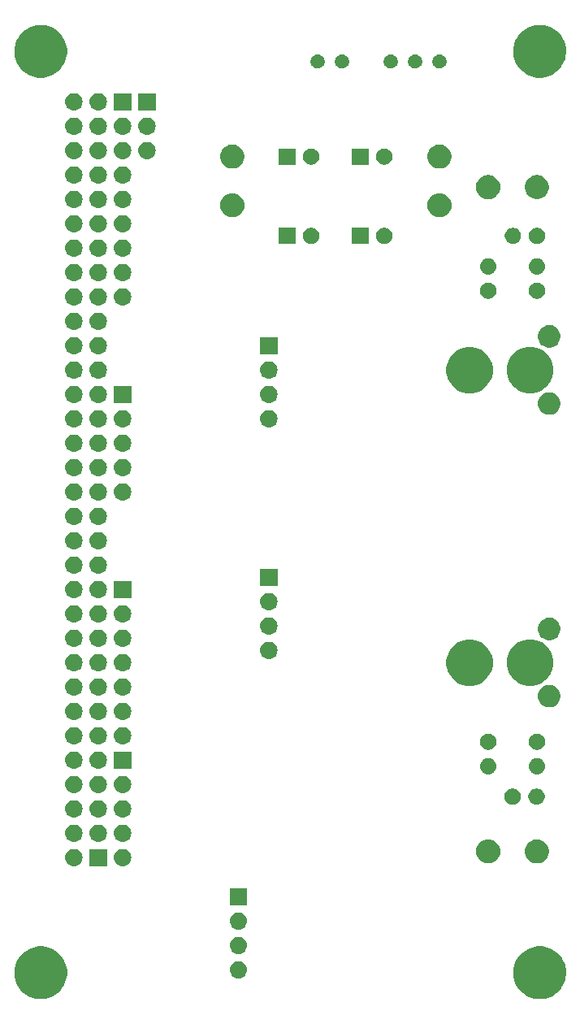
<source format=gbs>
G04 #@! TF.GenerationSoftware,KiCad,Pcbnew,(5.1.4)-1*
G04 #@! TF.CreationDate,2020-04-29T01:37:44+09:00*
G04 #@! TF.ProjectId,xSSdAUGHTER-JK,78535364-4155-4474-9854-45522d4a4b2e,rev?*
G04 #@! TF.SameCoordinates,Original*
G04 #@! TF.FileFunction,Soldermask,Bot*
G04 #@! TF.FilePolarity,Negative*
%FSLAX46Y46*%
G04 Gerber Fmt 4.6, Leading zero omitted, Abs format (unit mm)*
G04 Created by KiCad (PCBNEW (5.1.4)-1) date 2020-04-29 01:37:44*
%MOMM*%
%LPD*%
G04 APERTURE LIST*
%ADD10C,0.100000*%
G04 APERTURE END LIST*
D10*
G36*
X122736693Y-138841859D02*
G01*
X123002437Y-138894719D01*
X123503087Y-139102095D01*
X123683561Y-139222684D01*
X123953660Y-139403158D01*
X124336842Y-139786340D01*
X124517316Y-140056439D01*
X124637905Y-140236913D01*
X124771363Y-140559109D01*
X124845281Y-140737564D01*
X124951000Y-141269049D01*
X124951000Y-141810951D01*
X124918015Y-141976778D01*
X124845281Y-142342437D01*
X124637905Y-142843087D01*
X124581521Y-142927471D01*
X124336842Y-143293660D01*
X123953660Y-143676842D01*
X123690774Y-143852496D01*
X123503087Y-143977905D01*
X123002437Y-144185281D01*
X122736694Y-144238140D01*
X122470951Y-144291000D01*
X121929049Y-144291000D01*
X121663306Y-144238140D01*
X121397563Y-144185281D01*
X120896913Y-143977905D01*
X120709226Y-143852496D01*
X120446340Y-143676842D01*
X120063158Y-143293660D01*
X119818479Y-142927471D01*
X119762095Y-142843087D01*
X119554719Y-142342437D01*
X119481985Y-141976778D01*
X119449000Y-141810951D01*
X119449000Y-141269049D01*
X119554719Y-140737564D01*
X119628637Y-140559109D01*
X119762095Y-140236913D01*
X119882684Y-140056439D01*
X120063158Y-139786340D01*
X120446340Y-139403158D01*
X120716439Y-139222684D01*
X120896913Y-139102095D01*
X121397563Y-138894719D01*
X121663307Y-138841859D01*
X121929049Y-138789000D01*
X122470951Y-138789000D01*
X122736693Y-138841859D01*
X122736693Y-138841859D01*
G37*
G36*
X70736693Y-138841859D02*
G01*
X71002437Y-138894719D01*
X71503087Y-139102095D01*
X71683561Y-139222684D01*
X71953660Y-139403158D01*
X72336842Y-139786340D01*
X72517316Y-140056439D01*
X72637905Y-140236913D01*
X72771363Y-140559109D01*
X72845281Y-140737564D01*
X72951000Y-141269049D01*
X72951000Y-141810951D01*
X72918015Y-141976778D01*
X72845281Y-142342437D01*
X72637905Y-142843087D01*
X72581521Y-142927471D01*
X72336842Y-143293660D01*
X71953660Y-143676842D01*
X71690774Y-143852496D01*
X71503087Y-143977905D01*
X71002437Y-144185281D01*
X70736694Y-144238140D01*
X70470951Y-144291000D01*
X69929049Y-144291000D01*
X69663306Y-144238140D01*
X69397563Y-144185281D01*
X68896913Y-143977905D01*
X68709226Y-143852496D01*
X68446340Y-143676842D01*
X68063158Y-143293660D01*
X67818479Y-142927471D01*
X67762095Y-142843087D01*
X67554719Y-142342437D01*
X67481985Y-141976778D01*
X67449000Y-141810951D01*
X67449000Y-141269049D01*
X67554719Y-140737564D01*
X67628637Y-140559109D01*
X67762095Y-140236913D01*
X67882684Y-140056439D01*
X68063158Y-139786340D01*
X68446340Y-139403158D01*
X68716439Y-139222684D01*
X68896913Y-139102095D01*
X69397563Y-138894719D01*
X69663307Y-138841859D01*
X69929049Y-138789000D01*
X70470951Y-138789000D01*
X70736693Y-138841859D01*
X70736693Y-138841859D01*
G37*
G36*
X90915442Y-140329518D02*
G01*
X90981627Y-140336037D01*
X91151466Y-140387557D01*
X91307991Y-140471222D01*
X91343729Y-140500552D01*
X91445186Y-140583814D01*
X91528448Y-140685271D01*
X91557778Y-140721009D01*
X91641443Y-140877534D01*
X91692963Y-141047373D01*
X91710359Y-141224000D01*
X91692963Y-141400627D01*
X91641443Y-141570466D01*
X91557778Y-141726991D01*
X91528448Y-141762729D01*
X91445186Y-141864186D01*
X91353206Y-141939671D01*
X91307991Y-141976778D01*
X91151466Y-142060443D01*
X90981627Y-142111963D01*
X90915443Y-142118481D01*
X90849260Y-142125000D01*
X90760740Y-142125000D01*
X90694557Y-142118481D01*
X90628373Y-142111963D01*
X90458534Y-142060443D01*
X90302009Y-141976778D01*
X90256794Y-141939671D01*
X90164814Y-141864186D01*
X90081552Y-141762729D01*
X90052222Y-141726991D01*
X89968557Y-141570466D01*
X89917037Y-141400627D01*
X89899641Y-141224000D01*
X89917037Y-141047373D01*
X89968557Y-140877534D01*
X90052222Y-140721009D01*
X90081552Y-140685271D01*
X90164814Y-140583814D01*
X90266271Y-140500552D01*
X90302009Y-140471222D01*
X90458534Y-140387557D01*
X90628373Y-140336037D01*
X90694558Y-140329518D01*
X90760740Y-140323000D01*
X90849260Y-140323000D01*
X90915442Y-140329518D01*
X90915442Y-140329518D01*
G37*
G36*
X90915443Y-137789519D02*
G01*
X90981627Y-137796037D01*
X91151466Y-137847557D01*
X91307991Y-137931222D01*
X91343729Y-137960552D01*
X91445186Y-138043814D01*
X91528448Y-138145271D01*
X91557778Y-138181009D01*
X91641443Y-138337534D01*
X91692963Y-138507373D01*
X91710359Y-138684000D01*
X91692963Y-138860627D01*
X91641443Y-139030466D01*
X91557778Y-139186991D01*
X91528448Y-139222729D01*
X91445186Y-139324186D01*
X91348957Y-139403158D01*
X91307991Y-139436778D01*
X91151466Y-139520443D01*
X90981627Y-139571963D01*
X90915443Y-139578481D01*
X90849260Y-139585000D01*
X90760740Y-139585000D01*
X90694557Y-139578481D01*
X90628373Y-139571963D01*
X90458534Y-139520443D01*
X90302009Y-139436778D01*
X90261043Y-139403158D01*
X90164814Y-139324186D01*
X90081552Y-139222729D01*
X90052222Y-139186991D01*
X89968557Y-139030466D01*
X89917037Y-138860627D01*
X89899641Y-138684000D01*
X89917037Y-138507373D01*
X89968557Y-138337534D01*
X90052222Y-138181009D01*
X90081552Y-138145271D01*
X90164814Y-138043814D01*
X90266271Y-137960552D01*
X90302009Y-137931222D01*
X90458534Y-137847557D01*
X90628373Y-137796037D01*
X90694557Y-137789519D01*
X90760740Y-137783000D01*
X90849260Y-137783000D01*
X90915443Y-137789519D01*
X90915443Y-137789519D01*
G37*
G36*
X90915443Y-135249519D02*
G01*
X90981627Y-135256037D01*
X91151466Y-135307557D01*
X91307991Y-135391222D01*
X91343729Y-135420552D01*
X91445186Y-135503814D01*
X91528448Y-135605271D01*
X91557778Y-135641009D01*
X91641443Y-135797534D01*
X91692963Y-135967373D01*
X91710359Y-136144000D01*
X91692963Y-136320627D01*
X91641443Y-136490466D01*
X91557778Y-136646991D01*
X91528448Y-136682729D01*
X91445186Y-136784186D01*
X91343729Y-136867448D01*
X91307991Y-136896778D01*
X91151466Y-136980443D01*
X90981627Y-137031963D01*
X90915443Y-137038481D01*
X90849260Y-137045000D01*
X90760740Y-137045000D01*
X90694557Y-137038481D01*
X90628373Y-137031963D01*
X90458534Y-136980443D01*
X90302009Y-136896778D01*
X90266271Y-136867448D01*
X90164814Y-136784186D01*
X90081552Y-136682729D01*
X90052222Y-136646991D01*
X89968557Y-136490466D01*
X89917037Y-136320627D01*
X89899641Y-136144000D01*
X89917037Y-135967373D01*
X89968557Y-135797534D01*
X90052222Y-135641009D01*
X90081552Y-135605271D01*
X90164814Y-135503814D01*
X90266271Y-135420552D01*
X90302009Y-135391222D01*
X90458534Y-135307557D01*
X90628373Y-135256037D01*
X90694557Y-135249519D01*
X90760740Y-135243000D01*
X90849260Y-135243000D01*
X90915443Y-135249519D01*
X90915443Y-135249519D01*
G37*
G36*
X91706000Y-134505000D02*
G01*
X89904000Y-134505000D01*
X89904000Y-132703000D01*
X91706000Y-132703000D01*
X91706000Y-134505000D01*
X91706000Y-134505000D01*
G37*
G36*
X78850443Y-128645519D02*
G01*
X78916627Y-128652037D01*
X79086466Y-128703557D01*
X79242991Y-128787222D01*
X79278729Y-128816552D01*
X79380186Y-128899814D01*
X79463448Y-129001271D01*
X79492778Y-129037009D01*
X79576443Y-129193534D01*
X79627963Y-129363373D01*
X79645359Y-129540000D01*
X79627963Y-129716627D01*
X79576443Y-129886466D01*
X79492778Y-130042991D01*
X79473596Y-130066364D01*
X79380186Y-130180186D01*
X79278729Y-130263448D01*
X79242991Y-130292778D01*
X79086466Y-130376443D01*
X78916627Y-130427963D01*
X78850443Y-130434481D01*
X78784260Y-130441000D01*
X78695740Y-130441000D01*
X78629557Y-130434481D01*
X78563373Y-130427963D01*
X78393534Y-130376443D01*
X78237009Y-130292778D01*
X78201271Y-130263448D01*
X78099814Y-130180186D01*
X78006404Y-130066364D01*
X77987222Y-130042991D01*
X77903557Y-129886466D01*
X77852037Y-129716627D01*
X77834641Y-129540000D01*
X77852037Y-129363373D01*
X77903557Y-129193534D01*
X77987222Y-129037009D01*
X78016552Y-129001271D01*
X78099814Y-128899814D01*
X78201271Y-128816552D01*
X78237009Y-128787222D01*
X78393534Y-128703557D01*
X78563373Y-128652037D01*
X78629557Y-128645519D01*
X78695740Y-128639000D01*
X78784260Y-128639000D01*
X78850443Y-128645519D01*
X78850443Y-128645519D01*
G37*
G36*
X77101000Y-130441000D02*
G01*
X75299000Y-130441000D01*
X75299000Y-128639000D01*
X77101000Y-128639000D01*
X77101000Y-130441000D01*
X77101000Y-130441000D01*
G37*
G36*
X73770443Y-128645519D02*
G01*
X73836627Y-128652037D01*
X74006466Y-128703557D01*
X74162991Y-128787222D01*
X74198729Y-128816552D01*
X74300186Y-128899814D01*
X74383448Y-129001271D01*
X74412778Y-129037009D01*
X74496443Y-129193534D01*
X74547963Y-129363373D01*
X74565359Y-129540000D01*
X74547963Y-129716627D01*
X74496443Y-129886466D01*
X74412778Y-130042991D01*
X74393596Y-130066364D01*
X74300186Y-130180186D01*
X74198729Y-130263448D01*
X74162991Y-130292778D01*
X74006466Y-130376443D01*
X73836627Y-130427963D01*
X73770443Y-130434481D01*
X73704260Y-130441000D01*
X73615740Y-130441000D01*
X73549557Y-130434481D01*
X73483373Y-130427963D01*
X73313534Y-130376443D01*
X73157009Y-130292778D01*
X73121271Y-130263448D01*
X73019814Y-130180186D01*
X72926404Y-130066364D01*
X72907222Y-130042991D01*
X72823557Y-129886466D01*
X72772037Y-129716627D01*
X72754641Y-129540000D01*
X72772037Y-129363373D01*
X72823557Y-129193534D01*
X72907222Y-129037009D01*
X72936552Y-129001271D01*
X73019814Y-128899814D01*
X73121271Y-128816552D01*
X73157009Y-128787222D01*
X73313534Y-128703557D01*
X73483373Y-128652037D01*
X73549557Y-128645519D01*
X73615740Y-128639000D01*
X73704260Y-128639000D01*
X73770443Y-128645519D01*
X73770443Y-128645519D01*
G37*
G36*
X117085239Y-127672101D02*
G01*
X117321053Y-127743634D01*
X117538381Y-127859799D01*
X117728871Y-128016129D01*
X117885201Y-128206619D01*
X118001366Y-128423947D01*
X118072899Y-128659761D01*
X118097053Y-128905000D01*
X118072899Y-129150239D01*
X118001366Y-129386053D01*
X117885201Y-129603381D01*
X117728871Y-129793871D01*
X117538381Y-129950201D01*
X117321053Y-130066366D01*
X117085239Y-130137899D01*
X116901457Y-130156000D01*
X116778543Y-130156000D01*
X116594761Y-130137899D01*
X116358947Y-130066366D01*
X116141619Y-129950201D01*
X115951129Y-129793871D01*
X115794799Y-129603381D01*
X115678634Y-129386053D01*
X115607101Y-129150239D01*
X115582947Y-128905000D01*
X115607101Y-128659761D01*
X115678634Y-128423947D01*
X115794799Y-128206619D01*
X115951129Y-128016129D01*
X116141619Y-127859799D01*
X116358947Y-127743634D01*
X116594761Y-127672101D01*
X116778543Y-127654000D01*
X116901457Y-127654000D01*
X117085239Y-127672101D01*
X117085239Y-127672101D01*
G37*
G36*
X122284903Y-127702075D02*
G01*
X122385236Y-127743634D01*
X122512571Y-127796378D01*
X122717466Y-127933285D01*
X122891715Y-128107534D01*
X122957922Y-128206620D01*
X123028623Y-128312431D01*
X123122925Y-128540097D01*
X123171000Y-128781786D01*
X123171000Y-129028214D01*
X123169250Y-129037011D01*
X123122925Y-129269903D01*
X123028622Y-129497571D01*
X122891715Y-129702466D01*
X122717466Y-129876715D01*
X122512571Y-130013622D01*
X122512570Y-130013623D01*
X122512569Y-130013623D01*
X122284903Y-130107925D01*
X122043214Y-130156000D01*
X121796786Y-130156000D01*
X121555097Y-130107925D01*
X121327431Y-130013623D01*
X121327430Y-130013623D01*
X121327429Y-130013622D01*
X121122534Y-129876715D01*
X120948285Y-129702466D01*
X120811378Y-129497571D01*
X120717075Y-129269903D01*
X120670750Y-129037011D01*
X120669000Y-129028214D01*
X120669000Y-128781786D01*
X120717075Y-128540097D01*
X120811377Y-128312431D01*
X120882078Y-128206620D01*
X120948285Y-128107534D01*
X121122534Y-127933285D01*
X121327429Y-127796378D01*
X121454765Y-127743634D01*
X121555097Y-127702075D01*
X121796786Y-127654000D01*
X122043214Y-127654000D01*
X122284903Y-127702075D01*
X122284903Y-127702075D01*
G37*
G36*
X73770443Y-126105519D02*
G01*
X73836627Y-126112037D01*
X74006466Y-126163557D01*
X74162991Y-126247222D01*
X74198729Y-126276552D01*
X74300186Y-126359814D01*
X74383448Y-126461271D01*
X74412778Y-126497009D01*
X74496443Y-126653534D01*
X74547963Y-126823373D01*
X74565359Y-127000000D01*
X74547963Y-127176627D01*
X74496443Y-127346466D01*
X74412778Y-127502991D01*
X74383448Y-127538729D01*
X74300186Y-127640186D01*
X74198729Y-127723448D01*
X74162991Y-127752778D01*
X74006466Y-127836443D01*
X73836627Y-127887963D01*
X73770442Y-127894482D01*
X73704260Y-127901000D01*
X73615740Y-127901000D01*
X73549558Y-127894482D01*
X73483373Y-127887963D01*
X73313534Y-127836443D01*
X73157009Y-127752778D01*
X73121271Y-127723448D01*
X73019814Y-127640186D01*
X72936552Y-127538729D01*
X72907222Y-127502991D01*
X72823557Y-127346466D01*
X72772037Y-127176627D01*
X72754641Y-127000000D01*
X72772037Y-126823373D01*
X72823557Y-126653534D01*
X72907222Y-126497009D01*
X72936552Y-126461271D01*
X73019814Y-126359814D01*
X73121271Y-126276552D01*
X73157009Y-126247222D01*
X73313534Y-126163557D01*
X73483373Y-126112037D01*
X73549557Y-126105519D01*
X73615740Y-126099000D01*
X73704260Y-126099000D01*
X73770443Y-126105519D01*
X73770443Y-126105519D01*
G37*
G36*
X76310443Y-126105519D02*
G01*
X76376627Y-126112037D01*
X76546466Y-126163557D01*
X76702991Y-126247222D01*
X76738729Y-126276552D01*
X76840186Y-126359814D01*
X76923448Y-126461271D01*
X76952778Y-126497009D01*
X77036443Y-126653534D01*
X77087963Y-126823373D01*
X77105359Y-127000000D01*
X77087963Y-127176627D01*
X77036443Y-127346466D01*
X76952778Y-127502991D01*
X76923448Y-127538729D01*
X76840186Y-127640186D01*
X76738729Y-127723448D01*
X76702991Y-127752778D01*
X76546466Y-127836443D01*
X76376627Y-127887963D01*
X76310442Y-127894482D01*
X76244260Y-127901000D01*
X76155740Y-127901000D01*
X76089558Y-127894482D01*
X76023373Y-127887963D01*
X75853534Y-127836443D01*
X75697009Y-127752778D01*
X75661271Y-127723448D01*
X75559814Y-127640186D01*
X75476552Y-127538729D01*
X75447222Y-127502991D01*
X75363557Y-127346466D01*
X75312037Y-127176627D01*
X75294641Y-127000000D01*
X75312037Y-126823373D01*
X75363557Y-126653534D01*
X75447222Y-126497009D01*
X75476552Y-126461271D01*
X75559814Y-126359814D01*
X75661271Y-126276552D01*
X75697009Y-126247222D01*
X75853534Y-126163557D01*
X76023373Y-126112037D01*
X76089557Y-126105519D01*
X76155740Y-126099000D01*
X76244260Y-126099000D01*
X76310443Y-126105519D01*
X76310443Y-126105519D01*
G37*
G36*
X78850443Y-126105519D02*
G01*
X78916627Y-126112037D01*
X79086466Y-126163557D01*
X79242991Y-126247222D01*
X79278729Y-126276552D01*
X79380186Y-126359814D01*
X79463448Y-126461271D01*
X79492778Y-126497009D01*
X79576443Y-126653534D01*
X79627963Y-126823373D01*
X79645359Y-127000000D01*
X79627963Y-127176627D01*
X79576443Y-127346466D01*
X79492778Y-127502991D01*
X79463448Y-127538729D01*
X79380186Y-127640186D01*
X79278729Y-127723448D01*
X79242991Y-127752778D01*
X79086466Y-127836443D01*
X78916627Y-127887963D01*
X78850442Y-127894482D01*
X78784260Y-127901000D01*
X78695740Y-127901000D01*
X78629558Y-127894482D01*
X78563373Y-127887963D01*
X78393534Y-127836443D01*
X78237009Y-127752778D01*
X78201271Y-127723448D01*
X78099814Y-127640186D01*
X78016552Y-127538729D01*
X77987222Y-127502991D01*
X77903557Y-127346466D01*
X77852037Y-127176627D01*
X77834641Y-127000000D01*
X77852037Y-126823373D01*
X77903557Y-126653534D01*
X77987222Y-126497009D01*
X78016552Y-126461271D01*
X78099814Y-126359814D01*
X78201271Y-126276552D01*
X78237009Y-126247222D01*
X78393534Y-126163557D01*
X78563373Y-126112037D01*
X78629557Y-126105519D01*
X78695740Y-126099000D01*
X78784260Y-126099000D01*
X78850443Y-126105519D01*
X78850443Y-126105519D01*
G37*
G36*
X73770442Y-123565518D02*
G01*
X73836627Y-123572037D01*
X74006466Y-123623557D01*
X74162991Y-123707222D01*
X74193768Y-123732480D01*
X74300186Y-123819814D01*
X74383448Y-123921271D01*
X74412778Y-123957009D01*
X74496443Y-124113534D01*
X74547963Y-124283373D01*
X74565359Y-124460000D01*
X74547963Y-124636627D01*
X74496443Y-124806466D01*
X74412778Y-124962991D01*
X74383448Y-124998729D01*
X74300186Y-125100186D01*
X74198729Y-125183448D01*
X74162991Y-125212778D01*
X74006466Y-125296443D01*
X73836627Y-125347963D01*
X73770442Y-125354482D01*
X73704260Y-125361000D01*
X73615740Y-125361000D01*
X73549558Y-125354482D01*
X73483373Y-125347963D01*
X73313534Y-125296443D01*
X73157009Y-125212778D01*
X73121271Y-125183448D01*
X73019814Y-125100186D01*
X72936552Y-124998729D01*
X72907222Y-124962991D01*
X72823557Y-124806466D01*
X72772037Y-124636627D01*
X72754641Y-124460000D01*
X72772037Y-124283373D01*
X72823557Y-124113534D01*
X72907222Y-123957009D01*
X72936552Y-123921271D01*
X73019814Y-123819814D01*
X73126232Y-123732480D01*
X73157009Y-123707222D01*
X73313534Y-123623557D01*
X73483373Y-123572037D01*
X73549558Y-123565518D01*
X73615740Y-123559000D01*
X73704260Y-123559000D01*
X73770442Y-123565518D01*
X73770442Y-123565518D01*
G37*
G36*
X78850442Y-123565518D02*
G01*
X78916627Y-123572037D01*
X79086466Y-123623557D01*
X79242991Y-123707222D01*
X79273768Y-123732480D01*
X79380186Y-123819814D01*
X79463448Y-123921271D01*
X79492778Y-123957009D01*
X79576443Y-124113534D01*
X79627963Y-124283373D01*
X79645359Y-124460000D01*
X79627963Y-124636627D01*
X79576443Y-124806466D01*
X79492778Y-124962991D01*
X79463448Y-124998729D01*
X79380186Y-125100186D01*
X79278729Y-125183448D01*
X79242991Y-125212778D01*
X79086466Y-125296443D01*
X78916627Y-125347963D01*
X78850442Y-125354482D01*
X78784260Y-125361000D01*
X78695740Y-125361000D01*
X78629558Y-125354482D01*
X78563373Y-125347963D01*
X78393534Y-125296443D01*
X78237009Y-125212778D01*
X78201271Y-125183448D01*
X78099814Y-125100186D01*
X78016552Y-124998729D01*
X77987222Y-124962991D01*
X77903557Y-124806466D01*
X77852037Y-124636627D01*
X77834641Y-124460000D01*
X77852037Y-124283373D01*
X77903557Y-124113534D01*
X77987222Y-123957009D01*
X78016552Y-123921271D01*
X78099814Y-123819814D01*
X78206232Y-123732480D01*
X78237009Y-123707222D01*
X78393534Y-123623557D01*
X78563373Y-123572037D01*
X78629558Y-123565518D01*
X78695740Y-123559000D01*
X78784260Y-123559000D01*
X78850442Y-123565518D01*
X78850442Y-123565518D01*
G37*
G36*
X76310442Y-123565518D02*
G01*
X76376627Y-123572037D01*
X76546466Y-123623557D01*
X76702991Y-123707222D01*
X76733768Y-123732480D01*
X76840186Y-123819814D01*
X76923448Y-123921271D01*
X76952778Y-123957009D01*
X77036443Y-124113534D01*
X77087963Y-124283373D01*
X77105359Y-124460000D01*
X77087963Y-124636627D01*
X77036443Y-124806466D01*
X76952778Y-124962991D01*
X76923448Y-124998729D01*
X76840186Y-125100186D01*
X76738729Y-125183448D01*
X76702991Y-125212778D01*
X76546466Y-125296443D01*
X76376627Y-125347963D01*
X76310442Y-125354482D01*
X76244260Y-125361000D01*
X76155740Y-125361000D01*
X76089558Y-125354482D01*
X76023373Y-125347963D01*
X75853534Y-125296443D01*
X75697009Y-125212778D01*
X75661271Y-125183448D01*
X75559814Y-125100186D01*
X75476552Y-124998729D01*
X75447222Y-124962991D01*
X75363557Y-124806466D01*
X75312037Y-124636627D01*
X75294641Y-124460000D01*
X75312037Y-124283373D01*
X75363557Y-124113534D01*
X75447222Y-123957009D01*
X75476552Y-123921271D01*
X75559814Y-123819814D01*
X75666232Y-123732480D01*
X75697009Y-123707222D01*
X75853534Y-123623557D01*
X76023373Y-123572037D01*
X76089558Y-123565518D01*
X76155740Y-123559000D01*
X76244260Y-123559000D01*
X76310442Y-123565518D01*
X76310442Y-123565518D01*
G37*
G36*
X119628228Y-122371703D02*
G01*
X119783100Y-122435853D01*
X119922481Y-122528985D01*
X120041015Y-122647519D01*
X120134147Y-122786900D01*
X120198297Y-122941772D01*
X120231000Y-123106184D01*
X120231000Y-123273816D01*
X120198297Y-123438228D01*
X120134147Y-123593100D01*
X120041015Y-123732481D01*
X119922481Y-123851015D01*
X119783100Y-123944147D01*
X119628228Y-124008297D01*
X119463816Y-124041000D01*
X119296184Y-124041000D01*
X119131772Y-124008297D01*
X118976900Y-123944147D01*
X118837519Y-123851015D01*
X118718985Y-123732481D01*
X118625853Y-123593100D01*
X118561703Y-123438228D01*
X118529000Y-123273816D01*
X118529000Y-123106184D01*
X118561703Y-122941772D01*
X118625853Y-122786900D01*
X118718985Y-122647519D01*
X118837519Y-122528985D01*
X118976900Y-122435853D01*
X119131772Y-122371703D01*
X119296184Y-122339000D01*
X119463816Y-122339000D01*
X119628228Y-122371703D01*
X119628228Y-122371703D01*
G37*
G36*
X122128228Y-122371703D02*
G01*
X122283100Y-122435853D01*
X122422481Y-122528985D01*
X122541015Y-122647519D01*
X122634147Y-122786900D01*
X122698297Y-122941772D01*
X122731000Y-123106184D01*
X122731000Y-123273816D01*
X122698297Y-123438228D01*
X122634147Y-123593100D01*
X122541015Y-123732481D01*
X122422481Y-123851015D01*
X122283100Y-123944147D01*
X122128228Y-124008297D01*
X121963816Y-124041000D01*
X121796184Y-124041000D01*
X121631772Y-124008297D01*
X121476900Y-123944147D01*
X121337519Y-123851015D01*
X121218985Y-123732481D01*
X121125853Y-123593100D01*
X121061703Y-123438228D01*
X121029000Y-123273816D01*
X121029000Y-123106184D01*
X121061703Y-122941772D01*
X121125853Y-122786900D01*
X121218985Y-122647519D01*
X121337519Y-122528985D01*
X121476900Y-122435853D01*
X121631772Y-122371703D01*
X121796184Y-122339000D01*
X121963816Y-122339000D01*
X122128228Y-122371703D01*
X122128228Y-122371703D01*
G37*
G36*
X76310442Y-121025518D02*
G01*
X76376627Y-121032037D01*
X76546466Y-121083557D01*
X76702991Y-121167222D01*
X76738729Y-121196552D01*
X76840186Y-121279814D01*
X76923448Y-121381271D01*
X76952778Y-121417009D01*
X77036443Y-121573534D01*
X77087963Y-121743373D01*
X77105359Y-121920000D01*
X77087963Y-122096627D01*
X77036443Y-122266466D01*
X76952778Y-122422991D01*
X76942223Y-122435852D01*
X76840186Y-122560186D01*
X76738729Y-122643448D01*
X76702991Y-122672778D01*
X76546466Y-122756443D01*
X76376627Y-122807963D01*
X76310443Y-122814481D01*
X76244260Y-122821000D01*
X76155740Y-122821000D01*
X76089557Y-122814481D01*
X76023373Y-122807963D01*
X75853534Y-122756443D01*
X75697009Y-122672778D01*
X75661271Y-122643448D01*
X75559814Y-122560186D01*
X75457777Y-122435852D01*
X75447222Y-122422991D01*
X75363557Y-122266466D01*
X75312037Y-122096627D01*
X75294641Y-121920000D01*
X75312037Y-121743373D01*
X75363557Y-121573534D01*
X75447222Y-121417009D01*
X75476552Y-121381271D01*
X75559814Y-121279814D01*
X75661271Y-121196552D01*
X75697009Y-121167222D01*
X75853534Y-121083557D01*
X76023373Y-121032037D01*
X76089558Y-121025518D01*
X76155740Y-121019000D01*
X76244260Y-121019000D01*
X76310442Y-121025518D01*
X76310442Y-121025518D01*
G37*
G36*
X73770442Y-121025518D02*
G01*
X73836627Y-121032037D01*
X74006466Y-121083557D01*
X74162991Y-121167222D01*
X74198729Y-121196552D01*
X74300186Y-121279814D01*
X74383448Y-121381271D01*
X74412778Y-121417009D01*
X74496443Y-121573534D01*
X74547963Y-121743373D01*
X74565359Y-121920000D01*
X74547963Y-122096627D01*
X74496443Y-122266466D01*
X74412778Y-122422991D01*
X74402223Y-122435852D01*
X74300186Y-122560186D01*
X74198729Y-122643448D01*
X74162991Y-122672778D01*
X74006466Y-122756443D01*
X73836627Y-122807963D01*
X73770443Y-122814481D01*
X73704260Y-122821000D01*
X73615740Y-122821000D01*
X73549557Y-122814481D01*
X73483373Y-122807963D01*
X73313534Y-122756443D01*
X73157009Y-122672778D01*
X73121271Y-122643448D01*
X73019814Y-122560186D01*
X72917777Y-122435852D01*
X72907222Y-122422991D01*
X72823557Y-122266466D01*
X72772037Y-122096627D01*
X72754641Y-121920000D01*
X72772037Y-121743373D01*
X72823557Y-121573534D01*
X72907222Y-121417009D01*
X72936552Y-121381271D01*
X73019814Y-121279814D01*
X73121271Y-121196552D01*
X73157009Y-121167222D01*
X73313534Y-121083557D01*
X73483373Y-121032037D01*
X73549558Y-121025518D01*
X73615740Y-121019000D01*
X73704260Y-121019000D01*
X73770442Y-121025518D01*
X73770442Y-121025518D01*
G37*
G36*
X78850442Y-121025518D02*
G01*
X78916627Y-121032037D01*
X79086466Y-121083557D01*
X79242991Y-121167222D01*
X79278729Y-121196552D01*
X79380186Y-121279814D01*
X79463448Y-121381271D01*
X79492778Y-121417009D01*
X79576443Y-121573534D01*
X79627963Y-121743373D01*
X79645359Y-121920000D01*
X79627963Y-122096627D01*
X79576443Y-122266466D01*
X79492778Y-122422991D01*
X79482223Y-122435852D01*
X79380186Y-122560186D01*
X79278729Y-122643448D01*
X79242991Y-122672778D01*
X79086466Y-122756443D01*
X78916627Y-122807963D01*
X78850443Y-122814481D01*
X78784260Y-122821000D01*
X78695740Y-122821000D01*
X78629557Y-122814481D01*
X78563373Y-122807963D01*
X78393534Y-122756443D01*
X78237009Y-122672778D01*
X78201271Y-122643448D01*
X78099814Y-122560186D01*
X77997777Y-122435852D01*
X77987222Y-122422991D01*
X77903557Y-122266466D01*
X77852037Y-122096627D01*
X77834641Y-121920000D01*
X77852037Y-121743373D01*
X77903557Y-121573534D01*
X77987222Y-121417009D01*
X78016552Y-121381271D01*
X78099814Y-121279814D01*
X78201271Y-121196552D01*
X78237009Y-121167222D01*
X78393534Y-121083557D01*
X78563373Y-121032037D01*
X78629558Y-121025518D01*
X78695740Y-121019000D01*
X78784260Y-121019000D01*
X78850442Y-121025518D01*
X78850442Y-121025518D01*
G37*
G36*
X122086823Y-119176313D02*
G01*
X122247242Y-119224976D01*
X122379906Y-119295886D01*
X122395078Y-119303996D01*
X122524659Y-119410341D01*
X122631004Y-119539922D01*
X122631005Y-119539924D01*
X122710024Y-119687758D01*
X122758687Y-119848177D01*
X122775117Y-120015000D01*
X122758687Y-120181823D01*
X122710024Y-120342242D01*
X122639114Y-120474906D01*
X122631004Y-120490078D01*
X122524659Y-120619659D01*
X122395078Y-120726004D01*
X122395076Y-120726005D01*
X122247242Y-120805024D01*
X122086823Y-120853687D01*
X121961804Y-120866000D01*
X121878196Y-120866000D01*
X121753177Y-120853687D01*
X121592758Y-120805024D01*
X121444924Y-120726005D01*
X121444922Y-120726004D01*
X121315341Y-120619659D01*
X121208996Y-120490078D01*
X121200886Y-120474906D01*
X121129976Y-120342242D01*
X121081313Y-120181823D01*
X121064883Y-120015000D01*
X121081313Y-119848177D01*
X121129976Y-119687758D01*
X121208995Y-119539924D01*
X121208996Y-119539922D01*
X121315341Y-119410341D01*
X121444922Y-119303996D01*
X121460094Y-119295886D01*
X121592758Y-119224976D01*
X121753177Y-119176313D01*
X121878196Y-119164000D01*
X121961804Y-119164000D01*
X122086823Y-119176313D01*
X122086823Y-119176313D01*
G37*
G36*
X117006823Y-119176313D02*
G01*
X117167242Y-119224976D01*
X117299906Y-119295886D01*
X117315078Y-119303996D01*
X117444659Y-119410341D01*
X117551004Y-119539922D01*
X117551005Y-119539924D01*
X117630024Y-119687758D01*
X117678687Y-119848177D01*
X117695117Y-120015000D01*
X117678687Y-120181823D01*
X117630024Y-120342242D01*
X117559114Y-120474906D01*
X117551004Y-120490078D01*
X117444659Y-120619659D01*
X117315078Y-120726004D01*
X117315076Y-120726005D01*
X117167242Y-120805024D01*
X117006823Y-120853687D01*
X116881804Y-120866000D01*
X116798196Y-120866000D01*
X116673177Y-120853687D01*
X116512758Y-120805024D01*
X116364924Y-120726005D01*
X116364922Y-120726004D01*
X116235341Y-120619659D01*
X116128996Y-120490078D01*
X116120886Y-120474906D01*
X116049976Y-120342242D01*
X116001313Y-120181823D01*
X115984883Y-120015000D01*
X116001313Y-119848177D01*
X116049976Y-119687758D01*
X116128995Y-119539924D01*
X116128996Y-119539922D01*
X116235341Y-119410341D01*
X116364922Y-119303996D01*
X116380094Y-119295886D01*
X116512758Y-119224976D01*
X116673177Y-119176313D01*
X116798196Y-119164000D01*
X116881804Y-119164000D01*
X117006823Y-119176313D01*
X117006823Y-119176313D01*
G37*
G36*
X76310442Y-118485518D02*
G01*
X76376627Y-118492037D01*
X76546466Y-118543557D01*
X76702991Y-118627222D01*
X76738729Y-118656552D01*
X76840186Y-118739814D01*
X76923448Y-118841271D01*
X76952778Y-118877009D01*
X77036443Y-119033534D01*
X77087963Y-119203373D01*
X77105359Y-119380000D01*
X77087963Y-119556627D01*
X77036443Y-119726466D01*
X76952778Y-119882991D01*
X76923448Y-119918729D01*
X76840186Y-120020186D01*
X76738729Y-120103448D01*
X76702991Y-120132778D01*
X76546466Y-120216443D01*
X76376627Y-120267963D01*
X76310442Y-120274482D01*
X76244260Y-120281000D01*
X76155740Y-120281000D01*
X76089558Y-120274482D01*
X76023373Y-120267963D01*
X75853534Y-120216443D01*
X75697009Y-120132778D01*
X75661271Y-120103448D01*
X75559814Y-120020186D01*
X75476552Y-119918729D01*
X75447222Y-119882991D01*
X75363557Y-119726466D01*
X75312037Y-119556627D01*
X75294641Y-119380000D01*
X75312037Y-119203373D01*
X75363557Y-119033534D01*
X75447222Y-118877009D01*
X75476552Y-118841271D01*
X75559814Y-118739814D01*
X75661271Y-118656552D01*
X75697009Y-118627222D01*
X75853534Y-118543557D01*
X76023373Y-118492037D01*
X76089558Y-118485518D01*
X76155740Y-118479000D01*
X76244260Y-118479000D01*
X76310442Y-118485518D01*
X76310442Y-118485518D01*
G37*
G36*
X79641000Y-120281000D02*
G01*
X77839000Y-120281000D01*
X77839000Y-118479000D01*
X79641000Y-118479000D01*
X79641000Y-120281000D01*
X79641000Y-120281000D01*
G37*
G36*
X73770442Y-118485518D02*
G01*
X73836627Y-118492037D01*
X74006466Y-118543557D01*
X74162991Y-118627222D01*
X74198729Y-118656552D01*
X74300186Y-118739814D01*
X74383448Y-118841271D01*
X74412778Y-118877009D01*
X74496443Y-119033534D01*
X74547963Y-119203373D01*
X74565359Y-119380000D01*
X74547963Y-119556627D01*
X74496443Y-119726466D01*
X74412778Y-119882991D01*
X74383448Y-119918729D01*
X74300186Y-120020186D01*
X74198729Y-120103448D01*
X74162991Y-120132778D01*
X74006466Y-120216443D01*
X73836627Y-120267963D01*
X73770442Y-120274482D01*
X73704260Y-120281000D01*
X73615740Y-120281000D01*
X73549558Y-120274482D01*
X73483373Y-120267963D01*
X73313534Y-120216443D01*
X73157009Y-120132778D01*
X73121271Y-120103448D01*
X73019814Y-120020186D01*
X72936552Y-119918729D01*
X72907222Y-119882991D01*
X72823557Y-119726466D01*
X72772037Y-119556627D01*
X72754641Y-119380000D01*
X72772037Y-119203373D01*
X72823557Y-119033534D01*
X72907222Y-118877009D01*
X72936552Y-118841271D01*
X73019814Y-118739814D01*
X73121271Y-118656552D01*
X73157009Y-118627222D01*
X73313534Y-118543557D01*
X73483373Y-118492037D01*
X73549558Y-118485518D01*
X73615740Y-118479000D01*
X73704260Y-118479000D01*
X73770442Y-118485518D01*
X73770442Y-118485518D01*
G37*
G36*
X122168228Y-116656703D02*
G01*
X122323100Y-116720853D01*
X122462481Y-116813985D01*
X122581015Y-116932519D01*
X122674147Y-117071900D01*
X122738297Y-117226772D01*
X122771000Y-117391184D01*
X122771000Y-117558816D01*
X122738297Y-117723228D01*
X122674147Y-117878100D01*
X122581015Y-118017481D01*
X122462481Y-118136015D01*
X122323100Y-118229147D01*
X122168228Y-118293297D01*
X122003816Y-118326000D01*
X121836184Y-118326000D01*
X121671772Y-118293297D01*
X121516900Y-118229147D01*
X121377519Y-118136015D01*
X121258985Y-118017481D01*
X121165853Y-117878100D01*
X121101703Y-117723228D01*
X121069000Y-117558816D01*
X121069000Y-117391184D01*
X121101703Y-117226772D01*
X121165853Y-117071900D01*
X121258985Y-116932519D01*
X121377519Y-116813985D01*
X121516900Y-116720853D01*
X121671772Y-116656703D01*
X121836184Y-116624000D01*
X122003816Y-116624000D01*
X122168228Y-116656703D01*
X122168228Y-116656703D01*
G37*
G36*
X117088228Y-116656703D02*
G01*
X117243100Y-116720853D01*
X117382481Y-116813985D01*
X117501015Y-116932519D01*
X117594147Y-117071900D01*
X117658297Y-117226772D01*
X117691000Y-117391184D01*
X117691000Y-117558816D01*
X117658297Y-117723228D01*
X117594147Y-117878100D01*
X117501015Y-118017481D01*
X117382481Y-118136015D01*
X117243100Y-118229147D01*
X117088228Y-118293297D01*
X116923816Y-118326000D01*
X116756184Y-118326000D01*
X116591772Y-118293297D01*
X116436900Y-118229147D01*
X116297519Y-118136015D01*
X116178985Y-118017481D01*
X116085853Y-117878100D01*
X116021703Y-117723228D01*
X115989000Y-117558816D01*
X115989000Y-117391184D01*
X116021703Y-117226772D01*
X116085853Y-117071900D01*
X116178985Y-116932519D01*
X116297519Y-116813985D01*
X116436900Y-116720853D01*
X116591772Y-116656703D01*
X116756184Y-116624000D01*
X116923816Y-116624000D01*
X117088228Y-116656703D01*
X117088228Y-116656703D01*
G37*
G36*
X78850442Y-115945518D02*
G01*
X78916627Y-115952037D01*
X79086466Y-116003557D01*
X79242991Y-116087222D01*
X79278729Y-116116552D01*
X79380186Y-116199814D01*
X79463448Y-116301271D01*
X79492778Y-116337009D01*
X79576443Y-116493534D01*
X79627963Y-116663373D01*
X79645359Y-116840000D01*
X79627963Y-117016627D01*
X79576443Y-117186466D01*
X79492778Y-117342991D01*
X79463448Y-117378729D01*
X79380186Y-117480186D01*
X79284375Y-117558815D01*
X79242991Y-117592778D01*
X79086466Y-117676443D01*
X78916627Y-117727963D01*
X78850442Y-117734482D01*
X78784260Y-117741000D01*
X78695740Y-117741000D01*
X78629558Y-117734482D01*
X78563373Y-117727963D01*
X78393534Y-117676443D01*
X78237009Y-117592778D01*
X78195625Y-117558815D01*
X78099814Y-117480186D01*
X78016552Y-117378729D01*
X77987222Y-117342991D01*
X77903557Y-117186466D01*
X77852037Y-117016627D01*
X77834641Y-116840000D01*
X77852037Y-116663373D01*
X77903557Y-116493534D01*
X77987222Y-116337009D01*
X78016552Y-116301271D01*
X78099814Y-116199814D01*
X78201271Y-116116552D01*
X78237009Y-116087222D01*
X78393534Y-116003557D01*
X78563373Y-115952037D01*
X78629558Y-115945518D01*
X78695740Y-115939000D01*
X78784260Y-115939000D01*
X78850442Y-115945518D01*
X78850442Y-115945518D01*
G37*
G36*
X76310442Y-115945518D02*
G01*
X76376627Y-115952037D01*
X76546466Y-116003557D01*
X76702991Y-116087222D01*
X76738729Y-116116552D01*
X76840186Y-116199814D01*
X76923448Y-116301271D01*
X76952778Y-116337009D01*
X77036443Y-116493534D01*
X77087963Y-116663373D01*
X77105359Y-116840000D01*
X77087963Y-117016627D01*
X77036443Y-117186466D01*
X76952778Y-117342991D01*
X76923448Y-117378729D01*
X76840186Y-117480186D01*
X76744375Y-117558815D01*
X76702991Y-117592778D01*
X76546466Y-117676443D01*
X76376627Y-117727963D01*
X76310442Y-117734482D01*
X76244260Y-117741000D01*
X76155740Y-117741000D01*
X76089558Y-117734482D01*
X76023373Y-117727963D01*
X75853534Y-117676443D01*
X75697009Y-117592778D01*
X75655625Y-117558815D01*
X75559814Y-117480186D01*
X75476552Y-117378729D01*
X75447222Y-117342991D01*
X75363557Y-117186466D01*
X75312037Y-117016627D01*
X75294641Y-116840000D01*
X75312037Y-116663373D01*
X75363557Y-116493534D01*
X75447222Y-116337009D01*
X75476552Y-116301271D01*
X75559814Y-116199814D01*
X75661271Y-116116552D01*
X75697009Y-116087222D01*
X75853534Y-116003557D01*
X76023373Y-115952037D01*
X76089558Y-115945518D01*
X76155740Y-115939000D01*
X76244260Y-115939000D01*
X76310442Y-115945518D01*
X76310442Y-115945518D01*
G37*
G36*
X73770442Y-115945518D02*
G01*
X73836627Y-115952037D01*
X74006466Y-116003557D01*
X74162991Y-116087222D01*
X74198729Y-116116552D01*
X74300186Y-116199814D01*
X74383448Y-116301271D01*
X74412778Y-116337009D01*
X74496443Y-116493534D01*
X74547963Y-116663373D01*
X74565359Y-116840000D01*
X74547963Y-117016627D01*
X74496443Y-117186466D01*
X74412778Y-117342991D01*
X74383448Y-117378729D01*
X74300186Y-117480186D01*
X74204375Y-117558815D01*
X74162991Y-117592778D01*
X74006466Y-117676443D01*
X73836627Y-117727963D01*
X73770442Y-117734482D01*
X73704260Y-117741000D01*
X73615740Y-117741000D01*
X73549558Y-117734482D01*
X73483373Y-117727963D01*
X73313534Y-117676443D01*
X73157009Y-117592778D01*
X73115625Y-117558815D01*
X73019814Y-117480186D01*
X72936552Y-117378729D01*
X72907222Y-117342991D01*
X72823557Y-117186466D01*
X72772037Y-117016627D01*
X72754641Y-116840000D01*
X72772037Y-116663373D01*
X72823557Y-116493534D01*
X72907222Y-116337009D01*
X72936552Y-116301271D01*
X73019814Y-116199814D01*
X73121271Y-116116552D01*
X73157009Y-116087222D01*
X73313534Y-116003557D01*
X73483373Y-115952037D01*
X73549558Y-115945518D01*
X73615740Y-115939000D01*
X73704260Y-115939000D01*
X73770442Y-115945518D01*
X73770442Y-115945518D01*
G37*
G36*
X73770443Y-113405519D02*
G01*
X73836627Y-113412037D01*
X74006466Y-113463557D01*
X74162991Y-113547222D01*
X74198729Y-113576552D01*
X74300186Y-113659814D01*
X74383448Y-113761271D01*
X74412778Y-113797009D01*
X74496443Y-113953534D01*
X74547963Y-114123373D01*
X74565359Y-114300000D01*
X74547963Y-114476627D01*
X74496443Y-114646466D01*
X74412778Y-114802991D01*
X74383448Y-114838729D01*
X74300186Y-114940186D01*
X74198729Y-115023448D01*
X74162991Y-115052778D01*
X74006466Y-115136443D01*
X73836627Y-115187963D01*
X73770442Y-115194482D01*
X73704260Y-115201000D01*
X73615740Y-115201000D01*
X73549558Y-115194482D01*
X73483373Y-115187963D01*
X73313534Y-115136443D01*
X73157009Y-115052778D01*
X73121271Y-115023448D01*
X73019814Y-114940186D01*
X72936552Y-114838729D01*
X72907222Y-114802991D01*
X72823557Y-114646466D01*
X72772037Y-114476627D01*
X72754641Y-114300000D01*
X72772037Y-114123373D01*
X72823557Y-113953534D01*
X72907222Y-113797009D01*
X72936552Y-113761271D01*
X73019814Y-113659814D01*
X73121271Y-113576552D01*
X73157009Y-113547222D01*
X73313534Y-113463557D01*
X73483373Y-113412037D01*
X73549557Y-113405519D01*
X73615740Y-113399000D01*
X73704260Y-113399000D01*
X73770443Y-113405519D01*
X73770443Y-113405519D01*
G37*
G36*
X78850443Y-113405519D02*
G01*
X78916627Y-113412037D01*
X79086466Y-113463557D01*
X79242991Y-113547222D01*
X79278729Y-113576552D01*
X79380186Y-113659814D01*
X79463448Y-113761271D01*
X79492778Y-113797009D01*
X79576443Y-113953534D01*
X79627963Y-114123373D01*
X79645359Y-114300000D01*
X79627963Y-114476627D01*
X79576443Y-114646466D01*
X79492778Y-114802991D01*
X79463448Y-114838729D01*
X79380186Y-114940186D01*
X79278729Y-115023448D01*
X79242991Y-115052778D01*
X79086466Y-115136443D01*
X78916627Y-115187963D01*
X78850442Y-115194482D01*
X78784260Y-115201000D01*
X78695740Y-115201000D01*
X78629558Y-115194482D01*
X78563373Y-115187963D01*
X78393534Y-115136443D01*
X78237009Y-115052778D01*
X78201271Y-115023448D01*
X78099814Y-114940186D01*
X78016552Y-114838729D01*
X77987222Y-114802991D01*
X77903557Y-114646466D01*
X77852037Y-114476627D01*
X77834641Y-114300000D01*
X77852037Y-114123373D01*
X77903557Y-113953534D01*
X77987222Y-113797009D01*
X78016552Y-113761271D01*
X78099814Y-113659814D01*
X78201271Y-113576552D01*
X78237009Y-113547222D01*
X78393534Y-113463557D01*
X78563373Y-113412037D01*
X78629557Y-113405519D01*
X78695740Y-113399000D01*
X78784260Y-113399000D01*
X78850443Y-113405519D01*
X78850443Y-113405519D01*
G37*
G36*
X76310443Y-113405519D02*
G01*
X76376627Y-113412037D01*
X76546466Y-113463557D01*
X76702991Y-113547222D01*
X76738729Y-113576552D01*
X76840186Y-113659814D01*
X76923448Y-113761271D01*
X76952778Y-113797009D01*
X77036443Y-113953534D01*
X77087963Y-114123373D01*
X77105359Y-114300000D01*
X77087963Y-114476627D01*
X77036443Y-114646466D01*
X76952778Y-114802991D01*
X76923448Y-114838729D01*
X76840186Y-114940186D01*
X76738729Y-115023448D01*
X76702991Y-115052778D01*
X76546466Y-115136443D01*
X76376627Y-115187963D01*
X76310442Y-115194482D01*
X76244260Y-115201000D01*
X76155740Y-115201000D01*
X76089558Y-115194482D01*
X76023373Y-115187963D01*
X75853534Y-115136443D01*
X75697009Y-115052778D01*
X75661271Y-115023448D01*
X75559814Y-114940186D01*
X75476552Y-114838729D01*
X75447222Y-114802991D01*
X75363557Y-114646466D01*
X75312037Y-114476627D01*
X75294641Y-114300000D01*
X75312037Y-114123373D01*
X75363557Y-113953534D01*
X75447222Y-113797009D01*
X75476552Y-113761271D01*
X75559814Y-113659814D01*
X75661271Y-113576552D01*
X75697009Y-113547222D01*
X75853534Y-113463557D01*
X76023373Y-113412037D01*
X76089557Y-113405519D01*
X76155740Y-113399000D01*
X76244260Y-113399000D01*
X76310443Y-113405519D01*
X76310443Y-113405519D01*
G37*
G36*
X123342994Y-111549404D02*
G01*
X123543027Y-111589193D01*
X123757045Y-111677842D01*
X123757046Y-111677843D01*
X123949654Y-111806539D01*
X124113461Y-111970346D01*
X124199258Y-112098751D01*
X124242158Y-112162955D01*
X124330807Y-112376973D01*
X124376000Y-112604174D01*
X124376000Y-112835826D01*
X124330807Y-113063027D01*
X124242158Y-113277045D01*
X124242157Y-113277046D01*
X124113461Y-113469654D01*
X123949654Y-113633461D01*
X123910212Y-113659815D01*
X123757045Y-113762158D01*
X123543027Y-113850807D01*
X123391560Y-113880936D01*
X123315827Y-113896000D01*
X123084173Y-113896000D01*
X123008440Y-113880936D01*
X122856973Y-113850807D01*
X122642955Y-113762158D01*
X122489788Y-113659815D01*
X122450346Y-113633461D01*
X122286539Y-113469654D01*
X122157843Y-113277046D01*
X122157842Y-113277045D01*
X122069193Y-113063027D01*
X122024000Y-112835826D01*
X122024000Y-112604174D01*
X122069193Y-112376973D01*
X122157842Y-112162955D01*
X122200742Y-112098751D01*
X122286539Y-111970346D01*
X122450346Y-111806539D01*
X122642954Y-111677843D01*
X122642955Y-111677842D01*
X122856973Y-111589193D01*
X123057006Y-111549404D01*
X123084173Y-111544000D01*
X123315827Y-111544000D01*
X123342994Y-111549404D01*
X123342994Y-111549404D01*
G37*
G36*
X78850442Y-110865518D02*
G01*
X78916627Y-110872037D01*
X79086466Y-110923557D01*
X79242991Y-111007222D01*
X79278729Y-111036552D01*
X79380186Y-111119814D01*
X79463448Y-111221271D01*
X79492778Y-111257009D01*
X79576443Y-111413534D01*
X79627963Y-111583373D01*
X79645359Y-111760000D01*
X79627963Y-111936627D01*
X79576443Y-112106466D01*
X79492778Y-112262991D01*
X79463448Y-112298729D01*
X79380186Y-112400186D01*
X79278729Y-112483448D01*
X79242991Y-112512778D01*
X79086466Y-112596443D01*
X78916627Y-112647963D01*
X78850442Y-112654482D01*
X78784260Y-112661000D01*
X78695740Y-112661000D01*
X78629558Y-112654482D01*
X78563373Y-112647963D01*
X78393534Y-112596443D01*
X78237009Y-112512778D01*
X78201271Y-112483448D01*
X78099814Y-112400186D01*
X78016552Y-112298729D01*
X77987222Y-112262991D01*
X77903557Y-112106466D01*
X77852037Y-111936627D01*
X77834641Y-111760000D01*
X77852037Y-111583373D01*
X77903557Y-111413534D01*
X77987222Y-111257009D01*
X78016552Y-111221271D01*
X78099814Y-111119814D01*
X78201271Y-111036552D01*
X78237009Y-111007222D01*
X78393534Y-110923557D01*
X78563373Y-110872037D01*
X78629558Y-110865518D01*
X78695740Y-110859000D01*
X78784260Y-110859000D01*
X78850442Y-110865518D01*
X78850442Y-110865518D01*
G37*
G36*
X76310442Y-110865518D02*
G01*
X76376627Y-110872037D01*
X76546466Y-110923557D01*
X76702991Y-111007222D01*
X76738729Y-111036552D01*
X76840186Y-111119814D01*
X76923448Y-111221271D01*
X76952778Y-111257009D01*
X77036443Y-111413534D01*
X77087963Y-111583373D01*
X77105359Y-111760000D01*
X77087963Y-111936627D01*
X77036443Y-112106466D01*
X76952778Y-112262991D01*
X76923448Y-112298729D01*
X76840186Y-112400186D01*
X76738729Y-112483448D01*
X76702991Y-112512778D01*
X76546466Y-112596443D01*
X76376627Y-112647963D01*
X76310442Y-112654482D01*
X76244260Y-112661000D01*
X76155740Y-112661000D01*
X76089558Y-112654482D01*
X76023373Y-112647963D01*
X75853534Y-112596443D01*
X75697009Y-112512778D01*
X75661271Y-112483448D01*
X75559814Y-112400186D01*
X75476552Y-112298729D01*
X75447222Y-112262991D01*
X75363557Y-112106466D01*
X75312037Y-111936627D01*
X75294641Y-111760000D01*
X75312037Y-111583373D01*
X75363557Y-111413534D01*
X75447222Y-111257009D01*
X75476552Y-111221271D01*
X75559814Y-111119814D01*
X75661271Y-111036552D01*
X75697009Y-111007222D01*
X75853534Y-110923557D01*
X76023373Y-110872037D01*
X76089558Y-110865518D01*
X76155740Y-110859000D01*
X76244260Y-110859000D01*
X76310442Y-110865518D01*
X76310442Y-110865518D01*
G37*
G36*
X73770442Y-110865518D02*
G01*
X73836627Y-110872037D01*
X74006466Y-110923557D01*
X74162991Y-111007222D01*
X74198729Y-111036552D01*
X74300186Y-111119814D01*
X74383448Y-111221271D01*
X74412778Y-111257009D01*
X74496443Y-111413534D01*
X74547963Y-111583373D01*
X74565359Y-111760000D01*
X74547963Y-111936627D01*
X74496443Y-112106466D01*
X74412778Y-112262991D01*
X74383448Y-112298729D01*
X74300186Y-112400186D01*
X74198729Y-112483448D01*
X74162991Y-112512778D01*
X74006466Y-112596443D01*
X73836627Y-112647963D01*
X73770442Y-112654482D01*
X73704260Y-112661000D01*
X73615740Y-112661000D01*
X73549558Y-112654482D01*
X73483373Y-112647963D01*
X73313534Y-112596443D01*
X73157009Y-112512778D01*
X73121271Y-112483448D01*
X73019814Y-112400186D01*
X72936552Y-112298729D01*
X72907222Y-112262991D01*
X72823557Y-112106466D01*
X72772037Y-111936627D01*
X72754641Y-111760000D01*
X72772037Y-111583373D01*
X72823557Y-111413534D01*
X72907222Y-111257009D01*
X72936552Y-111221271D01*
X73019814Y-111119814D01*
X73121271Y-111036552D01*
X73157009Y-111007222D01*
X73313534Y-110923557D01*
X73483373Y-110872037D01*
X73549558Y-110865518D01*
X73615740Y-110859000D01*
X73704260Y-110859000D01*
X73770442Y-110865518D01*
X73770442Y-110865518D01*
G37*
G36*
X121906616Y-106890595D02*
G01*
X122347482Y-107073208D01*
X122347484Y-107073209D01*
X122407869Y-107113557D01*
X122744253Y-107338322D01*
X123081678Y-107675747D01*
X123346792Y-108072518D01*
X123529405Y-108513384D01*
X123622500Y-108981403D01*
X123622500Y-109458597D01*
X123529405Y-109926616D01*
X123454288Y-110107963D01*
X123346791Y-110367484D01*
X123081678Y-110764253D01*
X122744253Y-111101678D01*
X122347484Y-111366791D01*
X122347483Y-111366792D01*
X122347482Y-111366792D01*
X121906616Y-111549405D01*
X121438597Y-111642500D01*
X120961403Y-111642500D01*
X120493384Y-111549405D01*
X120052518Y-111366792D01*
X120052517Y-111366792D01*
X120052516Y-111366791D01*
X119655747Y-111101678D01*
X119318322Y-110764253D01*
X119053209Y-110367484D01*
X118945712Y-110107963D01*
X118870595Y-109926616D01*
X118777500Y-109458597D01*
X118777500Y-108981403D01*
X118870595Y-108513384D01*
X119053208Y-108072518D01*
X119318322Y-107675747D01*
X119655747Y-107338322D01*
X119992131Y-107113557D01*
X120052516Y-107073209D01*
X120052518Y-107073208D01*
X120493384Y-106890595D01*
X120961403Y-106797500D01*
X121438597Y-106797500D01*
X121906616Y-106890595D01*
X121906616Y-106890595D01*
G37*
G36*
X115606616Y-106890595D02*
G01*
X116047482Y-107073208D01*
X116047484Y-107073209D01*
X116107869Y-107113557D01*
X116444253Y-107338322D01*
X116781678Y-107675747D01*
X117046792Y-108072518D01*
X117229405Y-108513384D01*
X117322500Y-108981403D01*
X117322500Y-109458597D01*
X117229405Y-109926616D01*
X117154288Y-110107963D01*
X117046791Y-110367484D01*
X116781678Y-110764253D01*
X116444253Y-111101678D01*
X116047484Y-111366791D01*
X116047483Y-111366792D01*
X116047482Y-111366792D01*
X115606616Y-111549405D01*
X115138597Y-111642500D01*
X114661403Y-111642500D01*
X114193384Y-111549405D01*
X113752518Y-111366792D01*
X113752517Y-111366792D01*
X113752516Y-111366791D01*
X113355747Y-111101678D01*
X113018322Y-110764253D01*
X112753209Y-110367484D01*
X112645712Y-110107963D01*
X112570595Y-109926616D01*
X112477500Y-109458597D01*
X112477500Y-108981403D01*
X112570595Y-108513384D01*
X112753208Y-108072518D01*
X113018322Y-107675747D01*
X113355747Y-107338322D01*
X113692131Y-107113557D01*
X113752516Y-107073209D01*
X113752518Y-107073208D01*
X114193384Y-106890595D01*
X114661403Y-106797500D01*
X115138597Y-106797500D01*
X115606616Y-106890595D01*
X115606616Y-106890595D01*
G37*
G36*
X76310443Y-108325519D02*
G01*
X76376627Y-108332037D01*
X76546466Y-108383557D01*
X76702991Y-108467222D01*
X76738729Y-108496552D01*
X76840186Y-108579814D01*
X76923448Y-108681271D01*
X76952778Y-108717009D01*
X77036443Y-108873534D01*
X77087963Y-109043373D01*
X77105359Y-109220000D01*
X77087963Y-109396627D01*
X77036443Y-109566466D01*
X76952778Y-109722991D01*
X76923448Y-109758729D01*
X76840186Y-109860186D01*
X76759238Y-109926617D01*
X76702991Y-109972778D01*
X76546466Y-110056443D01*
X76376627Y-110107963D01*
X76310443Y-110114481D01*
X76244260Y-110121000D01*
X76155740Y-110121000D01*
X76089557Y-110114481D01*
X76023373Y-110107963D01*
X75853534Y-110056443D01*
X75697009Y-109972778D01*
X75640762Y-109926617D01*
X75559814Y-109860186D01*
X75476552Y-109758729D01*
X75447222Y-109722991D01*
X75363557Y-109566466D01*
X75312037Y-109396627D01*
X75294641Y-109220000D01*
X75312037Y-109043373D01*
X75363557Y-108873534D01*
X75447222Y-108717009D01*
X75476552Y-108681271D01*
X75559814Y-108579814D01*
X75661271Y-108496552D01*
X75697009Y-108467222D01*
X75853534Y-108383557D01*
X76023373Y-108332037D01*
X76089557Y-108325519D01*
X76155740Y-108319000D01*
X76244260Y-108319000D01*
X76310443Y-108325519D01*
X76310443Y-108325519D01*
G37*
G36*
X73770443Y-108325519D02*
G01*
X73836627Y-108332037D01*
X74006466Y-108383557D01*
X74162991Y-108467222D01*
X74198729Y-108496552D01*
X74300186Y-108579814D01*
X74383448Y-108681271D01*
X74412778Y-108717009D01*
X74496443Y-108873534D01*
X74547963Y-109043373D01*
X74565359Y-109220000D01*
X74547963Y-109396627D01*
X74496443Y-109566466D01*
X74412778Y-109722991D01*
X74383448Y-109758729D01*
X74300186Y-109860186D01*
X74219238Y-109926617D01*
X74162991Y-109972778D01*
X74006466Y-110056443D01*
X73836627Y-110107963D01*
X73770443Y-110114481D01*
X73704260Y-110121000D01*
X73615740Y-110121000D01*
X73549557Y-110114481D01*
X73483373Y-110107963D01*
X73313534Y-110056443D01*
X73157009Y-109972778D01*
X73100762Y-109926617D01*
X73019814Y-109860186D01*
X72936552Y-109758729D01*
X72907222Y-109722991D01*
X72823557Y-109566466D01*
X72772037Y-109396627D01*
X72754641Y-109220000D01*
X72772037Y-109043373D01*
X72823557Y-108873534D01*
X72907222Y-108717009D01*
X72936552Y-108681271D01*
X73019814Y-108579814D01*
X73121271Y-108496552D01*
X73157009Y-108467222D01*
X73313534Y-108383557D01*
X73483373Y-108332037D01*
X73549557Y-108325519D01*
X73615740Y-108319000D01*
X73704260Y-108319000D01*
X73770443Y-108325519D01*
X73770443Y-108325519D01*
G37*
G36*
X78850443Y-108325519D02*
G01*
X78916627Y-108332037D01*
X79086466Y-108383557D01*
X79242991Y-108467222D01*
X79278729Y-108496552D01*
X79380186Y-108579814D01*
X79463448Y-108681271D01*
X79492778Y-108717009D01*
X79576443Y-108873534D01*
X79627963Y-109043373D01*
X79645359Y-109220000D01*
X79627963Y-109396627D01*
X79576443Y-109566466D01*
X79492778Y-109722991D01*
X79463448Y-109758729D01*
X79380186Y-109860186D01*
X79299238Y-109926617D01*
X79242991Y-109972778D01*
X79086466Y-110056443D01*
X78916627Y-110107963D01*
X78850443Y-110114481D01*
X78784260Y-110121000D01*
X78695740Y-110121000D01*
X78629557Y-110114481D01*
X78563373Y-110107963D01*
X78393534Y-110056443D01*
X78237009Y-109972778D01*
X78180762Y-109926617D01*
X78099814Y-109860186D01*
X78016552Y-109758729D01*
X77987222Y-109722991D01*
X77903557Y-109566466D01*
X77852037Y-109396627D01*
X77834641Y-109220000D01*
X77852037Y-109043373D01*
X77903557Y-108873534D01*
X77987222Y-108717009D01*
X78016552Y-108681271D01*
X78099814Y-108579814D01*
X78201271Y-108496552D01*
X78237009Y-108467222D01*
X78393534Y-108383557D01*
X78563373Y-108332037D01*
X78629557Y-108325519D01*
X78695740Y-108319000D01*
X78784260Y-108319000D01*
X78850443Y-108325519D01*
X78850443Y-108325519D01*
G37*
G36*
X94090442Y-107055518D02*
G01*
X94156627Y-107062037D01*
X94326466Y-107113557D01*
X94482991Y-107197222D01*
X94518729Y-107226552D01*
X94620186Y-107309814D01*
X94703448Y-107411271D01*
X94732778Y-107447009D01*
X94816443Y-107603534D01*
X94867963Y-107773373D01*
X94885359Y-107950000D01*
X94867963Y-108126627D01*
X94816443Y-108296466D01*
X94732778Y-108452991D01*
X94703448Y-108488729D01*
X94620186Y-108590186D01*
X94518729Y-108673448D01*
X94482991Y-108702778D01*
X94326466Y-108786443D01*
X94156627Y-108837963D01*
X94090442Y-108844482D01*
X94024260Y-108851000D01*
X93935740Y-108851000D01*
X93869558Y-108844482D01*
X93803373Y-108837963D01*
X93633534Y-108786443D01*
X93477009Y-108702778D01*
X93441271Y-108673448D01*
X93339814Y-108590186D01*
X93256552Y-108488729D01*
X93227222Y-108452991D01*
X93143557Y-108296466D01*
X93092037Y-108126627D01*
X93074641Y-107950000D01*
X93092037Y-107773373D01*
X93143557Y-107603534D01*
X93227222Y-107447009D01*
X93256552Y-107411271D01*
X93339814Y-107309814D01*
X93441271Y-107226552D01*
X93477009Y-107197222D01*
X93633534Y-107113557D01*
X93803373Y-107062037D01*
X93869558Y-107055518D01*
X93935740Y-107049000D01*
X94024260Y-107049000D01*
X94090442Y-107055518D01*
X94090442Y-107055518D01*
G37*
G36*
X73770443Y-105785519D02*
G01*
X73836627Y-105792037D01*
X74006466Y-105843557D01*
X74162991Y-105927222D01*
X74198729Y-105956552D01*
X74300186Y-106039814D01*
X74383448Y-106141271D01*
X74412778Y-106177009D01*
X74496443Y-106333534D01*
X74547963Y-106503373D01*
X74565359Y-106680000D01*
X74547963Y-106856627D01*
X74496443Y-107026466D01*
X74412778Y-107182991D01*
X74383448Y-107218729D01*
X74300186Y-107320186D01*
X74198729Y-107403448D01*
X74162991Y-107432778D01*
X74006466Y-107516443D01*
X73836627Y-107567963D01*
X73770443Y-107574481D01*
X73704260Y-107581000D01*
X73615740Y-107581000D01*
X73549557Y-107574481D01*
X73483373Y-107567963D01*
X73313534Y-107516443D01*
X73157009Y-107432778D01*
X73121271Y-107403448D01*
X73019814Y-107320186D01*
X72936552Y-107218729D01*
X72907222Y-107182991D01*
X72823557Y-107026466D01*
X72772037Y-106856627D01*
X72754641Y-106680000D01*
X72772037Y-106503373D01*
X72823557Y-106333534D01*
X72907222Y-106177009D01*
X72936552Y-106141271D01*
X73019814Y-106039814D01*
X73121271Y-105956552D01*
X73157009Y-105927222D01*
X73313534Y-105843557D01*
X73483373Y-105792037D01*
X73549557Y-105785519D01*
X73615740Y-105779000D01*
X73704260Y-105779000D01*
X73770443Y-105785519D01*
X73770443Y-105785519D01*
G37*
G36*
X76310443Y-105785519D02*
G01*
X76376627Y-105792037D01*
X76546466Y-105843557D01*
X76702991Y-105927222D01*
X76738729Y-105956552D01*
X76840186Y-106039814D01*
X76923448Y-106141271D01*
X76952778Y-106177009D01*
X77036443Y-106333534D01*
X77087963Y-106503373D01*
X77105359Y-106680000D01*
X77087963Y-106856627D01*
X77036443Y-107026466D01*
X76952778Y-107182991D01*
X76923448Y-107218729D01*
X76840186Y-107320186D01*
X76738729Y-107403448D01*
X76702991Y-107432778D01*
X76546466Y-107516443D01*
X76376627Y-107567963D01*
X76310443Y-107574481D01*
X76244260Y-107581000D01*
X76155740Y-107581000D01*
X76089557Y-107574481D01*
X76023373Y-107567963D01*
X75853534Y-107516443D01*
X75697009Y-107432778D01*
X75661271Y-107403448D01*
X75559814Y-107320186D01*
X75476552Y-107218729D01*
X75447222Y-107182991D01*
X75363557Y-107026466D01*
X75312037Y-106856627D01*
X75294641Y-106680000D01*
X75312037Y-106503373D01*
X75363557Y-106333534D01*
X75447222Y-106177009D01*
X75476552Y-106141271D01*
X75559814Y-106039814D01*
X75661271Y-105956552D01*
X75697009Y-105927222D01*
X75853534Y-105843557D01*
X76023373Y-105792037D01*
X76089557Y-105785519D01*
X76155740Y-105779000D01*
X76244260Y-105779000D01*
X76310443Y-105785519D01*
X76310443Y-105785519D01*
G37*
G36*
X78850443Y-105785519D02*
G01*
X78916627Y-105792037D01*
X79086466Y-105843557D01*
X79242991Y-105927222D01*
X79278729Y-105956552D01*
X79380186Y-106039814D01*
X79463448Y-106141271D01*
X79492778Y-106177009D01*
X79576443Y-106333534D01*
X79627963Y-106503373D01*
X79645359Y-106680000D01*
X79627963Y-106856627D01*
X79576443Y-107026466D01*
X79492778Y-107182991D01*
X79463448Y-107218729D01*
X79380186Y-107320186D01*
X79278729Y-107403448D01*
X79242991Y-107432778D01*
X79086466Y-107516443D01*
X78916627Y-107567963D01*
X78850443Y-107574481D01*
X78784260Y-107581000D01*
X78695740Y-107581000D01*
X78629557Y-107574481D01*
X78563373Y-107567963D01*
X78393534Y-107516443D01*
X78237009Y-107432778D01*
X78201271Y-107403448D01*
X78099814Y-107320186D01*
X78016552Y-107218729D01*
X77987222Y-107182991D01*
X77903557Y-107026466D01*
X77852037Y-106856627D01*
X77834641Y-106680000D01*
X77852037Y-106503373D01*
X77903557Y-106333534D01*
X77987222Y-106177009D01*
X78016552Y-106141271D01*
X78099814Y-106039814D01*
X78201271Y-105956552D01*
X78237009Y-105927222D01*
X78393534Y-105843557D01*
X78563373Y-105792037D01*
X78629557Y-105785519D01*
X78695740Y-105779000D01*
X78784260Y-105779000D01*
X78850443Y-105785519D01*
X78850443Y-105785519D01*
G37*
G36*
X123391560Y-104559064D02*
G01*
X123543027Y-104589193D01*
X123757045Y-104677842D01*
X123757046Y-104677843D01*
X123949654Y-104806539D01*
X124113461Y-104970346D01*
X124175727Y-105063534D01*
X124242158Y-105162955D01*
X124330807Y-105376973D01*
X124376000Y-105604174D01*
X124376000Y-105835826D01*
X124330807Y-106063027D01*
X124242158Y-106277045D01*
X124242157Y-106277046D01*
X124113461Y-106469654D01*
X123949654Y-106633461D01*
X123880003Y-106680000D01*
X123757045Y-106762158D01*
X123543027Y-106850807D01*
X123391560Y-106880936D01*
X123315827Y-106896000D01*
X123084173Y-106896000D01*
X123008440Y-106880936D01*
X122856973Y-106850807D01*
X122642955Y-106762158D01*
X122519997Y-106680000D01*
X122450346Y-106633461D01*
X122286539Y-106469654D01*
X122157843Y-106277046D01*
X122157842Y-106277045D01*
X122069193Y-106063027D01*
X122024000Y-105835826D01*
X122024000Y-105604174D01*
X122069193Y-105376973D01*
X122157842Y-105162955D01*
X122224273Y-105063534D01*
X122286539Y-104970346D01*
X122450346Y-104806539D01*
X122642954Y-104677843D01*
X122642955Y-104677842D01*
X122856973Y-104589193D01*
X123008440Y-104559064D01*
X123084173Y-104544000D01*
X123315827Y-104544000D01*
X123391560Y-104559064D01*
X123391560Y-104559064D01*
G37*
G36*
X94090443Y-104515519D02*
G01*
X94156627Y-104522037D01*
X94326466Y-104573557D01*
X94482991Y-104657222D01*
X94518729Y-104686552D01*
X94620186Y-104769814D01*
X94703448Y-104871271D01*
X94732778Y-104907009D01*
X94816443Y-105063534D01*
X94867963Y-105233373D01*
X94885359Y-105410000D01*
X94867963Y-105586627D01*
X94816443Y-105756466D01*
X94732778Y-105912991D01*
X94703448Y-105948729D01*
X94620186Y-106050186D01*
X94518729Y-106133448D01*
X94482991Y-106162778D01*
X94326466Y-106246443D01*
X94156627Y-106297963D01*
X94090442Y-106304482D01*
X94024260Y-106311000D01*
X93935740Y-106311000D01*
X93869558Y-106304482D01*
X93803373Y-106297963D01*
X93633534Y-106246443D01*
X93477009Y-106162778D01*
X93441271Y-106133448D01*
X93339814Y-106050186D01*
X93256552Y-105948729D01*
X93227222Y-105912991D01*
X93143557Y-105756466D01*
X93092037Y-105586627D01*
X93074641Y-105410000D01*
X93092037Y-105233373D01*
X93143557Y-105063534D01*
X93227222Y-104907009D01*
X93256552Y-104871271D01*
X93339814Y-104769814D01*
X93441271Y-104686552D01*
X93477009Y-104657222D01*
X93633534Y-104573557D01*
X93803373Y-104522037D01*
X93869557Y-104515519D01*
X93935740Y-104509000D01*
X94024260Y-104509000D01*
X94090443Y-104515519D01*
X94090443Y-104515519D01*
G37*
G36*
X76310443Y-103245519D02*
G01*
X76376627Y-103252037D01*
X76546466Y-103303557D01*
X76702991Y-103387222D01*
X76738729Y-103416552D01*
X76840186Y-103499814D01*
X76923448Y-103601271D01*
X76952778Y-103637009D01*
X77036443Y-103793534D01*
X77087963Y-103963373D01*
X77105359Y-104140000D01*
X77087963Y-104316627D01*
X77036443Y-104486466D01*
X76952778Y-104642991D01*
X76923448Y-104678729D01*
X76840186Y-104780186D01*
X76738729Y-104863448D01*
X76702991Y-104892778D01*
X76546466Y-104976443D01*
X76376627Y-105027963D01*
X76310442Y-105034482D01*
X76244260Y-105041000D01*
X76155740Y-105041000D01*
X76089557Y-105034481D01*
X76023373Y-105027963D01*
X75853534Y-104976443D01*
X75697009Y-104892778D01*
X75661271Y-104863448D01*
X75559814Y-104780186D01*
X75476552Y-104678729D01*
X75447222Y-104642991D01*
X75363557Y-104486466D01*
X75312037Y-104316627D01*
X75294641Y-104140000D01*
X75312037Y-103963373D01*
X75363557Y-103793534D01*
X75447222Y-103637009D01*
X75476552Y-103601271D01*
X75559814Y-103499814D01*
X75661271Y-103416552D01*
X75697009Y-103387222D01*
X75853534Y-103303557D01*
X76023373Y-103252037D01*
X76089558Y-103245518D01*
X76155740Y-103239000D01*
X76244260Y-103239000D01*
X76310443Y-103245519D01*
X76310443Y-103245519D01*
G37*
G36*
X73770443Y-103245519D02*
G01*
X73836627Y-103252037D01*
X74006466Y-103303557D01*
X74162991Y-103387222D01*
X74198729Y-103416552D01*
X74300186Y-103499814D01*
X74383448Y-103601271D01*
X74412778Y-103637009D01*
X74496443Y-103793534D01*
X74547963Y-103963373D01*
X74565359Y-104140000D01*
X74547963Y-104316627D01*
X74496443Y-104486466D01*
X74412778Y-104642991D01*
X74383448Y-104678729D01*
X74300186Y-104780186D01*
X74198729Y-104863448D01*
X74162991Y-104892778D01*
X74006466Y-104976443D01*
X73836627Y-105027963D01*
X73770442Y-105034482D01*
X73704260Y-105041000D01*
X73615740Y-105041000D01*
X73549557Y-105034481D01*
X73483373Y-105027963D01*
X73313534Y-104976443D01*
X73157009Y-104892778D01*
X73121271Y-104863448D01*
X73019814Y-104780186D01*
X72936552Y-104678729D01*
X72907222Y-104642991D01*
X72823557Y-104486466D01*
X72772037Y-104316627D01*
X72754641Y-104140000D01*
X72772037Y-103963373D01*
X72823557Y-103793534D01*
X72907222Y-103637009D01*
X72936552Y-103601271D01*
X73019814Y-103499814D01*
X73121271Y-103416552D01*
X73157009Y-103387222D01*
X73313534Y-103303557D01*
X73483373Y-103252037D01*
X73549558Y-103245518D01*
X73615740Y-103239000D01*
X73704260Y-103239000D01*
X73770443Y-103245519D01*
X73770443Y-103245519D01*
G37*
G36*
X78850443Y-103245519D02*
G01*
X78916627Y-103252037D01*
X79086466Y-103303557D01*
X79242991Y-103387222D01*
X79278729Y-103416552D01*
X79380186Y-103499814D01*
X79463448Y-103601271D01*
X79492778Y-103637009D01*
X79576443Y-103793534D01*
X79627963Y-103963373D01*
X79645359Y-104140000D01*
X79627963Y-104316627D01*
X79576443Y-104486466D01*
X79492778Y-104642991D01*
X79463448Y-104678729D01*
X79380186Y-104780186D01*
X79278729Y-104863448D01*
X79242991Y-104892778D01*
X79086466Y-104976443D01*
X78916627Y-105027963D01*
X78850442Y-105034482D01*
X78784260Y-105041000D01*
X78695740Y-105041000D01*
X78629557Y-105034481D01*
X78563373Y-105027963D01*
X78393534Y-104976443D01*
X78237009Y-104892778D01*
X78201271Y-104863448D01*
X78099814Y-104780186D01*
X78016552Y-104678729D01*
X77987222Y-104642991D01*
X77903557Y-104486466D01*
X77852037Y-104316627D01*
X77834641Y-104140000D01*
X77852037Y-103963373D01*
X77903557Y-103793534D01*
X77987222Y-103637009D01*
X78016552Y-103601271D01*
X78099814Y-103499814D01*
X78201271Y-103416552D01*
X78237009Y-103387222D01*
X78393534Y-103303557D01*
X78563373Y-103252037D01*
X78629558Y-103245518D01*
X78695740Y-103239000D01*
X78784260Y-103239000D01*
X78850443Y-103245519D01*
X78850443Y-103245519D01*
G37*
G36*
X94090442Y-101975518D02*
G01*
X94156627Y-101982037D01*
X94326466Y-102033557D01*
X94482991Y-102117222D01*
X94518729Y-102146552D01*
X94620186Y-102229814D01*
X94703448Y-102331271D01*
X94732778Y-102367009D01*
X94816443Y-102523534D01*
X94867963Y-102693373D01*
X94885359Y-102870000D01*
X94867963Y-103046627D01*
X94816443Y-103216466D01*
X94732778Y-103372991D01*
X94703448Y-103408729D01*
X94620186Y-103510186D01*
X94518729Y-103593448D01*
X94482991Y-103622778D01*
X94326466Y-103706443D01*
X94156627Y-103757963D01*
X94090443Y-103764481D01*
X94024260Y-103771000D01*
X93935740Y-103771000D01*
X93869557Y-103764481D01*
X93803373Y-103757963D01*
X93633534Y-103706443D01*
X93477009Y-103622778D01*
X93441271Y-103593448D01*
X93339814Y-103510186D01*
X93256552Y-103408729D01*
X93227222Y-103372991D01*
X93143557Y-103216466D01*
X93092037Y-103046627D01*
X93074641Y-102870000D01*
X93092037Y-102693373D01*
X93143557Y-102523534D01*
X93227222Y-102367009D01*
X93256552Y-102331271D01*
X93339814Y-102229814D01*
X93441271Y-102146552D01*
X93477009Y-102117222D01*
X93633534Y-102033557D01*
X93803373Y-101982037D01*
X93869558Y-101975518D01*
X93935740Y-101969000D01*
X94024260Y-101969000D01*
X94090442Y-101975518D01*
X94090442Y-101975518D01*
G37*
G36*
X79641000Y-102501000D02*
G01*
X77839000Y-102501000D01*
X77839000Y-100699000D01*
X79641000Y-100699000D01*
X79641000Y-102501000D01*
X79641000Y-102501000D01*
G37*
G36*
X73770443Y-100705519D02*
G01*
X73836627Y-100712037D01*
X74006466Y-100763557D01*
X74162991Y-100847222D01*
X74198729Y-100876552D01*
X74300186Y-100959814D01*
X74383448Y-101061271D01*
X74412778Y-101097009D01*
X74496443Y-101253534D01*
X74547963Y-101423373D01*
X74565359Y-101600000D01*
X74547963Y-101776627D01*
X74496443Y-101946466D01*
X74412778Y-102102991D01*
X74383448Y-102138729D01*
X74300186Y-102240186D01*
X74198729Y-102323448D01*
X74162991Y-102352778D01*
X74006466Y-102436443D01*
X73836627Y-102487963D01*
X73770442Y-102494482D01*
X73704260Y-102501000D01*
X73615740Y-102501000D01*
X73549558Y-102494482D01*
X73483373Y-102487963D01*
X73313534Y-102436443D01*
X73157009Y-102352778D01*
X73121271Y-102323448D01*
X73019814Y-102240186D01*
X72936552Y-102138729D01*
X72907222Y-102102991D01*
X72823557Y-101946466D01*
X72772037Y-101776627D01*
X72754641Y-101600000D01*
X72772037Y-101423373D01*
X72823557Y-101253534D01*
X72907222Y-101097009D01*
X72936552Y-101061271D01*
X73019814Y-100959814D01*
X73121271Y-100876552D01*
X73157009Y-100847222D01*
X73313534Y-100763557D01*
X73483373Y-100712037D01*
X73549557Y-100705519D01*
X73615740Y-100699000D01*
X73704260Y-100699000D01*
X73770443Y-100705519D01*
X73770443Y-100705519D01*
G37*
G36*
X76310443Y-100705519D02*
G01*
X76376627Y-100712037D01*
X76546466Y-100763557D01*
X76702991Y-100847222D01*
X76738729Y-100876552D01*
X76840186Y-100959814D01*
X76923448Y-101061271D01*
X76952778Y-101097009D01*
X77036443Y-101253534D01*
X77087963Y-101423373D01*
X77105359Y-101600000D01*
X77087963Y-101776627D01*
X77036443Y-101946466D01*
X76952778Y-102102991D01*
X76923448Y-102138729D01*
X76840186Y-102240186D01*
X76738729Y-102323448D01*
X76702991Y-102352778D01*
X76546466Y-102436443D01*
X76376627Y-102487963D01*
X76310442Y-102494482D01*
X76244260Y-102501000D01*
X76155740Y-102501000D01*
X76089558Y-102494482D01*
X76023373Y-102487963D01*
X75853534Y-102436443D01*
X75697009Y-102352778D01*
X75661271Y-102323448D01*
X75559814Y-102240186D01*
X75476552Y-102138729D01*
X75447222Y-102102991D01*
X75363557Y-101946466D01*
X75312037Y-101776627D01*
X75294641Y-101600000D01*
X75312037Y-101423373D01*
X75363557Y-101253534D01*
X75447222Y-101097009D01*
X75476552Y-101061271D01*
X75559814Y-100959814D01*
X75661271Y-100876552D01*
X75697009Y-100847222D01*
X75853534Y-100763557D01*
X76023373Y-100712037D01*
X76089557Y-100705519D01*
X76155740Y-100699000D01*
X76244260Y-100699000D01*
X76310443Y-100705519D01*
X76310443Y-100705519D01*
G37*
G36*
X94881000Y-101231000D02*
G01*
X93079000Y-101231000D01*
X93079000Y-99429000D01*
X94881000Y-99429000D01*
X94881000Y-101231000D01*
X94881000Y-101231000D01*
G37*
G36*
X73770443Y-98165519D02*
G01*
X73836627Y-98172037D01*
X74006466Y-98223557D01*
X74162991Y-98307222D01*
X74198729Y-98336552D01*
X74300186Y-98419814D01*
X74383448Y-98521271D01*
X74412778Y-98557009D01*
X74496443Y-98713534D01*
X74547963Y-98883373D01*
X74565359Y-99060000D01*
X74547963Y-99236627D01*
X74496443Y-99406466D01*
X74412778Y-99562991D01*
X74383448Y-99598729D01*
X74300186Y-99700186D01*
X74198729Y-99783448D01*
X74162991Y-99812778D01*
X74006466Y-99896443D01*
X73836627Y-99947963D01*
X73770443Y-99954481D01*
X73704260Y-99961000D01*
X73615740Y-99961000D01*
X73549557Y-99954481D01*
X73483373Y-99947963D01*
X73313534Y-99896443D01*
X73157009Y-99812778D01*
X73121271Y-99783448D01*
X73019814Y-99700186D01*
X72936552Y-99598729D01*
X72907222Y-99562991D01*
X72823557Y-99406466D01*
X72772037Y-99236627D01*
X72754641Y-99060000D01*
X72772037Y-98883373D01*
X72823557Y-98713534D01*
X72907222Y-98557009D01*
X72936552Y-98521271D01*
X73019814Y-98419814D01*
X73121271Y-98336552D01*
X73157009Y-98307222D01*
X73313534Y-98223557D01*
X73483373Y-98172037D01*
X73549557Y-98165519D01*
X73615740Y-98159000D01*
X73704260Y-98159000D01*
X73770443Y-98165519D01*
X73770443Y-98165519D01*
G37*
G36*
X76310443Y-98165519D02*
G01*
X76376627Y-98172037D01*
X76546466Y-98223557D01*
X76702991Y-98307222D01*
X76738729Y-98336552D01*
X76840186Y-98419814D01*
X76923448Y-98521271D01*
X76952778Y-98557009D01*
X77036443Y-98713534D01*
X77087963Y-98883373D01*
X77105359Y-99060000D01*
X77087963Y-99236627D01*
X77036443Y-99406466D01*
X76952778Y-99562991D01*
X76923448Y-99598729D01*
X76840186Y-99700186D01*
X76738729Y-99783448D01*
X76702991Y-99812778D01*
X76546466Y-99896443D01*
X76376627Y-99947963D01*
X76310443Y-99954481D01*
X76244260Y-99961000D01*
X76155740Y-99961000D01*
X76089557Y-99954481D01*
X76023373Y-99947963D01*
X75853534Y-99896443D01*
X75697009Y-99812778D01*
X75661271Y-99783448D01*
X75559814Y-99700186D01*
X75476552Y-99598729D01*
X75447222Y-99562991D01*
X75363557Y-99406466D01*
X75312037Y-99236627D01*
X75294641Y-99060000D01*
X75312037Y-98883373D01*
X75363557Y-98713534D01*
X75447222Y-98557009D01*
X75476552Y-98521271D01*
X75559814Y-98419814D01*
X75661271Y-98336552D01*
X75697009Y-98307222D01*
X75853534Y-98223557D01*
X76023373Y-98172037D01*
X76089557Y-98165519D01*
X76155740Y-98159000D01*
X76244260Y-98159000D01*
X76310443Y-98165519D01*
X76310443Y-98165519D01*
G37*
G36*
X76310442Y-95625518D02*
G01*
X76376627Y-95632037D01*
X76546466Y-95683557D01*
X76702991Y-95767222D01*
X76738729Y-95796552D01*
X76840186Y-95879814D01*
X76923448Y-95981271D01*
X76952778Y-96017009D01*
X77036443Y-96173534D01*
X77087963Y-96343373D01*
X77105359Y-96520000D01*
X77087963Y-96696627D01*
X77036443Y-96866466D01*
X76952778Y-97022991D01*
X76923448Y-97058729D01*
X76840186Y-97160186D01*
X76738729Y-97243448D01*
X76702991Y-97272778D01*
X76546466Y-97356443D01*
X76376627Y-97407963D01*
X76310442Y-97414482D01*
X76244260Y-97421000D01*
X76155740Y-97421000D01*
X76089558Y-97414482D01*
X76023373Y-97407963D01*
X75853534Y-97356443D01*
X75697009Y-97272778D01*
X75661271Y-97243448D01*
X75559814Y-97160186D01*
X75476552Y-97058729D01*
X75447222Y-97022991D01*
X75363557Y-96866466D01*
X75312037Y-96696627D01*
X75294641Y-96520000D01*
X75312037Y-96343373D01*
X75363557Y-96173534D01*
X75447222Y-96017009D01*
X75476552Y-95981271D01*
X75559814Y-95879814D01*
X75661271Y-95796552D01*
X75697009Y-95767222D01*
X75853534Y-95683557D01*
X76023373Y-95632037D01*
X76089558Y-95625518D01*
X76155740Y-95619000D01*
X76244260Y-95619000D01*
X76310442Y-95625518D01*
X76310442Y-95625518D01*
G37*
G36*
X73770442Y-95625518D02*
G01*
X73836627Y-95632037D01*
X74006466Y-95683557D01*
X74162991Y-95767222D01*
X74198729Y-95796552D01*
X74300186Y-95879814D01*
X74383448Y-95981271D01*
X74412778Y-96017009D01*
X74496443Y-96173534D01*
X74547963Y-96343373D01*
X74565359Y-96520000D01*
X74547963Y-96696627D01*
X74496443Y-96866466D01*
X74412778Y-97022991D01*
X74383448Y-97058729D01*
X74300186Y-97160186D01*
X74198729Y-97243448D01*
X74162991Y-97272778D01*
X74006466Y-97356443D01*
X73836627Y-97407963D01*
X73770442Y-97414482D01*
X73704260Y-97421000D01*
X73615740Y-97421000D01*
X73549558Y-97414482D01*
X73483373Y-97407963D01*
X73313534Y-97356443D01*
X73157009Y-97272778D01*
X73121271Y-97243448D01*
X73019814Y-97160186D01*
X72936552Y-97058729D01*
X72907222Y-97022991D01*
X72823557Y-96866466D01*
X72772037Y-96696627D01*
X72754641Y-96520000D01*
X72772037Y-96343373D01*
X72823557Y-96173534D01*
X72907222Y-96017009D01*
X72936552Y-95981271D01*
X73019814Y-95879814D01*
X73121271Y-95796552D01*
X73157009Y-95767222D01*
X73313534Y-95683557D01*
X73483373Y-95632037D01*
X73549558Y-95625518D01*
X73615740Y-95619000D01*
X73704260Y-95619000D01*
X73770442Y-95625518D01*
X73770442Y-95625518D01*
G37*
G36*
X76310443Y-93085519D02*
G01*
X76376627Y-93092037D01*
X76546466Y-93143557D01*
X76702991Y-93227222D01*
X76738729Y-93256552D01*
X76840186Y-93339814D01*
X76923448Y-93441271D01*
X76952778Y-93477009D01*
X77036443Y-93633534D01*
X77087963Y-93803373D01*
X77105359Y-93980000D01*
X77087963Y-94156627D01*
X77036443Y-94326466D01*
X76952778Y-94482991D01*
X76923448Y-94518729D01*
X76840186Y-94620186D01*
X76738729Y-94703448D01*
X76702991Y-94732778D01*
X76546466Y-94816443D01*
X76376627Y-94867963D01*
X76310443Y-94874481D01*
X76244260Y-94881000D01*
X76155740Y-94881000D01*
X76089557Y-94874481D01*
X76023373Y-94867963D01*
X75853534Y-94816443D01*
X75697009Y-94732778D01*
X75661271Y-94703448D01*
X75559814Y-94620186D01*
X75476552Y-94518729D01*
X75447222Y-94482991D01*
X75363557Y-94326466D01*
X75312037Y-94156627D01*
X75294641Y-93980000D01*
X75312037Y-93803373D01*
X75363557Y-93633534D01*
X75447222Y-93477009D01*
X75476552Y-93441271D01*
X75559814Y-93339814D01*
X75661271Y-93256552D01*
X75697009Y-93227222D01*
X75853534Y-93143557D01*
X76023373Y-93092037D01*
X76089557Y-93085519D01*
X76155740Y-93079000D01*
X76244260Y-93079000D01*
X76310443Y-93085519D01*
X76310443Y-93085519D01*
G37*
G36*
X73770443Y-93085519D02*
G01*
X73836627Y-93092037D01*
X74006466Y-93143557D01*
X74162991Y-93227222D01*
X74198729Y-93256552D01*
X74300186Y-93339814D01*
X74383448Y-93441271D01*
X74412778Y-93477009D01*
X74496443Y-93633534D01*
X74547963Y-93803373D01*
X74565359Y-93980000D01*
X74547963Y-94156627D01*
X74496443Y-94326466D01*
X74412778Y-94482991D01*
X74383448Y-94518729D01*
X74300186Y-94620186D01*
X74198729Y-94703448D01*
X74162991Y-94732778D01*
X74006466Y-94816443D01*
X73836627Y-94867963D01*
X73770443Y-94874481D01*
X73704260Y-94881000D01*
X73615740Y-94881000D01*
X73549557Y-94874481D01*
X73483373Y-94867963D01*
X73313534Y-94816443D01*
X73157009Y-94732778D01*
X73121271Y-94703448D01*
X73019814Y-94620186D01*
X72936552Y-94518729D01*
X72907222Y-94482991D01*
X72823557Y-94326466D01*
X72772037Y-94156627D01*
X72754641Y-93980000D01*
X72772037Y-93803373D01*
X72823557Y-93633534D01*
X72907222Y-93477009D01*
X72936552Y-93441271D01*
X73019814Y-93339814D01*
X73121271Y-93256552D01*
X73157009Y-93227222D01*
X73313534Y-93143557D01*
X73483373Y-93092037D01*
X73549557Y-93085519D01*
X73615740Y-93079000D01*
X73704260Y-93079000D01*
X73770443Y-93085519D01*
X73770443Y-93085519D01*
G37*
G36*
X76310443Y-90545519D02*
G01*
X76376627Y-90552037D01*
X76546466Y-90603557D01*
X76702991Y-90687222D01*
X76738729Y-90716552D01*
X76840186Y-90799814D01*
X76923448Y-90901271D01*
X76952778Y-90937009D01*
X77036443Y-91093534D01*
X77087963Y-91263373D01*
X77105359Y-91440000D01*
X77087963Y-91616627D01*
X77036443Y-91786466D01*
X76952778Y-91942991D01*
X76923448Y-91978729D01*
X76840186Y-92080186D01*
X76738729Y-92163448D01*
X76702991Y-92192778D01*
X76546466Y-92276443D01*
X76376627Y-92327963D01*
X76310443Y-92334481D01*
X76244260Y-92341000D01*
X76155740Y-92341000D01*
X76089557Y-92334481D01*
X76023373Y-92327963D01*
X75853534Y-92276443D01*
X75697009Y-92192778D01*
X75661271Y-92163448D01*
X75559814Y-92080186D01*
X75476552Y-91978729D01*
X75447222Y-91942991D01*
X75363557Y-91786466D01*
X75312037Y-91616627D01*
X75294641Y-91440000D01*
X75312037Y-91263373D01*
X75363557Y-91093534D01*
X75447222Y-90937009D01*
X75476552Y-90901271D01*
X75559814Y-90799814D01*
X75661271Y-90716552D01*
X75697009Y-90687222D01*
X75853534Y-90603557D01*
X76023373Y-90552037D01*
X76089557Y-90545519D01*
X76155740Y-90539000D01*
X76244260Y-90539000D01*
X76310443Y-90545519D01*
X76310443Y-90545519D01*
G37*
G36*
X78850443Y-90545519D02*
G01*
X78916627Y-90552037D01*
X79086466Y-90603557D01*
X79242991Y-90687222D01*
X79278729Y-90716552D01*
X79380186Y-90799814D01*
X79463448Y-90901271D01*
X79492778Y-90937009D01*
X79576443Y-91093534D01*
X79627963Y-91263373D01*
X79645359Y-91440000D01*
X79627963Y-91616627D01*
X79576443Y-91786466D01*
X79492778Y-91942991D01*
X79463448Y-91978729D01*
X79380186Y-92080186D01*
X79278729Y-92163448D01*
X79242991Y-92192778D01*
X79086466Y-92276443D01*
X78916627Y-92327963D01*
X78850443Y-92334481D01*
X78784260Y-92341000D01*
X78695740Y-92341000D01*
X78629557Y-92334481D01*
X78563373Y-92327963D01*
X78393534Y-92276443D01*
X78237009Y-92192778D01*
X78201271Y-92163448D01*
X78099814Y-92080186D01*
X78016552Y-91978729D01*
X77987222Y-91942991D01*
X77903557Y-91786466D01*
X77852037Y-91616627D01*
X77834641Y-91440000D01*
X77852037Y-91263373D01*
X77903557Y-91093534D01*
X77987222Y-90937009D01*
X78016552Y-90901271D01*
X78099814Y-90799814D01*
X78201271Y-90716552D01*
X78237009Y-90687222D01*
X78393534Y-90603557D01*
X78563373Y-90552037D01*
X78629557Y-90545519D01*
X78695740Y-90539000D01*
X78784260Y-90539000D01*
X78850443Y-90545519D01*
X78850443Y-90545519D01*
G37*
G36*
X73770443Y-90545519D02*
G01*
X73836627Y-90552037D01*
X74006466Y-90603557D01*
X74162991Y-90687222D01*
X74198729Y-90716552D01*
X74300186Y-90799814D01*
X74383448Y-90901271D01*
X74412778Y-90937009D01*
X74496443Y-91093534D01*
X74547963Y-91263373D01*
X74565359Y-91440000D01*
X74547963Y-91616627D01*
X74496443Y-91786466D01*
X74412778Y-91942991D01*
X74383448Y-91978729D01*
X74300186Y-92080186D01*
X74198729Y-92163448D01*
X74162991Y-92192778D01*
X74006466Y-92276443D01*
X73836627Y-92327963D01*
X73770443Y-92334481D01*
X73704260Y-92341000D01*
X73615740Y-92341000D01*
X73549557Y-92334481D01*
X73483373Y-92327963D01*
X73313534Y-92276443D01*
X73157009Y-92192778D01*
X73121271Y-92163448D01*
X73019814Y-92080186D01*
X72936552Y-91978729D01*
X72907222Y-91942991D01*
X72823557Y-91786466D01*
X72772037Y-91616627D01*
X72754641Y-91440000D01*
X72772037Y-91263373D01*
X72823557Y-91093534D01*
X72907222Y-90937009D01*
X72936552Y-90901271D01*
X73019814Y-90799814D01*
X73121271Y-90716552D01*
X73157009Y-90687222D01*
X73313534Y-90603557D01*
X73483373Y-90552037D01*
X73549557Y-90545519D01*
X73615740Y-90539000D01*
X73704260Y-90539000D01*
X73770443Y-90545519D01*
X73770443Y-90545519D01*
G37*
G36*
X78850443Y-88005519D02*
G01*
X78916627Y-88012037D01*
X79086466Y-88063557D01*
X79242991Y-88147222D01*
X79278729Y-88176552D01*
X79380186Y-88259814D01*
X79463448Y-88361271D01*
X79492778Y-88397009D01*
X79576443Y-88553534D01*
X79627963Y-88723373D01*
X79645359Y-88900000D01*
X79627963Y-89076627D01*
X79576443Y-89246466D01*
X79492778Y-89402991D01*
X79463448Y-89438729D01*
X79380186Y-89540186D01*
X79278729Y-89623448D01*
X79242991Y-89652778D01*
X79086466Y-89736443D01*
X78916627Y-89787963D01*
X78850443Y-89794481D01*
X78784260Y-89801000D01*
X78695740Y-89801000D01*
X78629557Y-89794481D01*
X78563373Y-89787963D01*
X78393534Y-89736443D01*
X78237009Y-89652778D01*
X78201271Y-89623448D01*
X78099814Y-89540186D01*
X78016552Y-89438729D01*
X77987222Y-89402991D01*
X77903557Y-89246466D01*
X77852037Y-89076627D01*
X77834641Y-88900000D01*
X77852037Y-88723373D01*
X77903557Y-88553534D01*
X77987222Y-88397009D01*
X78016552Y-88361271D01*
X78099814Y-88259814D01*
X78201271Y-88176552D01*
X78237009Y-88147222D01*
X78393534Y-88063557D01*
X78563373Y-88012037D01*
X78629557Y-88005519D01*
X78695740Y-87999000D01*
X78784260Y-87999000D01*
X78850443Y-88005519D01*
X78850443Y-88005519D01*
G37*
G36*
X73770443Y-88005519D02*
G01*
X73836627Y-88012037D01*
X74006466Y-88063557D01*
X74162991Y-88147222D01*
X74198729Y-88176552D01*
X74300186Y-88259814D01*
X74383448Y-88361271D01*
X74412778Y-88397009D01*
X74496443Y-88553534D01*
X74547963Y-88723373D01*
X74565359Y-88900000D01*
X74547963Y-89076627D01*
X74496443Y-89246466D01*
X74412778Y-89402991D01*
X74383448Y-89438729D01*
X74300186Y-89540186D01*
X74198729Y-89623448D01*
X74162991Y-89652778D01*
X74006466Y-89736443D01*
X73836627Y-89787963D01*
X73770443Y-89794481D01*
X73704260Y-89801000D01*
X73615740Y-89801000D01*
X73549557Y-89794481D01*
X73483373Y-89787963D01*
X73313534Y-89736443D01*
X73157009Y-89652778D01*
X73121271Y-89623448D01*
X73019814Y-89540186D01*
X72936552Y-89438729D01*
X72907222Y-89402991D01*
X72823557Y-89246466D01*
X72772037Y-89076627D01*
X72754641Y-88900000D01*
X72772037Y-88723373D01*
X72823557Y-88553534D01*
X72907222Y-88397009D01*
X72936552Y-88361271D01*
X73019814Y-88259814D01*
X73121271Y-88176552D01*
X73157009Y-88147222D01*
X73313534Y-88063557D01*
X73483373Y-88012037D01*
X73549557Y-88005519D01*
X73615740Y-87999000D01*
X73704260Y-87999000D01*
X73770443Y-88005519D01*
X73770443Y-88005519D01*
G37*
G36*
X76310443Y-88005519D02*
G01*
X76376627Y-88012037D01*
X76546466Y-88063557D01*
X76702991Y-88147222D01*
X76738729Y-88176552D01*
X76840186Y-88259814D01*
X76923448Y-88361271D01*
X76952778Y-88397009D01*
X77036443Y-88553534D01*
X77087963Y-88723373D01*
X77105359Y-88900000D01*
X77087963Y-89076627D01*
X77036443Y-89246466D01*
X76952778Y-89402991D01*
X76923448Y-89438729D01*
X76840186Y-89540186D01*
X76738729Y-89623448D01*
X76702991Y-89652778D01*
X76546466Y-89736443D01*
X76376627Y-89787963D01*
X76310443Y-89794481D01*
X76244260Y-89801000D01*
X76155740Y-89801000D01*
X76089557Y-89794481D01*
X76023373Y-89787963D01*
X75853534Y-89736443D01*
X75697009Y-89652778D01*
X75661271Y-89623448D01*
X75559814Y-89540186D01*
X75476552Y-89438729D01*
X75447222Y-89402991D01*
X75363557Y-89246466D01*
X75312037Y-89076627D01*
X75294641Y-88900000D01*
X75312037Y-88723373D01*
X75363557Y-88553534D01*
X75447222Y-88397009D01*
X75476552Y-88361271D01*
X75559814Y-88259814D01*
X75661271Y-88176552D01*
X75697009Y-88147222D01*
X75853534Y-88063557D01*
X76023373Y-88012037D01*
X76089557Y-88005519D01*
X76155740Y-87999000D01*
X76244260Y-87999000D01*
X76310443Y-88005519D01*
X76310443Y-88005519D01*
G37*
G36*
X73770442Y-85465518D02*
G01*
X73836627Y-85472037D01*
X74006466Y-85523557D01*
X74162991Y-85607222D01*
X74198729Y-85636552D01*
X74300186Y-85719814D01*
X74383448Y-85821271D01*
X74412778Y-85857009D01*
X74496443Y-86013534D01*
X74547963Y-86183373D01*
X74565359Y-86360000D01*
X74547963Y-86536627D01*
X74496443Y-86706466D01*
X74412778Y-86862991D01*
X74383448Y-86898729D01*
X74300186Y-87000186D01*
X74198729Y-87083448D01*
X74162991Y-87112778D01*
X74006466Y-87196443D01*
X73836627Y-87247963D01*
X73770442Y-87254482D01*
X73704260Y-87261000D01*
X73615740Y-87261000D01*
X73549558Y-87254482D01*
X73483373Y-87247963D01*
X73313534Y-87196443D01*
X73157009Y-87112778D01*
X73121271Y-87083448D01*
X73019814Y-87000186D01*
X72936552Y-86898729D01*
X72907222Y-86862991D01*
X72823557Y-86706466D01*
X72772037Y-86536627D01*
X72754641Y-86360000D01*
X72772037Y-86183373D01*
X72823557Y-86013534D01*
X72907222Y-85857009D01*
X72936552Y-85821271D01*
X73019814Y-85719814D01*
X73121271Y-85636552D01*
X73157009Y-85607222D01*
X73313534Y-85523557D01*
X73483373Y-85472037D01*
X73549558Y-85465518D01*
X73615740Y-85459000D01*
X73704260Y-85459000D01*
X73770442Y-85465518D01*
X73770442Y-85465518D01*
G37*
G36*
X76310442Y-85465518D02*
G01*
X76376627Y-85472037D01*
X76546466Y-85523557D01*
X76702991Y-85607222D01*
X76738729Y-85636552D01*
X76840186Y-85719814D01*
X76923448Y-85821271D01*
X76952778Y-85857009D01*
X77036443Y-86013534D01*
X77087963Y-86183373D01*
X77105359Y-86360000D01*
X77087963Y-86536627D01*
X77036443Y-86706466D01*
X76952778Y-86862991D01*
X76923448Y-86898729D01*
X76840186Y-87000186D01*
X76738729Y-87083448D01*
X76702991Y-87112778D01*
X76546466Y-87196443D01*
X76376627Y-87247963D01*
X76310442Y-87254482D01*
X76244260Y-87261000D01*
X76155740Y-87261000D01*
X76089558Y-87254482D01*
X76023373Y-87247963D01*
X75853534Y-87196443D01*
X75697009Y-87112778D01*
X75661271Y-87083448D01*
X75559814Y-87000186D01*
X75476552Y-86898729D01*
X75447222Y-86862991D01*
X75363557Y-86706466D01*
X75312037Y-86536627D01*
X75294641Y-86360000D01*
X75312037Y-86183373D01*
X75363557Y-86013534D01*
X75447222Y-85857009D01*
X75476552Y-85821271D01*
X75559814Y-85719814D01*
X75661271Y-85636552D01*
X75697009Y-85607222D01*
X75853534Y-85523557D01*
X76023373Y-85472037D01*
X76089558Y-85465518D01*
X76155740Y-85459000D01*
X76244260Y-85459000D01*
X76310442Y-85465518D01*
X76310442Y-85465518D01*
G37*
G36*
X78850442Y-85465518D02*
G01*
X78916627Y-85472037D01*
X79086466Y-85523557D01*
X79242991Y-85607222D01*
X79278729Y-85636552D01*
X79380186Y-85719814D01*
X79463448Y-85821271D01*
X79492778Y-85857009D01*
X79576443Y-86013534D01*
X79627963Y-86183373D01*
X79645359Y-86360000D01*
X79627963Y-86536627D01*
X79576443Y-86706466D01*
X79492778Y-86862991D01*
X79463448Y-86898729D01*
X79380186Y-87000186D01*
X79278729Y-87083448D01*
X79242991Y-87112778D01*
X79086466Y-87196443D01*
X78916627Y-87247963D01*
X78850442Y-87254482D01*
X78784260Y-87261000D01*
X78695740Y-87261000D01*
X78629558Y-87254482D01*
X78563373Y-87247963D01*
X78393534Y-87196443D01*
X78237009Y-87112778D01*
X78201271Y-87083448D01*
X78099814Y-87000186D01*
X78016552Y-86898729D01*
X77987222Y-86862991D01*
X77903557Y-86706466D01*
X77852037Y-86536627D01*
X77834641Y-86360000D01*
X77852037Y-86183373D01*
X77903557Y-86013534D01*
X77987222Y-85857009D01*
X78016552Y-85821271D01*
X78099814Y-85719814D01*
X78201271Y-85636552D01*
X78237009Y-85607222D01*
X78393534Y-85523557D01*
X78563373Y-85472037D01*
X78629558Y-85465518D01*
X78695740Y-85459000D01*
X78784260Y-85459000D01*
X78850442Y-85465518D01*
X78850442Y-85465518D01*
G37*
G36*
X73770443Y-82925519D02*
G01*
X73836627Y-82932037D01*
X74006466Y-82983557D01*
X74162991Y-83067222D01*
X74198729Y-83096552D01*
X74300186Y-83179814D01*
X74383448Y-83281271D01*
X74412778Y-83317009D01*
X74496443Y-83473534D01*
X74547963Y-83643373D01*
X74565359Y-83820000D01*
X74547963Y-83996627D01*
X74496443Y-84166466D01*
X74412778Y-84322991D01*
X74383448Y-84358729D01*
X74300186Y-84460186D01*
X74198729Y-84543448D01*
X74162991Y-84572778D01*
X74006466Y-84656443D01*
X73836627Y-84707963D01*
X73770443Y-84714481D01*
X73704260Y-84721000D01*
X73615740Y-84721000D01*
X73549557Y-84714481D01*
X73483373Y-84707963D01*
X73313534Y-84656443D01*
X73157009Y-84572778D01*
X73121271Y-84543448D01*
X73019814Y-84460186D01*
X72936552Y-84358729D01*
X72907222Y-84322991D01*
X72823557Y-84166466D01*
X72772037Y-83996627D01*
X72754641Y-83820000D01*
X72772037Y-83643373D01*
X72823557Y-83473534D01*
X72907222Y-83317009D01*
X72936552Y-83281271D01*
X73019814Y-83179814D01*
X73121271Y-83096552D01*
X73157009Y-83067222D01*
X73313534Y-82983557D01*
X73483373Y-82932037D01*
X73549557Y-82925519D01*
X73615740Y-82919000D01*
X73704260Y-82919000D01*
X73770443Y-82925519D01*
X73770443Y-82925519D01*
G37*
G36*
X78850443Y-82925519D02*
G01*
X78916627Y-82932037D01*
X79086466Y-82983557D01*
X79242991Y-83067222D01*
X79278729Y-83096552D01*
X79380186Y-83179814D01*
X79463448Y-83281271D01*
X79492778Y-83317009D01*
X79576443Y-83473534D01*
X79627963Y-83643373D01*
X79645359Y-83820000D01*
X79627963Y-83996627D01*
X79576443Y-84166466D01*
X79492778Y-84322991D01*
X79463448Y-84358729D01*
X79380186Y-84460186D01*
X79278729Y-84543448D01*
X79242991Y-84572778D01*
X79086466Y-84656443D01*
X78916627Y-84707963D01*
X78850443Y-84714481D01*
X78784260Y-84721000D01*
X78695740Y-84721000D01*
X78629557Y-84714481D01*
X78563373Y-84707963D01*
X78393534Y-84656443D01*
X78237009Y-84572778D01*
X78201271Y-84543448D01*
X78099814Y-84460186D01*
X78016552Y-84358729D01*
X77987222Y-84322991D01*
X77903557Y-84166466D01*
X77852037Y-83996627D01*
X77834641Y-83820000D01*
X77852037Y-83643373D01*
X77903557Y-83473534D01*
X77987222Y-83317009D01*
X78016552Y-83281271D01*
X78099814Y-83179814D01*
X78201271Y-83096552D01*
X78237009Y-83067222D01*
X78393534Y-82983557D01*
X78563373Y-82932037D01*
X78629557Y-82925519D01*
X78695740Y-82919000D01*
X78784260Y-82919000D01*
X78850443Y-82925519D01*
X78850443Y-82925519D01*
G37*
G36*
X76310443Y-82925519D02*
G01*
X76376627Y-82932037D01*
X76546466Y-82983557D01*
X76702991Y-83067222D01*
X76738729Y-83096552D01*
X76840186Y-83179814D01*
X76923448Y-83281271D01*
X76952778Y-83317009D01*
X77036443Y-83473534D01*
X77087963Y-83643373D01*
X77105359Y-83820000D01*
X77087963Y-83996627D01*
X77036443Y-84166466D01*
X76952778Y-84322991D01*
X76923448Y-84358729D01*
X76840186Y-84460186D01*
X76738729Y-84543448D01*
X76702991Y-84572778D01*
X76546466Y-84656443D01*
X76376627Y-84707963D01*
X76310443Y-84714481D01*
X76244260Y-84721000D01*
X76155740Y-84721000D01*
X76089557Y-84714481D01*
X76023373Y-84707963D01*
X75853534Y-84656443D01*
X75697009Y-84572778D01*
X75661271Y-84543448D01*
X75559814Y-84460186D01*
X75476552Y-84358729D01*
X75447222Y-84322991D01*
X75363557Y-84166466D01*
X75312037Y-83996627D01*
X75294641Y-83820000D01*
X75312037Y-83643373D01*
X75363557Y-83473534D01*
X75447222Y-83317009D01*
X75476552Y-83281271D01*
X75559814Y-83179814D01*
X75661271Y-83096552D01*
X75697009Y-83067222D01*
X75853534Y-82983557D01*
X76023373Y-82932037D01*
X76089557Y-82925519D01*
X76155740Y-82919000D01*
X76244260Y-82919000D01*
X76310443Y-82925519D01*
X76310443Y-82925519D01*
G37*
G36*
X94090443Y-82925519D02*
G01*
X94156627Y-82932037D01*
X94326466Y-82983557D01*
X94482991Y-83067222D01*
X94518729Y-83096552D01*
X94620186Y-83179814D01*
X94703448Y-83281271D01*
X94732778Y-83317009D01*
X94816443Y-83473534D01*
X94867963Y-83643373D01*
X94885359Y-83820000D01*
X94867963Y-83996627D01*
X94816443Y-84166466D01*
X94732778Y-84322991D01*
X94703448Y-84358729D01*
X94620186Y-84460186D01*
X94518729Y-84543448D01*
X94482991Y-84572778D01*
X94326466Y-84656443D01*
X94156627Y-84707963D01*
X94090443Y-84714481D01*
X94024260Y-84721000D01*
X93935740Y-84721000D01*
X93869557Y-84714481D01*
X93803373Y-84707963D01*
X93633534Y-84656443D01*
X93477009Y-84572778D01*
X93441271Y-84543448D01*
X93339814Y-84460186D01*
X93256552Y-84358729D01*
X93227222Y-84322991D01*
X93143557Y-84166466D01*
X93092037Y-83996627D01*
X93074641Y-83820000D01*
X93092037Y-83643373D01*
X93143557Y-83473534D01*
X93227222Y-83317009D01*
X93256552Y-83281271D01*
X93339814Y-83179814D01*
X93441271Y-83096552D01*
X93477009Y-83067222D01*
X93633534Y-82983557D01*
X93803373Y-82932037D01*
X93869557Y-82925519D01*
X93935740Y-82919000D01*
X94024260Y-82919000D01*
X94090443Y-82925519D01*
X94090443Y-82925519D01*
G37*
G36*
X123342994Y-81069404D02*
G01*
X123543027Y-81109193D01*
X123757045Y-81197842D01*
X123757046Y-81197843D01*
X123949654Y-81326539D01*
X124113461Y-81490346D01*
X124199258Y-81618751D01*
X124242158Y-81682955D01*
X124330807Y-81896973D01*
X124376000Y-82124174D01*
X124376000Y-82355826D01*
X124330807Y-82583027D01*
X124242158Y-82797045D01*
X124242157Y-82797046D01*
X124113461Y-82989654D01*
X123949654Y-83153461D01*
X123910212Y-83179815D01*
X123757045Y-83282158D01*
X123543027Y-83370807D01*
X123391560Y-83400936D01*
X123315827Y-83416000D01*
X123084173Y-83416000D01*
X123008440Y-83400936D01*
X122856973Y-83370807D01*
X122642955Y-83282158D01*
X122489788Y-83179815D01*
X122450346Y-83153461D01*
X122286539Y-82989654D01*
X122157843Y-82797046D01*
X122157842Y-82797045D01*
X122069193Y-82583027D01*
X122024000Y-82355826D01*
X122024000Y-82124174D01*
X122069193Y-81896973D01*
X122157842Y-81682955D01*
X122200742Y-81618751D01*
X122286539Y-81490346D01*
X122450346Y-81326539D01*
X122642954Y-81197843D01*
X122642955Y-81197842D01*
X122856973Y-81109193D01*
X123057006Y-81069404D01*
X123084173Y-81064000D01*
X123315827Y-81064000D01*
X123342994Y-81069404D01*
X123342994Y-81069404D01*
G37*
G36*
X94090442Y-80385518D02*
G01*
X94156627Y-80392037D01*
X94326466Y-80443557D01*
X94482991Y-80527222D01*
X94518729Y-80556552D01*
X94620186Y-80639814D01*
X94703448Y-80741271D01*
X94732778Y-80777009D01*
X94816443Y-80933534D01*
X94867963Y-81103373D01*
X94885359Y-81280000D01*
X94867963Y-81456627D01*
X94816443Y-81626466D01*
X94732778Y-81782991D01*
X94703448Y-81818729D01*
X94620186Y-81920186D01*
X94518729Y-82003448D01*
X94482991Y-82032778D01*
X94326466Y-82116443D01*
X94156627Y-82167963D01*
X94090443Y-82174481D01*
X94024260Y-82181000D01*
X93935740Y-82181000D01*
X93869557Y-82174481D01*
X93803373Y-82167963D01*
X93633534Y-82116443D01*
X93477009Y-82032778D01*
X93441271Y-82003448D01*
X93339814Y-81920186D01*
X93256552Y-81818729D01*
X93227222Y-81782991D01*
X93143557Y-81626466D01*
X93092037Y-81456627D01*
X93074641Y-81280000D01*
X93092037Y-81103373D01*
X93143557Y-80933534D01*
X93227222Y-80777009D01*
X93256552Y-80741271D01*
X93339814Y-80639814D01*
X93441271Y-80556552D01*
X93477009Y-80527222D01*
X93633534Y-80443557D01*
X93803373Y-80392037D01*
X93869558Y-80385518D01*
X93935740Y-80379000D01*
X94024260Y-80379000D01*
X94090442Y-80385518D01*
X94090442Y-80385518D01*
G37*
G36*
X79641000Y-82181000D02*
G01*
X77839000Y-82181000D01*
X77839000Y-80379000D01*
X79641000Y-80379000D01*
X79641000Y-82181000D01*
X79641000Y-82181000D01*
G37*
G36*
X76310442Y-80385518D02*
G01*
X76376627Y-80392037D01*
X76546466Y-80443557D01*
X76702991Y-80527222D01*
X76738729Y-80556552D01*
X76840186Y-80639814D01*
X76923448Y-80741271D01*
X76952778Y-80777009D01*
X77036443Y-80933534D01*
X77087963Y-81103373D01*
X77105359Y-81280000D01*
X77087963Y-81456627D01*
X77036443Y-81626466D01*
X76952778Y-81782991D01*
X76923448Y-81818729D01*
X76840186Y-81920186D01*
X76738729Y-82003448D01*
X76702991Y-82032778D01*
X76546466Y-82116443D01*
X76376627Y-82167963D01*
X76310443Y-82174481D01*
X76244260Y-82181000D01*
X76155740Y-82181000D01*
X76089557Y-82174481D01*
X76023373Y-82167963D01*
X75853534Y-82116443D01*
X75697009Y-82032778D01*
X75661271Y-82003448D01*
X75559814Y-81920186D01*
X75476552Y-81818729D01*
X75447222Y-81782991D01*
X75363557Y-81626466D01*
X75312037Y-81456627D01*
X75294641Y-81280000D01*
X75312037Y-81103373D01*
X75363557Y-80933534D01*
X75447222Y-80777009D01*
X75476552Y-80741271D01*
X75559814Y-80639814D01*
X75661271Y-80556552D01*
X75697009Y-80527222D01*
X75853534Y-80443557D01*
X76023373Y-80392037D01*
X76089558Y-80385518D01*
X76155740Y-80379000D01*
X76244260Y-80379000D01*
X76310442Y-80385518D01*
X76310442Y-80385518D01*
G37*
G36*
X73770442Y-80385518D02*
G01*
X73836627Y-80392037D01*
X74006466Y-80443557D01*
X74162991Y-80527222D01*
X74198729Y-80556552D01*
X74300186Y-80639814D01*
X74383448Y-80741271D01*
X74412778Y-80777009D01*
X74496443Y-80933534D01*
X74547963Y-81103373D01*
X74565359Y-81280000D01*
X74547963Y-81456627D01*
X74496443Y-81626466D01*
X74412778Y-81782991D01*
X74383448Y-81818729D01*
X74300186Y-81920186D01*
X74198729Y-82003448D01*
X74162991Y-82032778D01*
X74006466Y-82116443D01*
X73836627Y-82167963D01*
X73770443Y-82174481D01*
X73704260Y-82181000D01*
X73615740Y-82181000D01*
X73549557Y-82174481D01*
X73483373Y-82167963D01*
X73313534Y-82116443D01*
X73157009Y-82032778D01*
X73121271Y-82003448D01*
X73019814Y-81920186D01*
X72936552Y-81818729D01*
X72907222Y-81782991D01*
X72823557Y-81626466D01*
X72772037Y-81456627D01*
X72754641Y-81280000D01*
X72772037Y-81103373D01*
X72823557Y-80933534D01*
X72907222Y-80777009D01*
X72936552Y-80741271D01*
X73019814Y-80639814D01*
X73121271Y-80556552D01*
X73157009Y-80527222D01*
X73313534Y-80443557D01*
X73483373Y-80392037D01*
X73549558Y-80385518D01*
X73615740Y-80379000D01*
X73704260Y-80379000D01*
X73770442Y-80385518D01*
X73770442Y-80385518D01*
G37*
G36*
X115606616Y-76410595D02*
G01*
X116047482Y-76593208D01*
X116047484Y-76593209D01*
X116211781Y-76702989D01*
X116444253Y-76858322D01*
X116781678Y-77195747D01*
X117046792Y-77592518D01*
X117229405Y-78033384D01*
X117322500Y-78501403D01*
X117322500Y-78978597D01*
X117229405Y-79446616D01*
X117154288Y-79627963D01*
X117046791Y-79887484D01*
X116781678Y-80284253D01*
X116444253Y-80621678D01*
X116047484Y-80886791D01*
X116047483Y-80886792D01*
X116047482Y-80886792D01*
X115606616Y-81069405D01*
X115138597Y-81162500D01*
X114661403Y-81162500D01*
X114193384Y-81069405D01*
X113752518Y-80886792D01*
X113752517Y-80886792D01*
X113752516Y-80886791D01*
X113355747Y-80621678D01*
X113018322Y-80284253D01*
X112753209Y-79887484D01*
X112645712Y-79627963D01*
X112570595Y-79446616D01*
X112477500Y-78978597D01*
X112477500Y-78501403D01*
X112570595Y-78033384D01*
X112753208Y-77592518D01*
X113018322Y-77195747D01*
X113355747Y-76858322D01*
X113588219Y-76702989D01*
X113752516Y-76593209D01*
X113752518Y-76593208D01*
X114193384Y-76410595D01*
X114661403Y-76317500D01*
X115138597Y-76317500D01*
X115606616Y-76410595D01*
X115606616Y-76410595D01*
G37*
G36*
X121906616Y-76410595D02*
G01*
X122347482Y-76593208D01*
X122347484Y-76593209D01*
X122511781Y-76702989D01*
X122744253Y-76858322D01*
X123081678Y-77195747D01*
X123346792Y-77592518D01*
X123529405Y-78033384D01*
X123622500Y-78501403D01*
X123622500Y-78978597D01*
X123529405Y-79446616D01*
X123454288Y-79627963D01*
X123346791Y-79887484D01*
X123081678Y-80284253D01*
X122744253Y-80621678D01*
X122347484Y-80886791D01*
X122347483Y-80886792D01*
X122347482Y-80886792D01*
X121906616Y-81069405D01*
X121438597Y-81162500D01*
X120961403Y-81162500D01*
X120493384Y-81069405D01*
X120052518Y-80886792D01*
X120052517Y-80886792D01*
X120052516Y-80886791D01*
X119655747Y-80621678D01*
X119318322Y-80284253D01*
X119053209Y-79887484D01*
X118945712Y-79627963D01*
X118870595Y-79446616D01*
X118777500Y-78978597D01*
X118777500Y-78501403D01*
X118870595Y-78033384D01*
X119053208Y-77592518D01*
X119318322Y-77195747D01*
X119655747Y-76858322D01*
X119888219Y-76702989D01*
X120052516Y-76593209D01*
X120052518Y-76593208D01*
X120493384Y-76410595D01*
X120961403Y-76317500D01*
X121438597Y-76317500D01*
X121906616Y-76410595D01*
X121906616Y-76410595D01*
G37*
G36*
X94090443Y-77845519D02*
G01*
X94156627Y-77852037D01*
X94326466Y-77903557D01*
X94482991Y-77987222D01*
X94518729Y-78016552D01*
X94620186Y-78099814D01*
X94703448Y-78201271D01*
X94732778Y-78237009D01*
X94816443Y-78393534D01*
X94867963Y-78563373D01*
X94885359Y-78740000D01*
X94867963Y-78916627D01*
X94816443Y-79086466D01*
X94732778Y-79242991D01*
X94703448Y-79278729D01*
X94620186Y-79380186D01*
X94539238Y-79446617D01*
X94482991Y-79492778D01*
X94326466Y-79576443D01*
X94156627Y-79627963D01*
X94090442Y-79634482D01*
X94024260Y-79641000D01*
X93935740Y-79641000D01*
X93869558Y-79634482D01*
X93803373Y-79627963D01*
X93633534Y-79576443D01*
X93477009Y-79492778D01*
X93420762Y-79446617D01*
X93339814Y-79380186D01*
X93256552Y-79278729D01*
X93227222Y-79242991D01*
X93143557Y-79086466D01*
X93092037Y-78916627D01*
X93074641Y-78740000D01*
X93092037Y-78563373D01*
X93143557Y-78393534D01*
X93227222Y-78237009D01*
X93256552Y-78201271D01*
X93339814Y-78099814D01*
X93441271Y-78016552D01*
X93477009Y-77987222D01*
X93633534Y-77903557D01*
X93803373Y-77852037D01*
X93869557Y-77845519D01*
X93935740Y-77839000D01*
X94024260Y-77839000D01*
X94090443Y-77845519D01*
X94090443Y-77845519D01*
G37*
G36*
X73770443Y-77845519D02*
G01*
X73836627Y-77852037D01*
X74006466Y-77903557D01*
X74162991Y-77987222D01*
X74198729Y-78016552D01*
X74300186Y-78099814D01*
X74383448Y-78201271D01*
X74412778Y-78237009D01*
X74496443Y-78393534D01*
X74547963Y-78563373D01*
X74565359Y-78740000D01*
X74547963Y-78916627D01*
X74496443Y-79086466D01*
X74412778Y-79242991D01*
X74383448Y-79278729D01*
X74300186Y-79380186D01*
X74219238Y-79446617D01*
X74162991Y-79492778D01*
X74006466Y-79576443D01*
X73836627Y-79627963D01*
X73770442Y-79634482D01*
X73704260Y-79641000D01*
X73615740Y-79641000D01*
X73549558Y-79634482D01*
X73483373Y-79627963D01*
X73313534Y-79576443D01*
X73157009Y-79492778D01*
X73100762Y-79446617D01*
X73019814Y-79380186D01*
X72936552Y-79278729D01*
X72907222Y-79242991D01*
X72823557Y-79086466D01*
X72772037Y-78916627D01*
X72754641Y-78740000D01*
X72772037Y-78563373D01*
X72823557Y-78393534D01*
X72907222Y-78237009D01*
X72936552Y-78201271D01*
X73019814Y-78099814D01*
X73121271Y-78016552D01*
X73157009Y-77987222D01*
X73313534Y-77903557D01*
X73483373Y-77852037D01*
X73549557Y-77845519D01*
X73615740Y-77839000D01*
X73704260Y-77839000D01*
X73770443Y-77845519D01*
X73770443Y-77845519D01*
G37*
G36*
X76310443Y-77845519D02*
G01*
X76376627Y-77852037D01*
X76546466Y-77903557D01*
X76702991Y-77987222D01*
X76738729Y-78016552D01*
X76840186Y-78099814D01*
X76923448Y-78201271D01*
X76952778Y-78237009D01*
X77036443Y-78393534D01*
X77087963Y-78563373D01*
X77105359Y-78740000D01*
X77087963Y-78916627D01*
X77036443Y-79086466D01*
X76952778Y-79242991D01*
X76923448Y-79278729D01*
X76840186Y-79380186D01*
X76759238Y-79446617D01*
X76702991Y-79492778D01*
X76546466Y-79576443D01*
X76376627Y-79627963D01*
X76310442Y-79634482D01*
X76244260Y-79641000D01*
X76155740Y-79641000D01*
X76089558Y-79634482D01*
X76023373Y-79627963D01*
X75853534Y-79576443D01*
X75697009Y-79492778D01*
X75640762Y-79446617D01*
X75559814Y-79380186D01*
X75476552Y-79278729D01*
X75447222Y-79242991D01*
X75363557Y-79086466D01*
X75312037Y-78916627D01*
X75294641Y-78740000D01*
X75312037Y-78563373D01*
X75363557Y-78393534D01*
X75447222Y-78237009D01*
X75476552Y-78201271D01*
X75559814Y-78099814D01*
X75661271Y-78016552D01*
X75697009Y-77987222D01*
X75853534Y-77903557D01*
X76023373Y-77852037D01*
X76089557Y-77845519D01*
X76155740Y-77839000D01*
X76244260Y-77839000D01*
X76310443Y-77845519D01*
X76310443Y-77845519D01*
G37*
G36*
X76310442Y-75305518D02*
G01*
X76376627Y-75312037D01*
X76546466Y-75363557D01*
X76702991Y-75447222D01*
X76738729Y-75476552D01*
X76840186Y-75559814D01*
X76923448Y-75661271D01*
X76952778Y-75697009D01*
X77036443Y-75853534D01*
X77087963Y-76023373D01*
X77105359Y-76200000D01*
X77087963Y-76376627D01*
X77036443Y-76546466D01*
X76952778Y-76702991D01*
X76923448Y-76738729D01*
X76840186Y-76840186D01*
X76738729Y-76923448D01*
X76702991Y-76952778D01*
X76546466Y-77036443D01*
X76376627Y-77087963D01*
X76310442Y-77094482D01*
X76244260Y-77101000D01*
X76155740Y-77101000D01*
X76089558Y-77094482D01*
X76023373Y-77087963D01*
X75853534Y-77036443D01*
X75697009Y-76952778D01*
X75661271Y-76923448D01*
X75559814Y-76840186D01*
X75476552Y-76738729D01*
X75447222Y-76702991D01*
X75363557Y-76546466D01*
X75312037Y-76376627D01*
X75294641Y-76200000D01*
X75312037Y-76023373D01*
X75363557Y-75853534D01*
X75447222Y-75697009D01*
X75476552Y-75661271D01*
X75559814Y-75559814D01*
X75661271Y-75476552D01*
X75697009Y-75447222D01*
X75853534Y-75363557D01*
X76023373Y-75312037D01*
X76089558Y-75305518D01*
X76155740Y-75299000D01*
X76244260Y-75299000D01*
X76310442Y-75305518D01*
X76310442Y-75305518D01*
G37*
G36*
X94881000Y-77101000D02*
G01*
X93079000Y-77101000D01*
X93079000Y-75299000D01*
X94881000Y-75299000D01*
X94881000Y-77101000D01*
X94881000Y-77101000D01*
G37*
G36*
X73770442Y-75305518D02*
G01*
X73836627Y-75312037D01*
X74006466Y-75363557D01*
X74162991Y-75447222D01*
X74198729Y-75476552D01*
X74300186Y-75559814D01*
X74383448Y-75661271D01*
X74412778Y-75697009D01*
X74496443Y-75853534D01*
X74547963Y-76023373D01*
X74565359Y-76200000D01*
X74547963Y-76376627D01*
X74496443Y-76546466D01*
X74412778Y-76702991D01*
X74383448Y-76738729D01*
X74300186Y-76840186D01*
X74198729Y-76923448D01*
X74162991Y-76952778D01*
X74006466Y-77036443D01*
X73836627Y-77087963D01*
X73770442Y-77094482D01*
X73704260Y-77101000D01*
X73615740Y-77101000D01*
X73549558Y-77094482D01*
X73483373Y-77087963D01*
X73313534Y-77036443D01*
X73157009Y-76952778D01*
X73121271Y-76923448D01*
X73019814Y-76840186D01*
X72936552Y-76738729D01*
X72907222Y-76702991D01*
X72823557Y-76546466D01*
X72772037Y-76376627D01*
X72754641Y-76200000D01*
X72772037Y-76023373D01*
X72823557Y-75853534D01*
X72907222Y-75697009D01*
X72936552Y-75661271D01*
X73019814Y-75559814D01*
X73121271Y-75476552D01*
X73157009Y-75447222D01*
X73313534Y-75363557D01*
X73483373Y-75312037D01*
X73549558Y-75305518D01*
X73615740Y-75299000D01*
X73704260Y-75299000D01*
X73770442Y-75305518D01*
X73770442Y-75305518D01*
G37*
G36*
X123391560Y-74079064D02*
G01*
X123543027Y-74109193D01*
X123757045Y-74197842D01*
X123757046Y-74197843D01*
X123949654Y-74326539D01*
X124113461Y-74490346D01*
X124151959Y-74547963D01*
X124242158Y-74682955D01*
X124330807Y-74896973D01*
X124376000Y-75124174D01*
X124376000Y-75355826D01*
X124330807Y-75583027D01*
X124242158Y-75797045D01*
X124242157Y-75797046D01*
X124113461Y-75989654D01*
X123949654Y-76153461D01*
X123880003Y-76200000D01*
X123757045Y-76282158D01*
X123543027Y-76370807D01*
X123391560Y-76400936D01*
X123315827Y-76416000D01*
X123084173Y-76416000D01*
X123008440Y-76400936D01*
X122856973Y-76370807D01*
X122642955Y-76282158D01*
X122519997Y-76200000D01*
X122450346Y-76153461D01*
X122286539Y-75989654D01*
X122157843Y-75797046D01*
X122157842Y-75797045D01*
X122069193Y-75583027D01*
X122024000Y-75355826D01*
X122024000Y-75124174D01*
X122069193Y-74896973D01*
X122157842Y-74682955D01*
X122248041Y-74547963D01*
X122286539Y-74490346D01*
X122450346Y-74326539D01*
X122642954Y-74197843D01*
X122642955Y-74197842D01*
X122856973Y-74109193D01*
X123008440Y-74079064D01*
X123084173Y-74064000D01*
X123315827Y-74064000D01*
X123391560Y-74079064D01*
X123391560Y-74079064D01*
G37*
G36*
X73770442Y-72765518D02*
G01*
X73836627Y-72772037D01*
X74006466Y-72823557D01*
X74162991Y-72907222D01*
X74198729Y-72936552D01*
X74300186Y-73019814D01*
X74383448Y-73121271D01*
X74412778Y-73157009D01*
X74496443Y-73313534D01*
X74547963Y-73483373D01*
X74565359Y-73660000D01*
X74547963Y-73836627D01*
X74496443Y-74006466D01*
X74412778Y-74162991D01*
X74383448Y-74198729D01*
X74300186Y-74300186D01*
X74198729Y-74383448D01*
X74162991Y-74412778D01*
X74006466Y-74496443D01*
X73836627Y-74547963D01*
X73770442Y-74554482D01*
X73704260Y-74561000D01*
X73615740Y-74561000D01*
X73549558Y-74554482D01*
X73483373Y-74547963D01*
X73313534Y-74496443D01*
X73157009Y-74412778D01*
X73121271Y-74383448D01*
X73019814Y-74300186D01*
X72936552Y-74198729D01*
X72907222Y-74162991D01*
X72823557Y-74006466D01*
X72772037Y-73836627D01*
X72754641Y-73660000D01*
X72772037Y-73483373D01*
X72823557Y-73313534D01*
X72907222Y-73157009D01*
X72936552Y-73121271D01*
X73019814Y-73019814D01*
X73121271Y-72936552D01*
X73157009Y-72907222D01*
X73313534Y-72823557D01*
X73483373Y-72772037D01*
X73549558Y-72765518D01*
X73615740Y-72759000D01*
X73704260Y-72759000D01*
X73770442Y-72765518D01*
X73770442Y-72765518D01*
G37*
G36*
X76310442Y-72765518D02*
G01*
X76376627Y-72772037D01*
X76546466Y-72823557D01*
X76702991Y-72907222D01*
X76738729Y-72936552D01*
X76840186Y-73019814D01*
X76923448Y-73121271D01*
X76952778Y-73157009D01*
X77036443Y-73313534D01*
X77087963Y-73483373D01*
X77105359Y-73660000D01*
X77087963Y-73836627D01*
X77036443Y-74006466D01*
X76952778Y-74162991D01*
X76923448Y-74198729D01*
X76840186Y-74300186D01*
X76738729Y-74383448D01*
X76702991Y-74412778D01*
X76546466Y-74496443D01*
X76376627Y-74547963D01*
X76310442Y-74554482D01*
X76244260Y-74561000D01*
X76155740Y-74561000D01*
X76089558Y-74554482D01*
X76023373Y-74547963D01*
X75853534Y-74496443D01*
X75697009Y-74412778D01*
X75661271Y-74383448D01*
X75559814Y-74300186D01*
X75476552Y-74198729D01*
X75447222Y-74162991D01*
X75363557Y-74006466D01*
X75312037Y-73836627D01*
X75294641Y-73660000D01*
X75312037Y-73483373D01*
X75363557Y-73313534D01*
X75447222Y-73157009D01*
X75476552Y-73121271D01*
X75559814Y-73019814D01*
X75661271Y-72936552D01*
X75697009Y-72907222D01*
X75853534Y-72823557D01*
X76023373Y-72772037D01*
X76089558Y-72765518D01*
X76155740Y-72759000D01*
X76244260Y-72759000D01*
X76310442Y-72765518D01*
X76310442Y-72765518D01*
G37*
G36*
X73770442Y-70225518D02*
G01*
X73836627Y-70232037D01*
X74006466Y-70283557D01*
X74162991Y-70367222D01*
X74198729Y-70396552D01*
X74300186Y-70479814D01*
X74373226Y-70568815D01*
X74412778Y-70617009D01*
X74496443Y-70773534D01*
X74547963Y-70943373D01*
X74565359Y-71120000D01*
X74547963Y-71296627D01*
X74496443Y-71466466D01*
X74412778Y-71622991D01*
X74383448Y-71658729D01*
X74300186Y-71760186D01*
X74198729Y-71843448D01*
X74162991Y-71872778D01*
X74006466Y-71956443D01*
X73836627Y-72007963D01*
X73770443Y-72014481D01*
X73704260Y-72021000D01*
X73615740Y-72021000D01*
X73549557Y-72014481D01*
X73483373Y-72007963D01*
X73313534Y-71956443D01*
X73157009Y-71872778D01*
X73121271Y-71843448D01*
X73019814Y-71760186D01*
X72936552Y-71658729D01*
X72907222Y-71622991D01*
X72823557Y-71466466D01*
X72772037Y-71296627D01*
X72754641Y-71120000D01*
X72772037Y-70943373D01*
X72823557Y-70773534D01*
X72907222Y-70617009D01*
X72946774Y-70568815D01*
X73019814Y-70479814D01*
X73121271Y-70396552D01*
X73157009Y-70367222D01*
X73313534Y-70283557D01*
X73483373Y-70232037D01*
X73549558Y-70225518D01*
X73615740Y-70219000D01*
X73704260Y-70219000D01*
X73770442Y-70225518D01*
X73770442Y-70225518D01*
G37*
G36*
X76310442Y-70225518D02*
G01*
X76376627Y-70232037D01*
X76546466Y-70283557D01*
X76702991Y-70367222D01*
X76738729Y-70396552D01*
X76840186Y-70479814D01*
X76913226Y-70568815D01*
X76952778Y-70617009D01*
X77036443Y-70773534D01*
X77087963Y-70943373D01*
X77105359Y-71120000D01*
X77087963Y-71296627D01*
X77036443Y-71466466D01*
X76952778Y-71622991D01*
X76923448Y-71658729D01*
X76840186Y-71760186D01*
X76738729Y-71843448D01*
X76702991Y-71872778D01*
X76546466Y-71956443D01*
X76376627Y-72007963D01*
X76310443Y-72014481D01*
X76244260Y-72021000D01*
X76155740Y-72021000D01*
X76089557Y-72014481D01*
X76023373Y-72007963D01*
X75853534Y-71956443D01*
X75697009Y-71872778D01*
X75661271Y-71843448D01*
X75559814Y-71760186D01*
X75476552Y-71658729D01*
X75447222Y-71622991D01*
X75363557Y-71466466D01*
X75312037Y-71296627D01*
X75294641Y-71120000D01*
X75312037Y-70943373D01*
X75363557Y-70773534D01*
X75447222Y-70617009D01*
X75486774Y-70568815D01*
X75559814Y-70479814D01*
X75661271Y-70396552D01*
X75697009Y-70367222D01*
X75853534Y-70283557D01*
X76023373Y-70232037D01*
X76089558Y-70225518D01*
X76155740Y-70219000D01*
X76244260Y-70219000D01*
X76310442Y-70225518D01*
X76310442Y-70225518D01*
G37*
G36*
X78850442Y-70225518D02*
G01*
X78916627Y-70232037D01*
X79086466Y-70283557D01*
X79242991Y-70367222D01*
X79278729Y-70396552D01*
X79380186Y-70479814D01*
X79453226Y-70568815D01*
X79492778Y-70617009D01*
X79576443Y-70773534D01*
X79627963Y-70943373D01*
X79645359Y-71120000D01*
X79627963Y-71296627D01*
X79576443Y-71466466D01*
X79492778Y-71622991D01*
X79463448Y-71658729D01*
X79380186Y-71760186D01*
X79278729Y-71843448D01*
X79242991Y-71872778D01*
X79086466Y-71956443D01*
X78916627Y-72007963D01*
X78850443Y-72014481D01*
X78784260Y-72021000D01*
X78695740Y-72021000D01*
X78629557Y-72014481D01*
X78563373Y-72007963D01*
X78393534Y-71956443D01*
X78237009Y-71872778D01*
X78201271Y-71843448D01*
X78099814Y-71760186D01*
X78016552Y-71658729D01*
X77987222Y-71622991D01*
X77903557Y-71466466D01*
X77852037Y-71296627D01*
X77834641Y-71120000D01*
X77852037Y-70943373D01*
X77903557Y-70773534D01*
X77987222Y-70617009D01*
X78026774Y-70568815D01*
X78099814Y-70479814D01*
X78201271Y-70396552D01*
X78237009Y-70367222D01*
X78393534Y-70283557D01*
X78563373Y-70232037D01*
X78629558Y-70225518D01*
X78695740Y-70219000D01*
X78784260Y-70219000D01*
X78850442Y-70225518D01*
X78850442Y-70225518D01*
G37*
G36*
X122168228Y-69666703D02*
G01*
X122323100Y-69730853D01*
X122462481Y-69823985D01*
X122581015Y-69942519D01*
X122674147Y-70081900D01*
X122738297Y-70236772D01*
X122771000Y-70401184D01*
X122771000Y-70568816D01*
X122738297Y-70733228D01*
X122674147Y-70888100D01*
X122581015Y-71027481D01*
X122462481Y-71146015D01*
X122323100Y-71239147D01*
X122168228Y-71303297D01*
X122003816Y-71336000D01*
X121836184Y-71336000D01*
X121671772Y-71303297D01*
X121516900Y-71239147D01*
X121377519Y-71146015D01*
X121258985Y-71027481D01*
X121165853Y-70888100D01*
X121101703Y-70733228D01*
X121069000Y-70568816D01*
X121069000Y-70401184D01*
X121101703Y-70236772D01*
X121165853Y-70081900D01*
X121258985Y-69942519D01*
X121377519Y-69823985D01*
X121516900Y-69730853D01*
X121671772Y-69666703D01*
X121836184Y-69634000D01*
X122003816Y-69634000D01*
X122168228Y-69666703D01*
X122168228Y-69666703D01*
G37*
G36*
X117088228Y-69666703D02*
G01*
X117243100Y-69730853D01*
X117382481Y-69823985D01*
X117501015Y-69942519D01*
X117594147Y-70081900D01*
X117658297Y-70236772D01*
X117691000Y-70401184D01*
X117691000Y-70568816D01*
X117658297Y-70733228D01*
X117594147Y-70888100D01*
X117501015Y-71027481D01*
X117382481Y-71146015D01*
X117243100Y-71239147D01*
X117088228Y-71303297D01*
X116923816Y-71336000D01*
X116756184Y-71336000D01*
X116591772Y-71303297D01*
X116436900Y-71239147D01*
X116297519Y-71146015D01*
X116178985Y-71027481D01*
X116085853Y-70888100D01*
X116021703Y-70733228D01*
X115989000Y-70568816D01*
X115989000Y-70401184D01*
X116021703Y-70236772D01*
X116085853Y-70081900D01*
X116178985Y-69942519D01*
X116297519Y-69823985D01*
X116436900Y-69730853D01*
X116591772Y-69666703D01*
X116756184Y-69634000D01*
X116923816Y-69634000D01*
X117088228Y-69666703D01*
X117088228Y-69666703D01*
G37*
G36*
X76310443Y-67685519D02*
G01*
X76376627Y-67692037D01*
X76546466Y-67743557D01*
X76702991Y-67827222D01*
X76738729Y-67856552D01*
X76840186Y-67939814D01*
X76923448Y-68041271D01*
X76952778Y-68077009D01*
X77036443Y-68233534D01*
X77087963Y-68403373D01*
X77105359Y-68580000D01*
X77087963Y-68756627D01*
X77036443Y-68926466D01*
X76952778Y-69082991D01*
X76923448Y-69118729D01*
X76840186Y-69220186D01*
X76738729Y-69303448D01*
X76702991Y-69332778D01*
X76546466Y-69416443D01*
X76376627Y-69467963D01*
X76310442Y-69474482D01*
X76244260Y-69481000D01*
X76155740Y-69481000D01*
X76089558Y-69474482D01*
X76023373Y-69467963D01*
X75853534Y-69416443D01*
X75697009Y-69332778D01*
X75661271Y-69303448D01*
X75559814Y-69220186D01*
X75476552Y-69118729D01*
X75447222Y-69082991D01*
X75363557Y-68926466D01*
X75312037Y-68756627D01*
X75294641Y-68580000D01*
X75312037Y-68403373D01*
X75363557Y-68233534D01*
X75447222Y-68077009D01*
X75476552Y-68041271D01*
X75559814Y-67939814D01*
X75661271Y-67856552D01*
X75697009Y-67827222D01*
X75853534Y-67743557D01*
X76023373Y-67692037D01*
X76089557Y-67685519D01*
X76155740Y-67679000D01*
X76244260Y-67679000D01*
X76310443Y-67685519D01*
X76310443Y-67685519D01*
G37*
G36*
X73770443Y-67685519D02*
G01*
X73836627Y-67692037D01*
X74006466Y-67743557D01*
X74162991Y-67827222D01*
X74198729Y-67856552D01*
X74300186Y-67939814D01*
X74383448Y-68041271D01*
X74412778Y-68077009D01*
X74496443Y-68233534D01*
X74547963Y-68403373D01*
X74565359Y-68580000D01*
X74547963Y-68756627D01*
X74496443Y-68926466D01*
X74412778Y-69082991D01*
X74383448Y-69118729D01*
X74300186Y-69220186D01*
X74198729Y-69303448D01*
X74162991Y-69332778D01*
X74006466Y-69416443D01*
X73836627Y-69467963D01*
X73770442Y-69474482D01*
X73704260Y-69481000D01*
X73615740Y-69481000D01*
X73549558Y-69474482D01*
X73483373Y-69467963D01*
X73313534Y-69416443D01*
X73157009Y-69332778D01*
X73121271Y-69303448D01*
X73019814Y-69220186D01*
X72936552Y-69118729D01*
X72907222Y-69082991D01*
X72823557Y-68926466D01*
X72772037Y-68756627D01*
X72754641Y-68580000D01*
X72772037Y-68403373D01*
X72823557Y-68233534D01*
X72907222Y-68077009D01*
X72936552Y-68041271D01*
X73019814Y-67939814D01*
X73121271Y-67856552D01*
X73157009Y-67827222D01*
X73313534Y-67743557D01*
X73483373Y-67692037D01*
X73549557Y-67685519D01*
X73615740Y-67679000D01*
X73704260Y-67679000D01*
X73770443Y-67685519D01*
X73770443Y-67685519D01*
G37*
G36*
X78850443Y-67685519D02*
G01*
X78916627Y-67692037D01*
X79086466Y-67743557D01*
X79242991Y-67827222D01*
X79278729Y-67856552D01*
X79380186Y-67939814D01*
X79463448Y-68041271D01*
X79492778Y-68077009D01*
X79576443Y-68233534D01*
X79627963Y-68403373D01*
X79645359Y-68580000D01*
X79627963Y-68756627D01*
X79576443Y-68926466D01*
X79492778Y-69082991D01*
X79463448Y-69118729D01*
X79380186Y-69220186D01*
X79278729Y-69303448D01*
X79242991Y-69332778D01*
X79086466Y-69416443D01*
X78916627Y-69467963D01*
X78850442Y-69474482D01*
X78784260Y-69481000D01*
X78695740Y-69481000D01*
X78629558Y-69474482D01*
X78563373Y-69467963D01*
X78393534Y-69416443D01*
X78237009Y-69332778D01*
X78201271Y-69303448D01*
X78099814Y-69220186D01*
X78016552Y-69118729D01*
X77987222Y-69082991D01*
X77903557Y-68926466D01*
X77852037Y-68756627D01*
X77834641Y-68580000D01*
X77852037Y-68403373D01*
X77903557Y-68233534D01*
X77987222Y-68077009D01*
X78016552Y-68041271D01*
X78099814Y-67939814D01*
X78201271Y-67856552D01*
X78237009Y-67827222D01*
X78393534Y-67743557D01*
X78563373Y-67692037D01*
X78629557Y-67685519D01*
X78695740Y-67679000D01*
X78784260Y-67679000D01*
X78850443Y-67685519D01*
X78850443Y-67685519D01*
G37*
G36*
X122086823Y-67106313D02*
G01*
X122247242Y-67154976D01*
X122379906Y-67225886D01*
X122395078Y-67233996D01*
X122524659Y-67340341D01*
X122631004Y-67469922D01*
X122631005Y-67469924D01*
X122710024Y-67617758D01*
X122758687Y-67778177D01*
X122775117Y-67945000D01*
X122758687Y-68111823D01*
X122710024Y-68272242D01*
X122639933Y-68403373D01*
X122631004Y-68420078D01*
X122524659Y-68549659D01*
X122395078Y-68656004D01*
X122395076Y-68656005D01*
X122247242Y-68735024D01*
X122086823Y-68783687D01*
X121961804Y-68796000D01*
X121878196Y-68796000D01*
X121753177Y-68783687D01*
X121592758Y-68735024D01*
X121444924Y-68656005D01*
X121444922Y-68656004D01*
X121315341Y-68549659D01*
X121208996Y-68420078D01*
X121200067Y-68403373D01*
X121129976Y-68272242D01*
X121081313Y-68111823D01*
X121064883Y-67945000D01*
X121081313Y-67778177D01*
X121129976Y-67617758D01*
X121208995Y-67469924D01*
X121208996Y-67469922D01*
X121315341Y-67340341D01*
X121444922Y-67233996D01*
X121460094Y-67225886D01*
X121592758Y-67154976D01*
X121753177Y-67106313D01*
X121878196Y-67094000D01*
X121961804Y-67094000D01*
X122086823Y-67106313D01*
X122086823Y-67106313D01*
G37*
G36*
X117006823Y-67106313D02*
G01*
X117167242Y-67154976D01*
X117299906Y-67225886D01*
X117315078Y-67233996D01*
X117444659Y-67340341D01*
X117551004Y-67469922D01*
X117551005Y-67469924D01*
X117630024Y-67617758D01*
X117678687Y-67778177D01*
X117695117Y-67945000D01*
X117678687Y-68111823D01*
X117630024Y-68272242D01*
X117559933Y-68403373D01*
X117551004Y-68420078D01*
X117444659Y-68549659D01*
X117315078Y-68656004D01*
X117315076Y-68656005D01*
X117167242Y-68735024D01*
X117006823Y-68783687D01*
X116881804Y-68796000D01*
X116798196Y-68796000D01*
X116673177Y-68783687D01*
X116512758Y-68735024D01*
X116364924Y-68656005D01*
X116364922Y-68656004D01*
X116235341Y-68549659D01*
X116128996Y-68420078D01*
X116120067Y-68403373D01*
X116049976Y-68272242D01*
X116001313Y-68111823D01*
X115984883Y-67945000D01*
X116001313Y-67778177D01*
X116049976Y-67617758D01*
X116128995Y-67469924D01*
X116128996Y-67469922D01*
X116235341Y-67340341D01*
X116364922Y-67233996D01*
X116380094Y-67225886D01*
X116512758Y-67154976D01*
X116673177Y-67106313D01*
X116798196Y-67094000D01*
X116881804Y-67094000D01*
X117006823Y-67106313D01*
X117006823Y-67106313D01*
G37*
G36*
X73770442Y-65145518D02*
G01*
X73836627Y-65152037D01*
X74006466Y-65203557D01*
X74162991Y-65287222D01*
X74193768Y-65312480D01*
X74300186Y-65399814D01*
X74383448Y-65501271D01*
X74412778Y-65537009D01*
X74496443Y-65693534D01*
X74547963Y-65863373D01*
X74565359Y-66040000D01*
X74547963Y-66216627D01*
X74496443Y-66386466D01*
X74412778Y-66542991D01*
X74383448Y-66578729D01*
X74300186Y-66680186D01*
X74198729Y-66763448D01*
X74162991Y-66792778D01*
X74006466Y-66876443D01*
X73836627Y-66927963D01*
X73770442Y-66934482D01*
X73704260Y-66941000D01*
X73615740Y-66941000D01*
X73549558Y-66934482D01*
X73483373Y-66927963D01*
X73313534Y-66876443D01*
X73157009Y-66792778D01*
X73121271Y-66763448D01*
X73019814Y-66680186D01*
X72936552Y-66578729D01*
X72907222Y-66542991D01*
X72823557Y-66386466D01*
X72772037Y-66216627D01*
X72754641Y-66040000D01*
X72772037Y-65863373D01*
X72823557Y-65693534D01*
X72907222Y-65537009D01*
X72936552Y-65501271D01*
X73019814Y-65399814D01*
X73126232Y-65312480D01*
X73157009Y-65287222D01*
X73313534Y-65203557D01*
X73483373Y-65152037D01*
X73549558Y-65145518D01*
X73615740Y-65139000D01*
X73704260Y-65139000D01*
X73770442Y-65145518D01*
X73770442Y-65145518D01*
G37*
G36*
X78850442Y-65145518D02*
G01*
X78916627Y-65152037D01*
X79086466Y-65203557D01*
X79242991Y-65287222D01*
X79273768Y-65312480D01*
X79380186Y-65399814D01*
X79463448Y-65501271D01*
X79492778Y-65537009D01*
X79576443Y-65693534D01*
X79627963Y-65863373D01*
X79645359Y-66040000D01*
X79627963Y-66216627D01*
X79576443Y-66386466D01*
X79492778Y-66542991D01*
X79463448Y-66578729D01*
X79380186Y-66680186D01*
X79278729Y-66763448D01*
X79242991Y-66792778D01*
X79086466Y-66876443D01*
X78916627Y-66927963D01*
X78850442Y-66934482D01*
X78784260Y-66941000D01*
X78695740Y-66941000D01*
X78629558Y-66934482D01*
X78563373Y-66927963D01*
X78393534Y-66876443D01*
X78237009Y-66792778D01*
X78201271Y-66763448D01*
X78099814Y-66680186D01*
X78016552Y-66578729D01*
X77987222Y-66542991D01*
X77903557Y-66386466D01*
X77852037Y-66216627D01*
X77834641Y-66040000D01*
X77852037Y-65863373D01*
X77903557Y-65693534D01*
X77987222Y-65537009D01*
X78016552Y-65501271D01*
X78099814Y-65399814D01*
X78206232Y-65312480D01*
X78237009Y-65287222D01*
X78393534Y-65203557D01*
X78563373Y-65152037D01*
X78629558Y-65145518D01*
X78695740Y-65139000D01*
X78784260Y-65139000D01*
X78850442Y-65145518D01*
X78850442Y-65145518D01*
G37*
G36*
X76310442Y-65145518D02*
G01*
X76376627Y-65152037D01*
X76546466Y-65203557D01*
X76702991Y-65287222D01*
X76733768Y-65312480D01*
X76840186Y-65399814D01*
X76923448Y-65501271D01*
X76952778Y-65537009D01*
X77036443Y-65693534D01*
X77087963Y-65863373D01*
X77105359Y-66040000D01*
X77087963Y-66216627D01*
X77036443Y-66386466D01*
X76952778Y-66542991D01*
X76923448Y-66578729D01*
X76840186Y-66680186D01*
X76738729Y-66763448D01*
X76702991Y-66792778D01*
X76546466Y-66876443D01*
X76376627Y-66927963D01*
X76310442Y-66934482D01*
X76244260Y-66941000D01*
X76155740Y-66941000D01*
X76089558Y-66934482D01*
X76023373Y-66927963D01*
X75853534Y-66876443D01*
X75697009Y-66792778D01*
X75661271Y-66763448D01*
X75559814Y-66680186D01*
X75476552Y-66578729D01*
X75447222Y-66542991D01*
X75363557Y-66386466D01*
X75312037Y-66216627D01*
X75294641Y-66040000D01*
X75312037Y-65863373D01*
X75363557Y-65693534D01*
X75447222Y-65537009D01*
X75476552Y-65501271D01*
X75559814Y-65399814D01*
X75666232Y-65312480D01*
X75697009Y-65287222D01*
X75853534Y-65203557D01*
X76023373Y-65152037D01*
X76089558Y-65145518D01*
X76155740Y-65139000D01*
X76244260Y-65139000D01*
X76310442Y-65145518D01*
X76310442Y-65145518D01*
G37*
G36*
X96736000Y-65621000D02*
G01*
X95034000Y-65621000D01*
X95034000Y-63919000D01*
X96736000Y-63919000D01*
X96736000Y-65621000D01*
X96736000Y-65621000D01*
G37*
G36*
X119668228Y-63951703D02*
G01*
X119823100Y-64015853D01*
X119962481Y-64108985D01*
X120081015Y-64227519D01*
X120174147Y-64366900D01*
X120238297Y-64521772D01*
X120271000Y-64686184D01*
X120271000Y-64853816D01*
X120238297Y-65018228D01*
X120174147Y-65173100D01*
X120081015Y-65312481D01*
X119962481Y-65431015D01*
X119823100Y-65524147D01*
X119668228Y-65588297D01*
X119503816Y-65621000D01*
X119336184Y-65621000D01*
X119171772Y-65588297D01*
X119016900Y-65524147D01*
X118877519Y-65431015D01*
X118758985Y-65312481D01*
X118665853Y-65173100D01*
X118601703Y-65018228D01*
X118569000Y-64853816D01*
X118569000Y-64686184D01*
X118601703Y-64521772D01*
X118665853Y-64366900D01*
X118758985Y-64227519D01*
X118877519Y-64108985D01*
X119016900Y-64015853D01*
X119171772Y-63951703D01*
X119336184Y-63919000D01*
X119503816Y-63919000D01*
X119668228Y-63951703D01*
X119668228Y-63951703D01*
G37*
G36*
X122168228Y-63951703D02*
G01*
X122323100Y-64015853D01*
X122462481Y-64108985D01*
X122581015Y-64227519D01*
X122674147Y-64366900D01*
X122738297Y-64521772D01*
X122771000Y-64686184D01*
X122771000Y-64853816D01*
X122738297Y-65018228D01*
X122674147Y-65173100D01*
X122581015Y-65312481D01*
X122462481Y-65431015D01*
X122323100Y-65524147D01*
X122168228Y-65588297D01*
X122003816Y-65621000D01*
X121836184Y-65621000D01*
X121671772Y-65588297D01*
X121516900Y-65524147D01*
X121377519Y-65431015D01*
X121258985Y-65312481D01*
X121165853Y-65173100D01*
X121101703Y-65018228D01*
X121069000Y-64853816D01*
X121069000Y-64686184D01*
X121101703Y-64521772D01*
X121165853Y-64366900D01*
X121258985Y-64227519D01*
X121377519Y-64108985D01*
X121516900Y-64015853D01*
X121671772Y-63951703D01*
X121836184Y-63919000D01*
X122003816Y-63919000D01*
X122168228Y-63951703D01*
X122168228Y-63951703D01*
G37*
G36*
X106253228Y-63951703D02*
G01*
X106408100Y-64015853D01*
X106547481Y-64108985D01*
X106666015Y-64227519D01*
X106759147Y-64366900D01*
X106823297Y-64521772D01*
X106856000Y-64686184D01*
X106856000Y-64853816D01*
X106823297Y-65018228D01*
X106759147Y-65173100D01*
X106666015Y-65312481D01*
X106547481Y-65431015D01*
X106408100Y-65524147D01*
X106253228Y-65588297D01*
X106088816Y-65621000D01*
X105921184Y-65621000D01*
X105756772Y-65588297D01*
X105601900Y-65524147D01*
X105462519Y-65431015D01*
X105343985Y-65312481D01*
X105250853Y-65173100D01*
X105186703Y-65018228D01*
X105154000Y-64853816D01*
X105154000Y-64686184D01*
X105186703Y-64521772D01*
X105250853Y-64366900D01*
X105343985Y-64227519D01*
X105462519Y-64108985D01*
X105601900Y-64015853D01*
X105756772Y-63951703D01*
X105921184Y-63919000D01*
X106088816Y-63919000D01*
X106253228Y-63951703D01*
X106253228Y-63951703D01*
G37*
G36*
X104356000Y-65621000D02*
G01*
X102654000Y-65621000D01*
X102654000Y-63919000D01*
X104356000Y-63919000D01*
X104356000Y-65621000D01*
X104356000Y-65621000D01*
G37*
G36*
X98633228Y-63951703D02*
G01*
X98788100Y-64015853D01*
X98927481Y-64108985D01*
X99046015Y-64227519D01*
X99139147Y-64366900D01*
X99203297Y-64521772D01*
X99236000Y-64686184D01*
X99236000Y-64853816D01*
X99203297Y-65018228D01*
X99139147Y-65173100D01*
X99046015Y-65312481D01*
X98927481Y-65431015D01*
X98788100Y-65524147D01*
X98633228Y-65588297D01*
X98468816Y-65621000D01*
X98301184Y-65621000D01*
X98136772Y-65588297D01*
X97981900Y-65524147D01*
X97842519Y-65431015D01*
X97723985Y-65312481D01*
X97630853Y-65173100D01*
X97566703Y-65018228D01*
X97534000Y-64853816D01*
X97534000Y-64686184D01*
X97566703Y-64521772D01*
X97630853Y-64366900D01*
X97723985Y-64227519D01*
X97842519Y-64108985D01*
X97981900Y-64015853D01*
X98136772Y-63951703D01*
X98301184Y-63919000D01*
X98468816Y-63919000D01*
X98633228Y-63951703D01*
X98633228Y-63951703D01*
G37*
G36*
X76310442Y-62605518D02*
G01*
X76376627Y-62612037D01*
X76546466Y-62663557D01*
X76702991Y-62747222D01*
X76738729Y-62776552D01*
X76840186Y-62859814D01*
X76923448Y-62961271D01*
X76952778Y-62997009D01*
X77036443Y-63153534D01*
X77087963Y-63323373D01*
X77105359Y-63500000D01*
X77087963Y-63676627D01*
X77036443Y-63846466D01*
X76952778Y-64002991D01*
X76942223Y-64015852D01*
X76840186Y-64140186D01*
X76738729Y-64223448D01*
X76702991Y-64252778D01*
X76546466Y-64336443D01*
X76376627Y-64387963D01*
X76310442Y-64394482D01*
X76244260Y-64401000D01*
X76155740Y-64401000D01*
X76089558Y-64394482D01*
X76023373Y-64387963D01*
X75853534Y-64336443D01*
X75697009Y-64252778D01*
X75661271Y-64223448D01*
X75559814Y-64140186D01*
X75457777Y-64015852D01*
X75447222Y-64002991D01*
X75363557Y-63846466D01*
X75312037Y-63676627D01*
X75294641Y-63500000D01*
X75312037Y-63323373D01*
X75363557Y-63153534D01*
X75447222Y-62997009D01*
X75476552Y-62961271D01*
X75559814Y-62859814D01*
X75661271Y-62776552D01*
X75697009Y-62747222D01*
X75853534Y-62663557D01*
X76023373Y-62612037D01*
X76089558Y-62605518D01*
X76155740Y-62599000D01*
X76244260Y-62599000D01*
X76310442Y-62605518D01*
X76310442Y-62605518D01*
G37*
G36*
X78850442Y-62605518D02*
G01*
X78916627Y-62612037D01*
X79086466Y-62663557D01*
X79242991Y-62747222D01*
X79278729Y-62776552D01*
X79380186Y-62859814D01*
X79463448Y-62961271D01*
X79492778Y-62997009D01*
X79576443Y-63153534D01*
X79627963Y-63323373D01*
X79645359Y-63500000D01*
X79627963Y-63676627D01*
X79576443Y-63846466D01*
X79492778Y-64002991D01*
X79482223Y-64015852D01*
X79380186Y-64140186D01*
X79278729Y-64223448D01*
X79242991Y-64252778D01*
X79086466Y-64336443D01*
X78916627Y-64387963D01*
X78850442Y-64394482D01*
X78784260Y-64401000D01*
X78695740Y-64401000D01*
X78629558Y-64394482D01*
X78563373Y-64387963D01*
X78393534Y-64336443D01*
X78237009Y-64252778D01*
X78201271Y-64223448D01*
X78099814Y-64140186D01*
X77997777Y-64015852D01*
X77987222Y-64002991D01*
X77903557Y-63846466D01*
X77852037Y-63676627D01*
X77834641Y-63500000D01*
X77852037Y-63323373D01*
X77903557Y-63153534D01*
X77987222Y-62997009D01*
X78016552Y-62961271D01*
X78099814Y-62859814D01*
X78201271Y-62776552D01*
X78237009Y-62747222D01*
X78393534Y-62663557D01*
X78563373Y-62612037D01*
X78629558Y-62605518D01*
X78695740Y-62599000D01*
X78784260Y-62599000D01*
X78850442Y-62605518D01*
X78850442Y-62605518D01*
G37*
G36*
X73770442Y-62605518D02*
G01*
X73836627Y-62612037D01*
X74006466Y-62663557D01*
X74162991Y-62747222D01*
X74198729Y-62776552D01*
X74300186Y-62859814D01*
X74383448Y-62961271D01*
X74412778Y-62997009D01*
X74496443Y-63153534D01*
X74547963Y-63323373D01*
X74565359Y-63500000D01*
X74547963Y-63676627D01*
X74496443Y-63846466D01*
X74412778Y-64002991D01*
X74402223Y-64015852D01*
X74300186Y-64140186D01*
X74198729Y-64223448D01*
X74162991Y-64252778D01*
X74006466Y-64336443D01*
X73836627Y-64387963D01*
X73770442Y-64394482D01*
X73704260Y-64401000D01*
X73615740Y-64401000D01*
X73549558Y-64394482D01*
X73483373Y-64387963D01*
X73313534Y-64336443D01*
X73157009Y-64252778D01*
X73121271Y-64223448D01*
X73019814Y-64140186D01*
X72917777Y-64015852D01*
X72907222Y-64002991D01*
X72823557Y-63846466D01*
X72772037Y-63676627D01*
X72754641Y-63500000D01*
X72772037Y-63323373D01*
X72823557Y-63153534D01*
X72907222Y-62997009D01*
X72936552Y-62961271D01*
X73019814Y-62859814D01*
X73121271Y-62776552D01*
X73157009Y-62747222D01*
X73313534Y-62663557D01*
X73483373Y-62612037D01*
X73549558Y-62605518D01*
X73615740Y-62599000D01*
X73704260Y-62599000D01*
X73770442Y-62605518D01*
X73770442Y-62605518D01*
G37*
G36*
X112005239Y-60362101D02*
G01*
X112241053Y-60433634D01*
X112458381Y-60549799D01*
X112648871Y-60706129D01*
X112805201Y-60896619D01*
X112921366Y-61113947D01*
X112992899Y-61349761D01*
X113017053Y-61595000D01*
X112992899Y-61840239D01*
X112921366Y-62076053D01*
X112805201Y-62293381D01*
X112648871Y-62483871D01*
X112458381Y-62640201D01*
X112241053Y-62756366D01*
X112005239Y-62827899D01*
X111821457Y-62846000D01*
X111698543Y-62846000D01*
X111514761Y-62827899D01*
X111278947Y-62756366D01*
X111061619Y-62640201D01*
X110871129Y-62483871D01*
X110714799Y-62293381D01*
X110598634Y-62076053D01*
X110527101Y-61840239D01*
X110502947Y-61595000D01*
X110527101Y-61349761D01*
X110598634Y-61113947D01*
X110714799Y-60896619D01*
X110871129Y-60706129D01*
X111061619Y-60549799D01*
X111278947Y-60433634D01*
X111514761Y-60362101D01*
X111698543Y-60344000D01*
X111821457Y-60344000D01*
X112005239Y-60362101D01*
X112005239Y-60362101D01*
G37*
G36*
X90415239Y-60362101D02*
G01*
X90651053Y-60433634D01*
X90868381Y-60549799D01*
X91058871Y-60706129D01*
X91215201Y-60896619D01*
X91331366Y-61113947D01*
X91402899Y-61349761D01*
X91427053Y-61595000D01*
X91402899Y-61840239D01*
X91331366Y-62076053D01*
X91215201Y-62293381D01*
X91058871Y-62483871D01*
X90868381Y-62640201D01*
X90651053Y-62756366D01*
X90415239Y-62827899D01*
X90231457Y-62846000D01*
X90108543Y-62846000D01*
X89924761Y-62827899D01*
X89688947Y-62756366D01*
X89471619Y-62640201D01*
X89281129Y-62483871D01*
X89124799Y-62293381D01*
X89008634Y-62076053D01*
X88937101Y-61840239D01*
X88912947Y-61595000D01*
X88937101Y-61349761D01*
X89008634Y-61113947D01*
X89124799Y-60896619D01*
X89281129Y-60706129D01*
X89471619Y-60549799D01*
X89688947Y-60433634D01*
X89924761Y-60362101D01*
X90108543Y-60344000D01*
X90231457Y-60344000D01*
X90415239Y-60362101D01*
X90415239Y-60362101D01*
G37*
G36*
X78850442Y-60065518D02*
G01*
X78916627Y-60072037D01*
X79086466Y-60123557D01*
X79242991Y-60207222D01*
X79278729Y-60236552D01*
X79380186Y-60319814D01*
X79463448Y-60421271D01*
X79492778Y-60457009D01*
X79576443Y-60613534D01*
X79627963Y-60783373D01*
X79645359Y-60960000D01*
X79627963Y-61136627D01*
X79576443Y-61306466D01*
X79492778Y-61462991D01*
X79463448Y-61498729D01*
X79380186Y-61600186D01*
X79278729Y-61683448D01*
X79242991Y-61712778D01*
X79086466Y-61796443D01*
X78916627Y-61847963D01*
X78850443Y-61854481D01*
X78784260Y-61861000D01*
X78695740Y-61861000D01*
X78629557Y-61854481D01*
X78563373Y-61847963D01*
X78393534Y-61796443D01*
X78237009Y-61712778D01*
X78201271Y-61683448D01*
X78099814Y-61600186D01*
X78016552Y-61498729D01*
X77987222Y-61462991D01*
X77903557Y-61306466D01*
X77852037Y-61136627D01*
X77834641Y-60960000D01*
X77852037Y-60783373D01*
X77903557Y-60613534D01*
X77987222Y-60457009D01*
X78016552Y-60421271D01*
X78099814Y-60319814D01*
X78201271Y-60236552D01*
X78237009Y-60207222D01*
X78393534Y-60123557D01*
X78563373Y-60072037D01*
X78629558Y-60065518D01*
X78695740Y-60059000D01*
X78784260Y-60059000D01*
X78850442Y-60065518D01*
X78850442Y-60065518D01*
G37*
G36*
X76310442Y-60065518D02*
G01*
X76376627Y-60072037D01*
X76546466Y-60123557D01*
X76702991Y-60207222D01*
X76738729Y-60236552D01*
X76840186Y-60319814D01*
X76923448Y-60421271D01*
X76952778Y-60457009D01*
X77036443Y-60613534D01*
X77087963Y-60783373D01*
X77105359Y-60960000D01*
X77087963Y-61136627D01*
X77036443Y-61306466D01*
X76952778Y-61462991D01*
X76923448Y-61498729D01*
X76840186Y-61600186D01*
X76738729Y-61683448D01*
X76702991Y-61712778D01*
X76546466Y-61796443D01*
X76376627Y-61847963D01*
X76310443Y-61854481D01*
X76244260Y-61861000D01*
X76155740Y-61861000D01*
X76089557Y-61854481D01*
X76023373Y-61847963D01*
X75853534Y-61796443D01*
X75697009Y-61712778D01*
X75661271Y-61683448D01*
X75559814Y-61600186D01*
X75476552Y-61498729D01*
X75447222Y-61462991D01*
X75363557Y-61306466D01*
X75312037Y-61136627D01*
X75294641Y-60960000D01*
X75312037Y-60783373D01*
X75363557Y-60613534D01*
X75447222Y-60457009D01*
X75476552Y-60421271D01*
X75559814Y-60319814D01*
X75661271Y-60236552D01*
X75697009Y-60207222D01*
X75853534Y-60123557D01*
X76023373Y-60072037D01*
X76089558Y-60065518D01*
X76155740Y-60059000D01*
X76244260Y-60059000D01*
X76310442Y-60065518D01*
X76310442Y-60065518D01*
G37*
G36*
X73770442Y-60065518D02*
G01*
X73836627Y-60072037D01*
X74006466Y-60123557D01*
X74162991Y-60207222D01*
X74198729Y-60236552D01*
X74300186Y-60319814D01*
X74383448Y-60421271D01*
X74412778Y-60457009D01*
X74496443Y-60613534D01*
X74547963Y-60783373D01*
X74565359Y-60960000D01*
X74547963Y-61136627D01*
X74496443Y-61306466D01*
X74412778Y-61462991D01*
X74383448Y-61498729D01*
X74300186Y-61600186D01*
X74198729Y-61683448D01*
X74162991Y-61712778D01*
X74006466Y-61796443D01*
X73836627Y-61847963D01*
X73770443Y-61854481D01*
X73704260Y-61861000D01*
X73615740Y-61861000D01*
X73549557Y-61854481D01*
X73483373Y-61847963D01*
X73313534Y-61796443D01*
X73157009Y-61712778D01*
X73121271Y-61683448D01*
X73019814Y-61600186D01*
X72936552Y-61498729D01*
X72907222Y-61462991D01*
X72823557Y-61306466D01*
X72772037Y-61136627D01*
X72754641Y-60960000D01*
X72772037Y-60783373D01*
X72823557Y-60613534D01*
X72907222Y-60457009D01*
X72936552Y-60421271D01*
X73019814Y-60319814D01*
X73121271Y-60236552D01*
X73157009Y-60207222D01*
X73313534Y-60123557D01*
X73483373Y-60072037D01*
X73549558Y-60065518D01*
X73615740Y-60059000D01*
X73704260Y-60059000D01*
X73770442Y-60065518D01*
X73770442Y-60065518D01*
G37*
G36*
X122284903Y-58487075D02*
G01*
X122385236Y-58528634D01*
X122512571Y-58581378D01*
X122717466Y-58718285D01*
X122891715Y-58892534D01*
X123028622Y-59097429D01*
X123122925Y-59325097D01*
X123171000Y-59566787D01*
X123171000Y-59813213D01*
X123122925Y-60054903D01*
X123028622Y-60282571D01*
X122891715Y-60487466D01*
X122717466Y-60661715D01*
X122512571Y-60798622D01*
X122512570Y-60798623D01*
X122512569Y-60798623D01*
X122284903Y-60892925D01*
X122043214Y-60941000D01*
X121796786Y-60941000D01*
X121555097Y-60892925D01*
X121327431Y-60798623D01*
X121327430Y-60798623D01*
X121327429Y-60798622D01*
X121122534Y-60661715D01*
X120948285Y-60487466D01*
X120811378Y-60282571D01*
X120717075Y-60054903D01*
X120669000Y-59813213D01*
X120669000Y-59566787D01*
X120717075Y-59325097D01*
X120811378Y-59097429D01*
X120948285Y-58892534D01*
X121122534Y-58718285D01*
X121327429Y-58581378D01*
X121454765Y-58528634D01*
X121555097Y-58487075D01*
X121796786Y-58439000D01*
X122043214Y-58439000D01*
X122284903Y-58487075D01*
X122284903Y-58487075D01*
G37*
G36*
X117085239Y-58457101D02*
G01*
X117321053Y-58528634D01*
X117538381Y-58644799D01*
X117728871Y-58801129D01*
X117885201Y-58991619D01*
X118001366Y-59208947D01*
X118072899Y-59444761D01*
X118097053Y-59690000D01*
X118072899Y-59935239D01*
X118001366Y-60171053D01*
X117885201Y-60388381D01*
X117728871Y-60578871D01*
X117538381Y-60735201D01*
X117321053Y-60851366D01*
X117085239Y-60922899D01*
X116901457Y-60941000D01*
X116778543Y-60941000D01*
X116594761Y-60922899D01*
X116358947Y-60851366D01*
X116141619Y-60735201D01*
X115951129Y-60578871D01*
X115794799Y-60388381D01*
X115678634Y-60171053D01*
X115607101Y-59935239D01*
X115582947Y-59690000D01*
X115607101Y-59444761D01*
X115678634Y-59208947D01*
X115794799Y-58991619D01*
X115951129Y-58801129D01*
X116141619Y-58644799D01*
X116358947Y-58528634D01*
X116594761Y-58457101D01*
X116778543Y-58439000D01*
X116901457Y-58439000D01*
X117085239Y-58457101D01*
X117085239Y-58457101D01*
G37*
G36*
X78850443Y-57525519D02*
G01*
X78916627Y-57532037D01*
X79086466Y-57583557D01*
X79242991Y-57667222D01*
X79278729Y-57696552D01*
X79380186Y-57779814D01*
X79463448Y-57881271D01*
X79492778Y-57917009D01*
X79576443Y-58073534D01*
X79627963Y-58243373D01*
X79645359Y-58420000D01*
X79627963Y-58596627D01*
X79576443Y-58766466D01*
X79492778Y-58922991D01*
X79463448Y-58958729D01*
X79380186Y-59060186D01*
X79278729Y-59143448D01*
X79242991Y-59172778D01*
X79086466Y-59256443D01*
X78916627Y-59307963D01*
X78850442Y-59314482D01*
X78784260Y-59321000D01*
X78695740Y-59321000D01*
X78629558Y-59314482D01*
X78563373Y-59307963D01*
X78393534Y-59256443D01*
X78237009Y-59172778D01*
X78201271Y-59143448D01*
X78099814Y-59060186D01*
X78016552Y-58958729D01*
X77987222Y-58922991D01*
X77903557Y-58766466D01*
X77852037Y-58596627D01*
X77834641Y-58420000D01*
X77852037Y-58243373D01*
X77903557Y-58073534D01*
X77987222Y-57917009D01*
X78016552Y-57881271D01*
X78099814Y-57779814D01*
X78201271Y-57696552D01*
X78237009Y-57667222D01*
X78393534Y-57583557D01*
X78563373Y-57532037D01*
X78629557Y-57525519D01*
X78695740Y-57519000D01*
X78784260Y-57519000D01*
X78850443Y-57525519D01*
X78850443Y-57525519D01*
G37*
G36*
X76310443Y-57525519D02*
G01*
X76376627Y-57532037D01*
X76546466Y-57583557D01*
X76702991Y-57667222D01*
X76738729Y-57696552D01*
X76840186Y-57779814D01*
X76923448Y-57881271D01*
X76952778Y-57917009D01*
X77036443Y-58073534D01*
X77087963Y-58243373D01*
X77105359Y-58420000D01*
X77087963Y-58596627D01*
X77036443Y-58766466D01*
X76952778Y-58922991D01*
X76923448Y-58958729D01*
X76840186Y-59060186D01*
X76738729Y-59143448D01*
X76702991Y-59172778D01*
X76546466Y-59256443D01*
X76376627Y-59307963D01*
X76310442Y-59314482D01*
X76244260Y-59321000D01*
X76155740Y-59321000D01*
X76089558Y-59314482D01*
X76023373Y-59307963D01*
X75853534Y-59256443D01*
X75697009Y-59172778D01*
X75661271Y-59143448D01*
X75559814Y-59060186D01*
X75476552Y-58958729D01*
X75447222Y-58922991D01*
X75363557Y-58766466D01*
X75312037Y-58596627D01*
X75294641Y-58420000D01*
X75312037Y-58243373D01*
X75363557Y-58073534D01*
X75447222Y-57917009D01*
X75476552Y-57881271D01*
X75559814Y-57779814D01*
X75661271Y-57696552D01*
X75697009Y-57667222D01*
X75853534Y-57583557D01*
X76023373Y-57532037D01*
X76089557Y-57525519D01*
X76155740Y-57519000D01*
X76244260Y-57519000D01*
X76310443Y-57525519D01*
X76310443Y-57525519D01*
G37*
G36*
X73770443Y-57525519D02*
G01*
X73836627Y-57532037D01*
X74006466Y-57583557D01*
X74162991Y-57667222D01*
X74198729Y-57696552D01*
X74300186Y-57779814D01*
X74383448Y-57881271D01*
X74412778Y-57917009D01*
X74496443Y-58073534D01*
X74547963Y-58243373D01*
X74565359Y-58420000D01*
X74547963Y-58596627D01*
X74496443Y-58766466D01*
X74412778Y-58922991D01*
X74383448Y-58958729D01*
X74300186Y-59060186D01*
X74198729Y-59143448D01*
X74162991Y-59172778D01*
X74006466Y-59256443D01*
X73836627Y-59307963D01*
X73770442Y-59314482D01*
X73704260Y-59321000D01*
X73615740Y-59321000D01*
X73549558Y-59314482D01*
X73483373Y-59307963D01*
X73313534Y-59256443D01*
X73157009Y-59172778D01*
X73121271Y-59143448D01*
X73019814Y-59060186D01*
X72936552Y-58958729D01*
X72907222Y-58922991D01*
X72823557Y-58766466D01*
X72772037Y-58596627D01*
X72754641Y-58420000D01*
X72772037Y-58243373D01*
X72823557Y-58073534D01*
X72907222Y-57917009D01*
X72936552Y-57881271D01*
X73019814Y-57779814D01*
X73121271Y-57696552D01*
X73157009Y-57667222D01*
X73313534Y-57583557D01*
X73483373Y-57532037D01*
X73549557Y-57525519D01*
X73615740Y-57519000D01*
X73704260Y-57519000D01*
X73770443Y-57525519D01*
X73770443Y-57525519D01*
G37*
G36*
X112124903Y-55312075D02*
G01*
X112352571Y-55406378D01*
X112557466Y-55543285D01*
X112731715Y-55717534D01*
X112868622Y-55922429D01*
X112868623Y-55922431D01*
X112962925Y-56150097D01*
X113009251Y-56382991D01*
X113011000Y-56391787D01*
X113011000Y-56638213D01*
X112962925Y-56879903D01*
X112868622Y-57107571D01*
X112731715Y-57312466D01*
X112557466Y-57486715D01*
X112352571Y-57623622D01*
X112352570Y-57623623D01*
X112352569Y-57623623D01*
X112124903Y-57717925D01*
X111883214Y-57766000D01*
X111636786Y-57766000D01*
X111395097Y-57717925D01*
X111167431Y-57623623D01*
X111167430Y-57623623D01*
X111167429Y-57623622D01*
X110962534Y-57486715D01*
X110788285Y-57312466D01*
X110651378Y-57107571D01*
X110557075Y-56879903D01*
X110509000Y-56638213D01*
X110509000Y-56391787D01*
X110510750Y-56382991D01*
X110557075Y-56150097D01*
X110651377Y-55922431D01*
X110651378Y-55922429D01*
X110788285Y-55717534D01*
X110962534Y-55543285D01*
X111167429Y-55406378D01*
X111395097Y-55312075D01*
X111636786Y-55264000D01*
X111883214Y-55264000D01*
X112124903Y-55312075D01*
X112124903Y-55312075D01*
G37*
G36*
X90534903Y-55312075D02*
G01*
X90762571Y-55406378D01*
X90967466Y-55543285D01*
X91141715Y-55717534D01*
X91278622Y-55922429D01*
X91278623Y-55922431D01*
X91372925Y-56150097D01*
X91419251Y-56382991D01*
X91421000Y-56391787D01*
X91421000Y-56638213D01*
X91372925Y-56879903D01*
X91278622Y-57107571D01*
X91141715Y-57312466D01*
X90967466Y-57486715D01*
X90762571Y-57623622D01*
X90762570Y-57623623D01*
X90762569Y-57623623D01*
X90534903Y-57717925D01*
X90293214Y-57766000D01*
X90046786Y-57766000D01*
X89805097Y-57717925D01*
X89577431Y-57623623D01*
X89577430Y-57623623D01*
X89577429Y-57623622D01*
X89372534Y-57486715D01*
X89198285Y-57312466D01*
X89061378Y-57107571D01*
X88967075Y-56879903D01*
X88919000Y-56638213D01*
X88919000Y-56391787D01*
X88920750Y-56382991D01*
X88967075Y-56150097D01*
X89061377Y-55922431D01*
X89061378Y-55922429D01*
X89198285Y-55717534D01*
X89372534Y-55543285D01*
X89577429Y-55406378D01*
X89805097Y-55312075D01*
X90046786Y-55264000D01*
X90293214Y-55264000D01*
X90534903Y-55312075D01*
X90534903Y-55312075D01*
G37*
G36*
X98633228Y-55696703D02*
G01*
X98788100Y-55760853D01*
X98927481Y-55853985D01*
X99046015Y-55972519D01*
X99139147Y-56111900D01*
X99203297Y-56266772D01*
X99236000Y-56431184D01*
X99236000Y-56598816D01*
X99203297Y-56763228D01*
X99139147Y-56918100D01*
X99046015Y-57057481D01*
X98927481Y-57176015D01*
X98788100Y-57269147D01*
X98633228Y-57333297D01*
X98468816Y-57366000D01*
X98301184Y-57366000D01*
X98136772Y-57333297D01*
X97981900Y-57269147D01*
X97842519Y-57176015D01*
X97723985Y-57057481D01*
X97630853Y-56918100D01*
X97566703Y-56763228D01*
X97534000Y-56598816D01*
X97534000Y-56431184D01*
X97566703Y-56266772D01*
X97630853Y-56111900D01*
X97723985Y-55972519D01*
X97842519Y-55853985D01*
X97981900Y-55760853D01*
X98136772Y-55696703D01*
X98301184Y-55664000D01*
X98468816Y-55664000D01*
X98633228Y-55696703D01*
X98633228Y-55696703D01*
G37*
G36*
X96736000Y-57366000D02*
G01*
X95034000Y-57366000D01*
X95034000Y-55664000D01*
X96736000Y-55664000D01*
X96736000Y-57366000D01*
X96736000Y-57366000D01*
G37*
G36*
X106253228Y-55696703D02*
G01*
X106408100Y-55760853D01*
X106547481Y-55853985D01*
X106666015Y-55972519D01*
X106759147Y-56111900D01*
X106823297Y-56266772D01*
X106856000Y-56431184D01*
X106856000Y-56598816D01*
X106823297Y-56763228D01*
X106759147Y-56918100D01*
X106666015Y-57057481D01*
X106547481Y-57176015D01*
X106408100Y-57269147D01*
X106253228Y-57333297D01*
X106088816Y-57366000D01*
X105921184Y-57366000D01*
X105756772Y-57333297D01*
X105601900Y-57269147D01*
X105462519Y-57176015D01*
X105343985Y-57057481D01*
X105250853Y-56918100D01*
X105186703Y-56763228D01*
X105154000Y-56598816D01*
X105154000Y-56431184D01*
X105186703Y-56266772D01*
X105250853Y-56111900D01*
X105343985Y-55972519D01*
X105462519Y-55853985D01*
X105601900Y-55760853D01*
X105756772Y-55696703D01*
X105921184Y-55664000D01*
X106088816Y-55664000D01*
X106253228Y-55696703D01*
X106253228Y-55696703D01*
G37*
G36*
X104356000Y-57366000D02*
G01*
X102654000Y-57366000D01*
X102654000Y-55664000D01*
X104356000Y-55664000D01*
X104356000Y-57366000D01*
X104356000Y-57366000D01*
G37*
G36*
X81390443Y-54985519D02*
G01*
X81456627Y-54992037D01*
X81626466Y-55043557D01*
X81782991Y-55127222D01*
X81818729Y-55156552D01*
X81920186Y-55239814D01*
X81979488Y-55312075D01*
X82032778Y-55377009D01*
X82116443Y-55533534D01*
X82167963Y-55703373D01*
X82185359Y-55880000D01*
X82167963Y-56056627D01*
X82116443Y-56226466D01*
X82032778Y-56382991D01*
X82025560Y-56391786D01*
X81920186Y-56520186D01*
X81824375Y-56598815D01*
X81782991Y-56632778D01*
X81626466Y-56716443D01*
X81456627Y-56767963D01*
X81390443Y-56774481D01*
X81324260Y-56781000D01*
X81235740Y-56781000D01*
X81169557Y-56774481D01*
X81103373Y-56767963D01*
X80933534Y-56716443D01*
X80777009Y-56632778D01*
X80735625Y-56598815D01*
X80639814Y-56520186D01*
X80534440Y-56391786D01*
X80527222Y-56382991D01*
X80443557Y-56226466D01*
X80392037Y-56056627D01*
X80374641Y-55880000D01*
X80392037Y-55703373D01*
X80443557Y-55533534D01*
X80527222Y-55377009D01*
X80580512Y-55312075D01*
X80639814Y-55239814D01*
X80741271Y-55156552D01*
X80777009Y-55127222D01*
X80933534Y-55043557D01*
X81103373Y-54992037D01*
X81169557Y-54985519D01*
X81235740Y-54979000D01*
X81324260Y-54979000D01*
X81390443Y-54985519D01*
X81390443Y-54985519D01*
G37*
G36*
X78850443Y-54985519D02*
G01*
X78916627Y-54992037D01*
X79086466Y-55043557D01*
X79242991Y-55127222D01*
X79278729Y-55156552D01*
X79380186Y-55239814D01*
X79439488Y-55312075D01*
X79492778Y-55377009D01*
X79576443Y-55533534D01*
X79627963Y-55703373D01*
X79645359Y-55880000D01*
X79627963Y-56056627D01*
X79576443Y-56226466D01*
X79492778Y-56382991D01*
X79485560Y-56391786D01*
X79380186Y-56520186D01*
X79284375Y-56598815D01*
X79242991Y-56632778D01*
X79086466Y-56716443D01*
X78916627Y-56767963D01*
X78850443Y-56774481D01*
X78784260Y-56781000D01*
X78695740Y-56781000D01*
X78629557Y-56774481D01*
X78563373Y-56767963D01*
X78393534Y-56716443D01*
X78237009Y-56632778D01*
X78195625Y-56598815D01*
X78099814Y-56520186D01*
X77994440Y-56391786D01*
X77987222Y-56382991D01*
X77903557Y-56226466D01*
X77852037Y-56056627D01*
X77834641Y-55880000D01*
X77852037Y-55703373D01*
X77903557Y-55533534D01*
X77987222Y-55377009D01*
X78040512Y-55312075D01*
X78099814Y-55239814D01*
X78201271Y-55156552D01*
X78237009Y-55127222D01*
X78393534Y-55043557D01*
X78563373Y-54992037D01*
X78629557Y-54985519D01*
X78695740Y-54979000D01*
X78784260Y-54979000D01*
X78850443Y-54985519D01*
X78850443Y-54985519D01*
G37*
G36*
X73770443Y-54985519D02*
G01*
X73836627Y-54992037D01*
X74006466Y-55043557D01*
X74162991Y-55127222D01*
X74198729Y-55156552D01*
X74300186Y-55239814D01*
X74359488Y-55312075D01*
X74412778Y-55377009D01*
X74496443Y-55533534D01*
X74547963Y-55703373D01*
X74565359Y-55880000D01*
X74547963Y-56056627D01*
X74496443Y-56226466D01*
X74412778Y-56382991D01*
X74405560Y-56391786D01*
X74300186Y-56520186D01*
X74204375Y-56598815D01*
X74162991Y-56632778D01*
X74006466Y-56716443D01*
X73836627Y-56767963D01*
X73770443Y-56774481D01*
X73704260Y-56781000D01*
X73615740Y-56781000D01*
X73549557Y-56774481D01*
X73483373Y-56767963D01*
X73313534Y-56716443D01*
X73157009Y-56632778D01*
X73115625Y-56598815D01*
X73019814Y-56520186D01*
X72914440Y-56391786D01*
X72907222Y-56382991D01*
X72823557Y-56226466D01*
X72772037Y-56056627D01*
X72754641Y-55880000D01*
X72772037Y-55703373D01*
X72823557Y-55533534D01*
X72907222Y-55377009D01*
X72960512Y-55312075D01*
X73019814Y-55239814D01*
X73121271Y-55156552D01*
X73157009Y-55127222D01*
X73313534Y-55043557D01*
X73483373Y-54992037D01*
X73549557Y-54985519D01*
X73615740Y-54979000D01*
X73704260Y-54979000D01*
X73770443Y-54985519D01*
X73770443Y-54985519D01*
G37*
G36*
X76310443Y-54985519D02*
G01*
X76376627Y-54992037D01*
X76546466Y-55043557D01*
X76702991Y-55127222D01*
X76738729Y-55156552D01*
X76840186Y-55239814D01*
X76899488Y-55312075D01*
X76952778Y-55377009D01*
X77036443Y-55533534D01*
X77087963Y-55703373D01*
X77105359Y-55880000D01*
X77087963Y-56056627D01*
X77036443Y-56226466D01*
X76952778Y-56382991D01*
X76945560Y-56391786D01*
X76840186Y-56520186D01*
X76744375Y-56598815D01*
X76702991Y-56632778D01*
X76546466Y-56716443D01*
X76376627Y-56767963D01*
X76310443Y-56774481D01*
X76244260Y-56781000D01*
X76155740Y-56781000D01*
X76089557Y-56774481D01*
X76023373Y-56767963D01*
X75853534Y-56716443D01*
X75697009Y-56632778D01*
X75655625Y-56598815D01*
X75559814Y-56520186D01*
X75454440Y-56391786D01*
X75447222Y-56382991D01*
X75363557Y-56226466D01*
X75312037Y-56056627D01*
X75294641Y-55880000D01*
X75312037Y-55703373D01*
X75363557Y-55533534D01*
X75447222Y-55377009D01*
X75500512Y-55312075D01*
X75559814Y-55239814D01*
X75661271Y-55156552D01*
X75697009Y-55127222D01*
X75853534Y-55043557D01*
X76023373Y-54992037D01*
X76089557Y-54985519D01*
X76155740Y-54979000D01*
X76244260Y-54979000D01*
X76310443Y-54985519D01*
X76310443Y-54985519D01*
G37*
G36*
X78850443Y-52445519D02*
G01*
X78916627Y-52452037D01*
X79086466Y-52503557D01*
X79242991Y-52587222D01*
X79278729Y-52616552D01*
X79380186Y-52699814D01*
X79463448Y-52801271D01*
X79492778Y-52837009D01*
X79576443Y-52993534D01*
X79627963Y-53163373D01*
X79645359Y-53340000D01*
X79627963Y-53516627D01*
X79576443Y-53686466D01*
X79492778Y-53842991D01*
X79463448Y-53878729D01*
X79380186Y-53980186D01*
X79278729Y-54063448D01*
X79242991Y-54092778D01*
X79086466Y-54176443D01*
X78916627Y-54227963D01*
X78850442Y-54234482D01*
X78784260Y-54241000D01*
X78695740Y-54241000D01*
X78629558Y-54234482D01*
X78563373Y-54227963D01*
X78393534Y-54176443D01*
X78237009Y-54092778D01*
X78201271Y-54063448D01*
X78099814Y-53980186D01*
X78016552Y-53878729D01*
X77987222Y-53842991D01*
X77903557Y-53686466D01*
X77852037Y-53516627D01*
X77834641Y-53340000D01*
X77852037Y-53163373D01*
X77903557Y-52993534D01*
X77987222Y-52837009D01*
X78016552Y-52801271D01*
X78099814Y-52699814D01*
X78201271Y-52616552D01*
X78237009Y-52587222D01*
X78393534Y-52503557D01*
X78563373Y-52452037D01*
X78629558Y-52445518D01*
X78695740Y-52439000D01*
X78784260Y-52439000D01*
X78850443Y-52445519D01*
X78850443Y-52445519D01*
G37*
G36*
X73770443Y-52445519D02*
G01*
X73836627Y-52452037D01*
X74006466Y-52503557D01*
X74162991Y-52587222D01*
X74198729Y-52616552D01*
X74300186Y-52699814D01*
X74383448Y-52801271D01*
X74412778Y-52837009D01*
X74496443Y-52993534D01*
X74547963Y-53163373D01*
X74565359Y-53340000D01*
X74547963Y-53516627D01*
X74496443Y-53686466D01*
X74412778Y-53842991D01*
X74383448Y-53878729D01*
X74300186Y-53980186D01*
X74198729Y-54063448D01*
X74162991Y-54092778D01*
X74006466Y-54176443D01*
X73836627Y-54227963D01*
X73770442Y-54234482D01*
X73704260Y-54241000D01*
X73615740Y-54241000D01*
X73549558Y-54234482D01*
X73483373Y-54227963D01*
X73313534Y-54176443D01*
X73157009Y-54092778D01*
X73121271Y-54063448D01*
X73019814Y-53980186D01*
X72936552Y-53878729D01*
X72907222Y-53842991D01*
X72823557Y-53686466D01*
X72772037Y-53516627D01*
X72754641Y-53340000D01*
X72772037Y-53163373D01*
X72823557Y-52993534D01*
X72907222Y-52837009D01*
X72936552Y-52801271D01*
X73019814Y-52699814D01*
X73121271Y-52616552D01*
X73157009Y-52587222D01*
X73313534Y-52503557D01*
X73483373Y-52452037D01*
X73549558Y-52445518D01*
X73615740Y-52439000D01*
X73704260Y-52439000D01*
X73770443Y-52445519D01*
X73770443Y-52445519D01*
G37*
G36*
X76310443Y-52445519D02*
G01*
X76376627Y-52452037D01*
X76546466Y-52503557D01*
X76702991Y-52587222D01*
X76738729Y-52616552D01*
X76840186Y-52699814D01*
X76923448Y-52801271D01*
X76952778Y-52837009D01*
X77036443Y-52993534D01*
X77087963Y-53163373D01*
X77105359Y-53340000D01*
X77087963Y-53516627D01*
X77036443Y-53686466D01*
X76952778Y-53842991D01*
X76923448Y-53878729D01*
X76840186Y-53980186D01*
X76738729Y-54063448D01*
X76702991Y-54092778D01*
X76546466Y-54176443D01*
X76376627Y-54227963D01*
X76310442Y-54234482D01*
X76244260Y-54241000D01*
X76155740Y-54241000D01*
X76089558Y-54234482D01*
X76023373Y-54227963D01*
X75853534Y-54176443D01*
X75697009Y-54092778D01*
X75661271Y-54063448D01*
X75559814Y-53980186D01*
X75476552Y-53878729D01*
X75447222Y-53842991D01*
X75363557Y-53686466D01*
X75312037Y-53516627D01*
X75294641Y-53340000D01*
X75312037Y-53163373D01*
X75363557Y-52993534D01*
X75447222Y-52837009D01*
X75476552Y-52801271D01*
X75559814Y-52699814D01*
X75661271Y-52616552D01*
X75697009Y-52587222D01*
X75853534Y-52503557D01*
X76023373Y-52452037D01*
X76089558Y-52445518D01*
X76155740Y-52439000D01*
X76244260Y-52439000D01*
X76310443Y-52445519D01*
X76310443Y-52445519D01*
G37*
G36*
X81390443Y-52445519D02*
G01*
X81456627Y-52452037D01*
X81626466Y-52503557D01*
X81782991Y-52587222D01*
X81818729Y-52616552D01*
X81920186Y-52699814D01*
X82003448Y-52801271D01*
X82032778Y-52837009D01*
X82116443Y-52993534D01*
X82167963Y-53163373D01*
X82185359Y-53340000D01*
X82167963Y-53516627D01*
X82116443Y-53686466D01*
X82032778Y-53842991D01*
X82003448Y-53878729D01*
X81920186Y-53980186D01*
X81818729Y-54063448D01*
X81782991Y-54092778D01*
X81626466Y-54176443D01*
X81456627Y-54227963D01*
X81390442Y-54234482D01*
X81324260Y-54241000D01*
X81235740Y-54241000D01*
X81169558Y-54234482D01*
X81103373Y-54227963D01*
X80933534Y-54176443D01*
X80777009Y-54092778D01*
X80741271Y-54063448D01*
X80639814Y-53980186D01*
X80556552Y-53878729D01*
X80527222Y-53842991D01*
X80443557Y-53686466D01*
X80392037Y-53516627D01*
X80374641Y-53340000D01*
X80392037Y-53163373D01*
X80443557Y-52993534D01*
X80527222Y-52837009D01*
X80556552Y-52801271D01*
X80639814Y-52699814D01*
X80741271Y-52616552D01*
X80777009Y-52587222D01*
X80933534Y-52503557D01*
X81103373Y-52452037D01*
X81169558Y-52445518D01*
X81235740Y-52439000D01*
X81324260Y-52439000D01*
X81390443Y-52445519D01*
X81390443Y-52445519D01*
G37*
G36*
X73770442Y-49905518D02*
G01*
X73836627Y-49912037D01*
X74006466Y-49963557D01*
X74162991Y-50047222D01*
X74198729Y-50076552D01*
X74300186Y-50159814D01*
X74383448Y-50261271D01*
X74412778Y-50297009D01*
X74496443Y-50453534D01*
X74547963Y-50623373D01*
X74565359Y-50800000D01*
X74547963Y-50976627D01*
X74496443Y-51146466D01*
X74412778Y-51302991D01*
X74383448Y-51338729D01*
X74300186Y-51440186D01*
X74198729Y-51523448D01*
X74162991Y-51552778D01*
X74006466Y-51636443D01*
X73836627Y-51687963D01*
X73770442Y-51694482D01*
X73704260Y-51701000D01*
X73615740Y-51701000D01*
X73549558Y-51694482D01*
X73483373Y-51687963D01*
X73313534Y-51636443D01*
X73157009Y-51552778D01*
X73121271Y-51523448D01*
X73019814Y-51440186D01*
X72936552Y-51338729D01*
X72907222Y-51302991D01*
X72823557Y-51146466D01*
X72772037Y-50976627D01*
X72754641Y-50800000D01*
X72772037Y-50623373D01*
X72823557Y-50453534D01*
X72907222Y-50297009D01*
X72936552Y-50261271D01*
X73019814Y-50159814D01*
X73121271Y-50076552D01*
X73157009Y-50047222D01*
X73313534Y-49963557D01*
X73483373Y-49912037D01*
X73549557Y-49905519D01*
X73615740Y-49899000D01*
X73704260Y-49899000D01*
X73770442Y-49905518D01*
X73770442Y-49905518D01*
G37*
G36*
X76310442Y-49905518D02*
G01*
X76376627Y-49912037D01*
X76546466Y-49963557D01*
X76702991Y-50047222D01*
X76738729Y-50076552D01*
X76840186Y-50159814D01*
X76923448Y-50261271D01*
X76952778Y-50297009D01*
X77036443Y-50453534D01*
X77087963Y-50623373D01*
X77105359Y-50800000D01*
X77087963Y-50976627D01*
X77036443Y-51146466D01*
X76952778Y-51302991D01*
X76923448Y-51338729D01*
X76840186Y-51440186D01*
X76738729Y-51523448D01*
X76702991Y-51552778D01*
X76546466Y-51636443D01*
X76376627Y-51687963D01*
X76310442Y-51694482D01*
X76244260Y-51701000D01*
X76155740Y-51701000D01*
X76089558Y-51694482D01*
X76023373Y-51687963D01*
X75853534Y-51636443D01*
X75697009Y-51552778D01*
X75661271Y-51523448D01*
X75559814Y-51440186D01*
X75476552Y-51338729D01*
X75447222Y-51302991D01*
X75363557Y-51146466D01*
X75312037Y-50976627D01*
X75294641Y-50800000D01*
X75312037Y-50623373D01*
X75363557Y-50453534D01*
X75447222Y-50297009D01*
X75476552Y-50261271D01*
X75559814Y-50159814D01*
X75661271Y-50076552D01*
X75697009Y-50047222D01*
X75853534Y-49963557D01*
X76023373Y-49912037D01*
X76089557Y-49905519D01*
X76155740Y-49899000D01*
X76244260Y-49899000D01*
X76310442Y-49905518D01*
X76310442Y-49905518D01*
G37*
G36*
X82181000Y-51701000D02*
G01*
X80379000Y-51701000D01*
X80379000Y-49899000D01*
X82181000Y-49899000D01*
X82181000Y-51701000D01*
X82181000Y-51701000D01*
G37*
G36*
X79641000Y-51701000D02*
G01*
X77839000Y-51701000D01*
X77839000Y-49899000D01*
X79641000Y-49899000D01*
X79641000Y-51701000D01*
X79641000Y-51701000D01*
G37*
G36*
X122736694Y-42841860D02*
G01*
X123002437Y-42894719D01*
X123503087Y-43102095D01*
X123683561Y-43222684D01*
X123953660Y-43403158D01*
X124336842Y-43786340D01*
X124517316Y-44056439D01*
X124637905Y-44236913D01*
X124771363Y-44559109D01*
X124845281Y-44737564D01*
X124951000Y-45269049D01*
X124951000Y-45810951D01*
X124915186Y-45991000D01*
X124845281Y-46342437D01*
X124637905Y-46843087D01*
X124581521Y-46927471D01*
X124336842Y-47293660D01*
X123953660Y-47676842D01*
X123690774Y-47852496D01*
X123503087Y-47977905D01*
X123002437Y-48185281D01*
X122736694Y-48238140D01*
X122470951Y-48291000D01*
X121929049Y-48291000D01*
X121663306Y-48238140D01*
X121397563Y-48185281D01*
X120896913Y-47977905D01*
X120709226Y-47852496D01*
X120446340Y-47676842D01*
X120063158Y-47293660D01*
X119818479Y-46927471D01*
X119762095Y-46843087D01*
X119554719Y-46342437D01*
X119484814Y-45991000D01*
X119449000Y-45810951D01*
X119449000Y-45269049D01*
X119554719Y-44737564D01*
X119628637Y-44559109D01*
X119762095Y-44236913D01*
X119882684Y-44056439D01*
X120063158Y-43786340D01*
X120446340Y-43403158D01*
X120716439Y-43222684D01*
X120896913Y-43102095D01*
X121397563Y-42894719D01*
X121663306Y-42841860D01*
X121929049Y-42789000D01*
X122470951Y-42789000D01*
X122736694Y-42841860D01*
X122736694Y-42841860D01*
G37*
G36*
X70736694Y-42841860D02*
G01*
X71002437Y-42894719D01*
X71503087Y-43102095D01*
X71683561Y-43222684D01*
X71953660Y-43403158D01*
X72336842Y-43786340D01*
X72517316Y-44056439D01*
X72637905Y-44236913D01*
X72771363Y-44559109D01*
X72845281Y-44737564D01*
X72951000Y-45269049D01*
X72951000Y-45810951D01*
X72915186Y-45991000D01*
X72845281Y-46342437D01*
X72637905Y-46843087D01*
X72581521Y-46927471D01*
X72336842Y-47293660D01*
X71953660Y-47676842D01*
X71690774Y-47852496D01*
X71503087Y-47977905D01*
X71002437Y-48185281D01*
X70736694Y-48238140D01*
X70470951Y-48291000D01*
X69929049Y-48291000D01*
X69663306Y-48238140D01*
X69397563Y-48185281D01*
X68896913Y-47977905D01*
X68709226Y-47852496D01*
X68446340Y-47676842D01*
X68063158Y-47293660D01*
X67818479Y-46927471D01*
X67762095Y-46843087D01*
X67554719Y-46342437D01*
X67484814Y-45991000D01*
X67449000Y-45810951D01*
X67449000Y-45269049D01*
X67554719Y-44737564D01*
X67628637Y-44559109D01*
X67762095Y-44236913D01*
X67882684Y-44056439D01*
X68063158Y-43786340D01*
X68446340Y-43403158D01*
X68716439Y-43222684D01*
X68896913Y-43102095D01*
X69397563Y-42894719D01*
X69663306Y-42841860D01*
X69929049Y-42789000D01*
X70470951Y-42789000D01*
X70736694Y-42841860D01*
X70736694Y-42841860D01*
G37*
G36*
X111971619Y-45912380D02*
G01*
X112103654Y-45967071D01*
X112222476Y-46046465D01*
X112323535Y-46147524D01*
X112402929Y-46266346D01*
X112457620Y-46398381D01*
X112485500Y-46538543D01*
X112485500Y-46681457D01*
X112457620Y-46821619D01*
X112402929Y-46953654D01*
X112323535Y-47072476D01*
X112222476Y-47173535D01*
X112103654Y-47252929D01*
X111971619Y-47307620D01*
X111831457Y-47335500D01*
X111688543Y-47335500D01*
X111548381Y-47307620D01*
X111416346Y-47252929D01*
X111297524Y-47173535D01*
X111196465Y-47072476D01*
X111117071Y-46953654D01*
X111062380Y-46821619D01*
X111034500Y-46681457D01*
X111034500Y-46538543D01*
X111062380Y-46398381D01*
X111117071Y-46266346D01*
X111196465Y-46147524D01*
X111297524Y-46046465D01*
X111416346Y-45967071D01*
X111548381Y-45912380D01*
X111688543Y-45884500D01*
X111831457Y-45884500D01*
X111971619Y-45912380D01*
X111971619Y-45912380D01*
G37*
G36*
X109431619Y-45912380D02*
G01*
X109563654Y-45967071D01*
X109682476Y-46046465D01*
X109783535Y-46147524D01*
X109862929Y-46266346D01*
X109917620Y-46398381D01*
X109945500Y-46538543D01*
X109945500Y-46681457D01*
X109917620Y-46821619D01*
X109862929Y-46953654D01*
X109783535Y-47072476D01*
X109682476Y-47173535D01*
X109563654Y-47252929D01*
X109431619Y-47307620D01*
X109291457Y-47335500D01*
X109148543Y-47335500D01*
X109008381Y-47307620D01*
X108876346Y-47252929D01*
X108757524Y-47173535D01*
X108656465Y-47072476D01*
X108577071Y-46953654D01*
X108522380Y-46821619D01*
X108494500Y-46681457D01*
X108494500Y-46538543D01*
X108522380Y-46398381D01*
X108577071Y-46266346D01*
X108656465Y-46147524D01*
X108757524Y-46046465D01*
X108876346Y-45967071D01*
X109008381Y-45912380D01*
X109148543Y-45884500D01*
X109291457Y-45884500D01*
X109431619Y-45912380D01*
X109431619Y-45912380D01*
G37*
G36*
X106891619Y-45912380D02*
G01*
X107023654Y-45967071D01*
X107142476Y-46046465D01*
X107243535Y-46147524D01*
X107322929Y-46266346D01*
X107377620Y-46398381D01*
X107405500Y-46538543D01*
X107405500Y-46681457D01*
X107377620Y-46821619D01*
X107322929Y-46953654D01*
X107243535Y-47072476D01*
X107142476Y-47173535D01*
X107023654Y-47252929D01*
X106891619Y-47307620D01*
X106751457Y-47335500D01*
X106608543Y-47335500D01*
X106468381Y-47307620D01*
X106336346Y-47252929D01*
X106217524Y-47173535D01*
X106116465Y-47072476D01*
X106037071Y-46953654D01*
X105982380Y-46821619D01*
X105954500Y-46681457D01*
X105954500Y-46538543D01*
X105982380Y-46398381D01*
X106037071Y-46266346D01*
X106116465Y-46147524D01*
X106217524Y-46046465D01*
X106336346Y-45967071D01*
X106468381Y-45912380D01*
X106608543Y-45884500D01*
X106751457Y-45884500D01*
X106891619Y-45912380D01*
X106891619Y-45912380D01*
G37*
G36*
X101811619Y-45912380D02*
G01*
X101943654Y-45967071D01*
X102062476Y-46046465D01*
X102163535Y-46147524D01*
X102242929Y-46266346D01*
X102297620Y-46398381D01*
X102325500Y-46538543D01*
X102325500Y-46681457D01*
X102297620Y-46821619D01*
X102242929Y-46953654D01*
X102163535Y-47072476D01*
X102062476Y-47173535D01*
X101943654Y-47252929D01*
X101811619Y-47307620D01*
X101671457Y-47335500D01*
X101528543Y-47335500D01*
X101388381Y-47307620D01*
X101256346Y-47252929D01*
X101137524Y-47173535D01*
X101036465Y-47072476D01*
X100957071Y-46953654D01*
X100902380Y-46821619D01*
X100874500Y-46681457D01*
X100874500Y-46538543D01*
X100902380Y-46398381D01*
X100957071Y-46266346D01*
X101036465Y-46147524D01*
X101137524Y-46046465D01*
X101256346Y-45967071D01*
X101388381Y-45912380D01*
X101528543Y-45884500D01*
X101671457Y-45884500D01*
X101811619Y-45912380D01*
X101811619Y-45912380D01*
G37*
G36*
X99271619Y-45912380D02*
G01*
X99403654Y-45967071D01*
X99522476Y-46046465D01*
X99623535Y-46147524D01*
X99702929Y-46266346D01*
X99757620Y-46398381D01*
X99785500Y-46538543D01*
X99785500Y-46681457D01*
X99757620Y-46821619D01*
X99702929Y-46953654D01*
X99623535Y-47072476D01*
X99522476Y-47173535D01*
X99403654Y-47252929D01*
X99271619Y-47307620D01*
X99131457Y-47335500D01*
X98988543Y-47335500D01*
X98848381Y-47307620D01*
X98716346Y-47252929D01*
X98597524Y-47173535D01*
X98496465Y-47072476D01*
X98417071Y-46953654D01*
X98362380Y-46821619D01*
X98334500Y-46681457D01*
X98334500Y-46538543D01*
X98362380Y-46398381D01*
X98417071Y-46266346D01*
X98496465Y-46147524D01*
X98597524Y-46046465D01*
X98716346Y-45967071D01*
X98848381Y-45912380D01*
X98988543Y-45884500D01*
X99131457Y-45884500D01*
X99271619Y-45912380D01*
X99271619Y-45912380D01*
G37*
M02*

</source>
